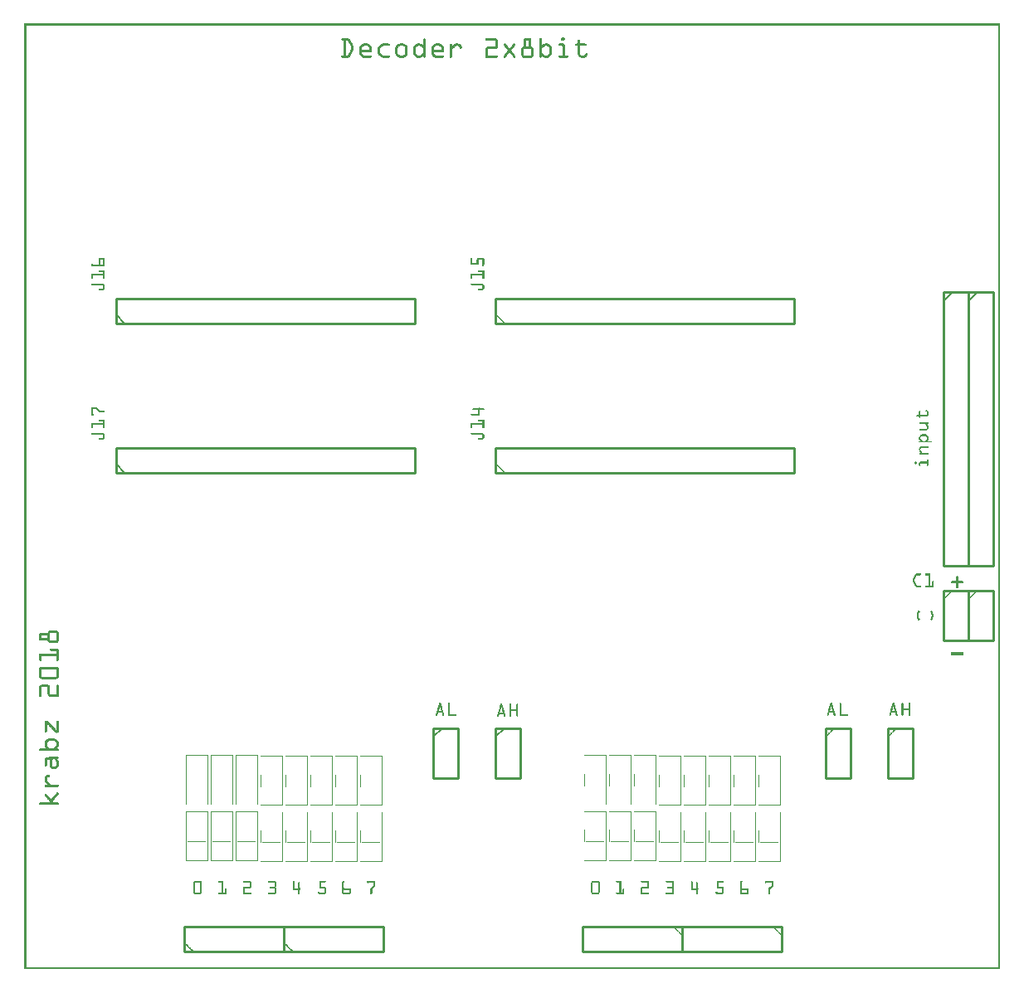
<source format=gto>
G04 MADE WITH FRITZING*
G04 WWW.FRITZING.ORG*
G04 DOUBLE SIDED*
G04 HOLES PLATED*
G04 CONTOUR ON CENTER OF CONTOUR VECTOR*
%ASAXBY*%
%FSLAX23Y23*%
%MOIN*%
%OFA0B0*%
%SFA1.0B1.0*%
%ADD10C,0.010000*%
%ADD11C,0.005000*%
%ADD12R,0.001000X0.001000*%
%LNSILK1*%
G90*
G70*
G54D10*
X1893Y969D02*
X1893Y769D01*
D02*
X1893Y769D02*
X1993Y769D01*
D02*
X1993Y769D02*
X1993Y969D01*
D02*
X1993Y969D02*
X1893Y969D01*
G54D11*
D02*
X1893Y934D02*
X1928Y969D01*
G54D10*
D02*
X1643Y969D02*
X1643Y769D01*
D02*
X1643Y769D02*
X1743Y769D01*
D02*
X1743Y769D02*
X1743Y969D01*
D02*
X1743Y969D02*
X1643Y969D01*
G54D11*
D02*
X1643Y934D02*
X1678Y969D01*
G54D10*
D02*
X3468Y969D02*
X3468Y769D01*
D02*
X3468Y769D02*
X3568Y769D01*
D02*
X3568Y769D02*
X3568Y969D01*
D02*
X3568Y969D02*
X3468Y969D01*
D02*
X3218Y969D02*
X3218Y769D01*
D02*
X3218Y769D02*
X3318Y769D01*
D02*
X3318Y769D02*
X3318Y969D01*
D02*
X3318Y969D02*
X3218Y969D01*
D02*
X368Y2597D02*
X1568Y2597D01*
D02*
X1568Y2597D02*
X1568Y2697D01*
D02*
X1568Y2697D02*
X368Y2697D01*
D02*
X368Y2697D02*
X368Y2597D01*
G54D11*
D02*
X403Y2597D02*
X368Y2632D01*
G54D10*
D02*
X1893Y2597D02*
X3093Y2597D01*
D02*
X3093Y2597D02*
X3093Y2697D01*
D02*
X3093Y2697D02*
X1893Y2697D01*
D02*
X1893Y2697D02*
X1893Y2597D01*
D02*
X368Y1997D02*
X1568Y1997D01*
D02*
X1568Y1997D02*
X1568Y2097D01*
D02*
X1568Y2097D02*
X368Y2097D01*
D02*
X368Y2097D02*
X368Y1997D01*
G54D11*
D02*
X403Y1997D02*
X368Y2032D01*
G54D10*
D02*
X1893Y1997D02*
X3093Y1997D01*
D02*
X3093Y1997D02*
X3093Y2097D01*
D02*
X3093Y2097D02*
X1893Y2097D01*
D02*
X1893Y2097D02*
X1893Y1997D01*
D02*
X1043Y72D02*
X1443Y72D01*
D02*
X1443Y72D02*
X1443Y172D01*
D02*
X1443Y172D02*
X1043Y172D01*
D02*
X1043Y172D02*
X1043Y72D01*
D02*
X2643Y172D02*
X2243Y172D01*
D02*
X2243Y172D02*
X2243Y72D01*
D02*
X2243Y72D02*
X2643Y72D01*
D02*
X2643Y72D02*
X2643Y172D01*
D02*
X643Y72D02*
X1043Y72D01*
D02*
X1043Y72D02*
X1043Y172D01*
D02*
X1043Y172D02*
X643Y172D01*
D02*
X643Y172D02*
X643Y72D01*
D02*
X3043Y172D02*
X2643Y172D01*
D02*
X2643Y172D02*
X2643Y72D01*
D02*
X2643Y72D02*
X3043Y72D01*
D02*
X3043Y72D02*
X3043Y172D01*
D02*
X3793Y2722D02*
X3793Y1622D01*
D02*
X3793Y1622D02*
X3893Y1622D01*
D02*
X3893Y1622D02*
X3893Y2722D01*
D02*
X3893Y2722D02*
X3793Y2722D01*
G54D11*
D02*
X3793Y2687D02*
X3828Y2722D01*
G54D10*
D02*
X3693Y2722D02*
X3693Y1622D01*
D02*
X3693Y1622D02*
X3793Y1622D01*
D02*
X3793Y1622D02*
X3793Y2722D01*
D02*
X3793Y2722D02*
X3693Y2722D01*
G54D11*
D02*
X3693Y2687D02*
X3728Y2722D01*
G54D10*
D02*
X3793Y1522D02*
X3793Y1322D01*
D02*
X3793Y1322D02*
X3893Y1322D01*
D02*
X3893Y1322D02*
X3893Y1522D01*
D02*
X3893Y1522D02*
X3793Y1522D01*
D02*
X3693Y1522D02*
X3693Y1322D01*
D02*
X3693Y1322D02*
X3793Y1322D01*
D02*
X3793Y1322D02*
X3793Y1522D01*
D02*
X3793Y1522D02*
X3693Y1522D01*
G54D12*
X0Y3801D02*
X3918Y3801D01*
X0Y3800D02*
X3918Y3800D01*
X0Y3799D02*
X3918Y3799D01*
X0Y3798D02*
X3918Y3798D01*
X0Y3797D02*
X3918Y3797D01*
X0Y3796D02*
X3918Y3796D01*
X0Y3795D02*
X3918Y3795D01*
X0Y3794D02*
X3918Y3794D01*
X0Y3793D02*
X7Y3793D01*
X3911Y3793D02*
X3918Y3793D01*
X0Y3792D02*
X7Y3792D01*
X3911Y3792D02*
X3918Y3792D01*
X0Y3791D02*
X7Y3791D01*
X3911Y3791D02*
X3918Y3791D01*
X0Y3790D02*
X7Y3790D01*
X3911Y3790D02*
X3918Y3790D01*
X0Y3789D02*
X7Y3789D01*
X3911Y3789D02*
X3918Y3789D01*
X0Y3788D02*
X7Y3788D01*
X3911Y3788D02*
X3918Y3788D01*
X0Y3787D02*
X7Y3787D01*
X3911Y3787D02*
X3918Y3787D01*
X0Y3786D02*
X7Y3786D01*
X3911Y3786D02*
X3918Y3786D01*
X0Y3785D02*
X7Y3785D01*
X3911Y3785D02*
X3918Y3785D01*
X0Y3784D02*
X7Y3784D01*
X3911Y3784D02*
X3918Y3784D01*
X0Y3783D02*
X7Y3783D01*
X3911Y3783D02*
X3918Y3783D01*
X0Y3782D02*
X7Y3782D01*
X3911Y3782D02*
X3918Y3782D01*
X0Y3781D02*
X7Y3781D01*
X3911Y3781D02*
X3918Y3781D01*
X0Y3780D02*
X7Y3780D01*
X3911Y3780D02*
X3918Y3780D01*
X0Y3779D02*
X7Y3779D01*
X3911Y3779D02*
X3918Y3779D01*
X0Y3778D02*
X7Y3778D01*
X3911Y3778D02*
X3918Y3778D01*
X0Y3777D02*
X7Y3777D01*
X3911Y3777D02*
X3918Y3777D01*
X0Y3776D02*
X7Y3776D01*
X3911Y3776D02*
X3918Y3776D01*
X0Y3775D02*
X7Y3775D01*
X3911Y3775D02*
X3918Y3775D01*
X0Y3774D02*
X7Y3774D01*
X3911Y3774D02*
X3918Y3774D01*
X0Y3773D02*
X7Y3773D01*
X3911Y3773D02*
X3918Y3773D01*
X0Y3772D02*
X7Y3772D01*
X3911Y3772D02*
X3918Y3772D01*
X0Y3771D02*
X7Y3771D01*
X3911Y3771D02*
X3918Y3771D01*
X0Y3770D02*
X7Y3770D01*
X3911Y3770D02*
X3918Y3770D01*
X0Y3769D02*
X7Y3769D01*
X3911Y3769D02*
X3918Y3769D01*
X0Y3768D02*
X7Y3768D01*
X3911Y3768D02*
X3918Y3768D01*
X0Y3767D02*
X7Y3767D01*
X3911Y3767D02*
X3918Y3767D01*
X0Y3766D02*
X7Y3766D01*
X3911Y3766D02*
X3918Y3766D01*
X0Y3765D02*
X7Y3765D01*
X3911Y3765D02*
X3918Y3765D01*
X0Y3764D02*
X7Y3764D01*
X3911Y3764D02*
X3918Y3764D01*
X0Y3763D02*
X7Y3763D01*
X3911Y3763D02*
X3918Y3763D01*
X0Y3762D02*
X7Y3762D01*
X3911Y3762D02*
X3918Y3762D01*
X0Y3761D02*
X7Y3761D01*
X3911Y3761D02*
X3918Y3761D01*
X0Y3760D02*
X7Y3760D01*
X3911Y3760D02*
X3918Y3760D01*
X0Y3759D02*
X7Y3759D01*
X3911Y3759D02*
X3918Y3759D01*
X0Y3758D02*
X7Y3758D01*
X3911Y3758D02*
X3918Y3758D01*
X0Y3757D02*
X7Y3757D01*
X3911Y3757D02*
X3918Y3757D01*
X0Y3756D02*
X7Y3756D01*
X3911Y3756D02*
X3918Y3756D01*
X0Y3755D02*
X7Y3755D01*
X3911Y3755D02*
X3918Y3755D01*
X0Y3754D02*
X7Y3754D01*
X3911Y3754D02*
X3918Y3754D01*
X0Y3753D02*
X7Y3753D01*
X3911Y3753D02*
X3918Y3753D01*
X0Y3752D02*
X7Y3752D01*
X3911Y3752D02*
X3918Y3752D01*
X0Y3751D02*
X7Y3751D01*
X3911Y3751D02*
X3918Y3751D01*
X0Y3750D02*
X7Y3750D01*
X3911Y3750D02*
X3918Y3750D01*
X0Y3749D02*
X7Y3749D01*
X3911Y3749D02*
X3918Y3749D01*
X0Y3748D02*
X7Y3748D01*
X3911Y3748D02*
X3918Y3748D01*
X0Y3747D02*
X7Y3747D01*
X3911Y3747D02*
X3918Y3747D01*
X0Y3746D02*
X7Y3746D01*
X3911Y3746D02*
X3918Y3746D01*
X0Y3745D02*
X7Y3745D01*
X2158Y3745D02*
X2167Y3745D01*
X3911Y3745D02*
X3918Y3745D01*
X0Y3744D02*
X7Y3744D01*
X2157Y3744D02*
X2168Y3744D01*
X3911Y3744D02*
X3918Y3744D01*
X0Y3743D02*
X7Y3743D01*
X2156Y3743D02*
X2169Y3743D01*
X3911Y3743D02*
X3918Y3743D01*
X0Y3742D02*
X7Y3742D01*
X2156Y3742D02*
X2169Y3742D01*
X3911Y3742D02*
X3918Y3742D01*
X0Y3741D02*
X7Y3741D01*
X1276Y3741D02*
X1299Y3741D01*
X1605Y3741D02*
X1608Y3741D01*
X1855Y3741D02*
X1893Y3741D01*
X2009Y3741D02*
X2032Y3741D01*
X2072Y3741D02*
X2074Y3741D01*
X2156Y3741D02*
X2169Y3741D01*
X3911Y3741D02*
X3918Y3741D01*
X0Y3740D02*
X7Y3740D01*
X1275Y3740D02*
X1302Y3740D01*
X1604Y3740D02*
X1609Y3740D01*
X1853Y3740D02*
X1895Y3740D01*
X2008Y3740D02*
X2033Y3740D01*
X2070Y3740D02*
X2076Y3740D01*
X2155Y3740D02*
X2170Y3740D01*
X3911Y3740D02*
X3918Y3740D01*
X0Y3739D02*
X7Y3739D01*
X1274Y3739D02*
X1304Y3739D01*
X1603Y3739D02*
X1610Y3739D01*
X1852Y3739D02*
X1896Y3739D01*
X2007Y3739D02*
X2034Y3739D01*
X2069Y3739D02*
X2077Y3739D01*
X2155Y3739D02*
X2170Y3739D01*
X3911Y3739D02*
X3918Y3739D01*
X0Y3738D02*
X7Y3738D01*
X1274Y3738D02*
X1305Y3738D01*
X1602Y3738D02*
X1611Y3738D01*
X1852Y3738D02*
X1898Y3738D01*
X2006Y3738D02*
X2034Y3738D01*
X2069Y3738D02*
X2077Y3738D01*
X2155Y3738D02*
X2170Y3738D01*
X3911Y3738D02*
X3918Y3738D01*
X0Y3737D02*
X7Y3737D01*
X1273Y3737D02*
X1306Y3737D01*
X1602Y3737D02*
X1611Y3737D01*
X1852Y3737D02*
X1898Y3737D01*
X2006Y3737D02*
X2035Y3737D01*
X2068Y3737D02*
X2077Y3737D01*
X2155Y3737D02*
X2170Y3737D01*
X2227Y3737D02*
X2228Y3737D01*
X3911Y3737D02*
X3918Y3737D01*
X0Y3736D02*
X7Y3736D01*
X1273Y3736D02*
X1307Y3736D01*
X1602Y3736D02*
X1611Y3736D01*
X1852Y3736D02*
X1899Y3736D01*
X2006Y3736D02*
X2035Y3736D01*
X2068Y3736D02*
X2077Y3736D01*
X2155Y3736D02*
X2169Y3736D01*
X2225Y3736D02*
X2230Y3736D01*
X3911Y3736D02*
X3918Y3736D01*
X0Y3735D02*
X7Y3735D01*
X1273Y3735D02*
X1308Y3735D01*
X1602Y3735D02*
X1611Y3735D01*
X1852Y3735D02*
X1900Y3735D01*
X2006Y3735D02*
X2035Y3735D01*
X2068Y3735D02*
X2077Y3735D01*
X2156Y3735D02*
X2169Y3735D01*
X2224Y3735D02*
X2231Y3735D01*
X3911Y3735D02*
X3918Y3735D01*
X0Y3734D02*
X7Y3734D01*
X1274Y3734D02*
X1309Y3734D01*
X1602Y3734D02*
X1611Y3734D01*
X1852Y3734D02*
X1900Y3734D01*
X2006Y3734D02*
X2035Y3734D01*
X2068Y3734D02*
X2077Y3734D01*
X2156Y3734D02*
X2169Y3734D01*
X2223Y3734D02*
X2231Y3734D01*
X3911Y3734D02*
X3918Y3734D01*
X0Y3733D02*
X7Y3733D01*
X1274Y3733D02*
X1309Y3733D01*
X1602Y3733D02*
X1611Y3733D01*
X1853Y3733D02*
X1900Y3733D01*
X2006Y3733D02*
X2035Y3733D01*
X2068Y3733D02*
X2077Y3733D01*
X2157Y3733D02*
X2168Y3733D01*
X2223Y3733D02*
X2232Y3733D01*
X3911Y3733D02*
X3918Y3733D01*
X0Y3732D02*
X7Y3732D01*
X1276Y3732D02*
X1310Y3732D01*
X1602Y3732D02*
X1611Y3732D01*
X1854Y3732D02*
X1900Y3732D01*
X2006Y3732D02*
X2035Y3732D01*
X2068Y3732D02*
X2077Y3732D01*
X2158Y3732D02*
X2167Y3732D01*
X2223Y3732D02*
X2232Y3732D01*
X3911Y3732D02*
X3918Y3732D01*
X0Y3731D02*
X7Y3731D01*
X1283Y3731D02*
X1292Y3731D01*
X1298Y3731D02*
X1310Y3731D01*
X1602Y3731D02*
X1611Y3731D01*
X1891Y3731D02*
X1900Y3731D01*
X2006Y3731D02*
X2015Y3731D01*
X2026Y3731D02*
X2035Y3731D01*
X2068Y3731D02*
X2077Y3731D01*
X2223Y3731D02*
X2232Y3731D01*
X3911Y3731D02*
X3918Y3731D01*
X0Y3730D02*
X7Y3730D01*
X1283Y3730D02*
X1292Y3730D01*
X1300Y3730D02*
X1311Y3730D01*
X1602Y3730D02*
X1611Y3730D01*
X1891Y3730D02*
X1900Y3730D01*
X2006Y3730D02*
X2015Y3730D01*
X2026Y3730D02*
X2035Y3730D01*
X2068Y3730D02*
X2077Y3730D01*
X2223Y3730D02*
X2232Y3730D01*
X3911Y3730D02*
X3918Y3730D01*
X0Y3729D02*
X7Y3729D01*
X1283Y3729D02*
X1292Y3729D01*
X1301Y3729D02*
X1311Y3729D01*
X1602Y3729D02*
X1611Y3729D01*
X1891Y3729D02*
X1900Y3729D01*
X2006Y3729D02*
X2015Y3729D01*
X2026Y3729D02*
X2035Y3729D01*
X2068Y3729D02*
X2077Y3729D01*
X2223Y3729D02*
X2232Y3729D01*
X3911Y3729D02*
X3918Y3729D01*
X0Y3728D02*
X7Y3728D01*
X1283Y3728D02*
X1292Y3728D01*
X1301Y3728D02*
X1312Y3728D01*
X1602Y3728D02*
X1611Y3728D01*
X1891Y3728D02*
X1900Y3728D01*
X2006Y3728D02*
X2015Y3728D01*
X2026Y3728D02*
X2035Y3728D01*
X2068Y3728D02*
X2077Y3728D01*
X2223Y3728D02*
X2232Y3728D01*
X3911Y3728D02*
X3918Y3728D01*
X0Y3727D02*
X7Y3727D01*
X1283Y3727D02*
X1292Y3727D01*
X1302Y3727D02*
X1312Y3727D01*
X1602Y3727D02*
X1611Y3727D01*
X1891Y3727D02*
X1900Y3727D01*
X2006Y3727D02*
X2015Y3727D01*
X2026Y3727D02*
X2035Y3727D01*
X2068Y3727D02*
X2077Y3727D01*
X2223Y3727D02*
X2232Y3727D01*
X3911Y3727D02*
X3918Y3727D01*
X0Y3726D02*
X7Y3726D01*
X1283Y3726D02*
X1292Y3726D01*
X1302Y3726D02*
X1313Y3726D01*
X1602Y3726D02*
X1611Y3726D01*
X1891Y3726D02*
X1900Y3726D01*
X2006Y3726D02*
X2015Y3726D01*
X2026Y3726D02*
X2035Y3726D01*
X2068Y3726D02*
X2077Y3726D01*
X2223Y3726D02*
X2232Y3726D01*
X3911Y3726D02*
X3918Y3726D01*
X0Y3725D02*
X7Y3725D01*
X1283Y3725D02*
X1292Y3725D01*
X1303Y3725D02*
X1313Y3725D01*
X1602Y3725D02*
X1611Y3725D01*
X1891Y3725D02*
X1900Y3725D01*
X2006Y3725D02*
X2015Y3725D01*
X2026Y3725D02*
X2035Y3725D01*
X2068Y3725D02*
X2077Y3725D01*
X2223Y3725D02*
X2232Y3725D01*
X3911Y3725D02*
X3918Y3725D01*
X0Y3724D02*
X7Y3724D01*
X1283Y3724D02*
X1292Y3724D01*
X1303Y3724D02*
X1314Y3724D01*
X1602Y3724D02*
X1611Y3724D01*
X1891Y3724D02*
X1900Y3724D01*
X2006Y3724D02*
X2015Y3724D01*
X2026Y3724D02*
X2035Y3724D01*
X2068Y3724D02*
X2077Y3724D01*
X2223Y3724D02*
X2232Y3724D01*
X3911Y3724D02*
X3918Y3724D01*
X0Y3723D02*
X7Y3723D01*
X1283Y3723D02*
X1292Y3723D01*
X1304Y3723D02*
X1314Y3723D01*
X1602Y3723D02*
X1611Y3723D01*
X1891Y3723D02*
X1900Y3723D01*
X2006Y3723D02*
X2015Y3723D01*
X2026Y3723D02*
X2035Y3723D01*
X2068Y3723D02*
X2077Y3723D01*
X2223Y3723D02*
X2232Y3723D01*
X3911Y3723D02*
X3918Y3723D01*
X0Y3722D02*
X7Y3722D01*
X1283Y3722D02*
X1292Y3722D01*
X1304Y3722D02*
X1315Y3722D01*
X1602Y3722D02*
X1611Y3722D01*
X1891Y3722D02*
X1900Y3722D01*
X2006Y3722D02*
X2015Y3722D01*
X2026Y3722D02*
X2035Y3722D01*
X2068Y3722D02*
X2077Y3722D01*
X2223Y3722D02*
X2232Y3722D01*
X3911Y3722D02*
X3918Y3722D01*
X0Y3721D02*
X7Y3721D01*
X1283Y3721D02*
X1292Y3721D01*
X1305Y3721D02*
X1315Y3721D01*
X1602Y3721D02*
X1611Y3721D01*
X1891Y3721D02*
X1900Y3721D01*
X2006Y3721D02*
X2015Y3721D01*
X2026Y3721D02*
X2035Y3721D01*
X2068Y3721D02*
X2077Y3721D01*
X2223Y3721D02*
X2232Y3721D01*
X3911Y3721D02*
X3918Y3721D01*
X0Y3720D02*
X7Y3720D01*
X1283Y3720D02*
X1292Y3720D01*
X1305Y3720D02*
X1316Y3720D01*
X1362Y3720D02*
X1378Y3720D01*
X1440Y3720D02*
X1462Y3720D01*
X1507Y3720D02*
X1522Y3720D01*
X1579Y3720D02*
X1589Y3720D01*
X1602Y3720D02*
X1611Y3720D01*
X1652Y3720D02*
X1667Y3720D01*
X1711Y3720D02*
X1712Y3720D01*
X1731Y3720D02*
X1742Y3720D01*
X1891Y3720D02*
X1900Y3720D01*
X1929Y3720D02*
X1930Y3720D01*
X1966Y3720D02*
X1967Y3720D01*
X2006Y3720D02*
X2015Y3720D01*
X2026Y3720D02*
X2035Y3720D01*
X2068Y3720D02*
X2077Y3720D01*
X2091Y3720D02*
X2101Y3720D01*
X2150Y3720D02*
X2165Y3720D01*
X2217Y3720D02*
X2252Y3720D01*
X3911Y3720D02*
X3918Y3720D01*
X0Y3719D02*
X7Y3719D01*
X1283Y3719D02*
X1292Y3719D01*
X1306Y3719D02*
X1316Y3719D01*
X1358Y3719D02*
X1381Y3719D01*
X1436Y3719D02*
X1465Y3719D01*
X1503Y3719D02*
X1526Y3719D01*
X1575Y3719D02*
X1593Y3719D01*
X1602Y3719D02*
X1611Y3719D01*
X1647Y3719D02*
X1670Y3719D01*
X1709Y3719D02*
X1714Y3719D01*
X1728Y3719D02*
X1746Y3719D01*
X1891Y3719D02*
X1900Y3719D01*
X1927Y3719D02*
X1932Y3719D01*
X1964Y3719D02*
X1969Y3719D01*
X2006Y3719D02*
X2015Y3719D01*
X2026Y3719D02*
X2035Y3719D01*
X2068Y3719D02*
X2077Y3719D01*
X2087Y3719D02*
X2104Y3719D01*
X2148Y3719D02*
X2168Y3719D01*
X2215Y3719D02*
X2255Y3719D01*
X3911Y3719D02*
X3918Y3719D01*
X0Y3718D02*
X7Y3718D01*
X1283Y3718D02*
X1292Y3718D01*
X1306Y3718D02*
X1317Y3718D01*
X1356Y3718D02*
X1383Y3718D01*
X1434Y3718D02*
X1465Y3718D01*
X1501Y3718D02*
X1528Y3718D01*
X1573Y3718D02*
X1595Y3718D01*
X1602Y3718D02*
X1611Y3718D01*
X1646Y3718D02*
X1672Y3718D01*
X1708Y3718D02*
X1715Y3718D01*
X1727Y3718D02*
X1748Y3718D01*
X1891Y3718D02*
X1900Y3718D01*
X1926Y3718D02*
X1933Y3718D01*
X1963Y3718D02*
X1970Y3718D01*
X2006Y3718D02*
X2015Y3718D01*
X2026Y3718D02*
X2035Y3718D01*
X2068Y3718D02*
X2077Y3718D01*
X2084Y3718D02*
X2106Y3718D01*
X2147Y3718D02*
X2168Y3718D01*
X2214Y3718D02*
X2256Y3718D01*
X3911Y3718D02*
X3918Y3718D01*
X0Y3717D02*
X7Y3717D01*
X1283Y3717D02*
X1292Y3717D01*
X1307Y3717D02*
X1317Y3717D01*
X1355Y3717D02*
X1385Y3717D01*
X1432Y3717D02*
X1466Y3717D01*
X1500Y3717D02*
X1529Y3717D01*
X1572Y3717D02*
X1597Y3717D01*
X1602Y3717D02*
X1611Y3717D01*
X1644Y3717D02*
X1674Y3717D01*
X1707Y3717D02*
X1716Y3717D01*
X1726Y3717D02*
X1750Y3717D01*
X1891Y3717D02*
X1900Y3717D01*
X1925Y3717D02*
X1934Y3717D01*
X1962Y3717D02*
X1971Y3717D01*
X2006Y3717D02*
X2015Y3717D01*
X2026Y3717D02*
X2035Y3717D01*
X2068Y3717D02*
X2077Y3717D01*
X2083Y3717D02*
X2108Y3717D01*
X2146Y3717D02*
X2169Y3717D01*
X2213Y3717D02*
X2256Y3717D01*
X3911Y3717D02*
X3918Y3717D01*
X0Y3716D02*
X7Y3716D01*
X1283Y3716D02*
X1292Y3716D01*
X1307Y3716D02*
X1318Y3716D01*
X1354Y3716D02*
X1386Y3716D01*
X1430Y3716D02*
X1466Y3716D01*
X1498Y3716D02*
X1530Y3716D01*
X1571Y3716D02*
X1598Y3716D01*
X1602Y3716D02*
X1611Y3716D01*
X1643Y3716D02*
X1675Y3716D01*
X1707Y3716D02*
X1716Y3716D01*
X1725Y3716D02*
X1751Y3716D01*
X1891Y3716D02*
X1900Y3716D01*
X1925Y3716D02*
X1935Y3716D01*
X1962Y3716D02*
X1971Y3716D01*
X2006Y3716D02*
X2015Y3716D01*
X2026Y3716D02*
X2035Y3716D01*
X2068Y3716D02*
X2077Y3716D01*
X2081Y3716D02*
X2109Y3716D01*
X2146Y3716D02*
X2169Y3716D01*
X2213Y3716D02*
X2256Y3716D01*
X3911Y3716D02*
X3918Y3716D01*
X0Y3715D02*
X7Y3715D01*
X1283Y3715D02*
X1292Y3715D01*
X1308Y3715D02*
X1318Y3715D01*
X1353Y3715D02*
X1387Y3715D01*
X1429Y3715D02*
X1467Y3715D01*
X1497Y3715D02*
X1532Y3715D01*
X1569Y3715D02*
X1599Y3715D01*
X1602Y3715D02*
X1611Y3715D01*
X1642Y3715D02*
X1676Y3715D01*
X1707Y3715D02*
X1716Y3715D01*
X1724Y3715D02*
X1752Y3715D01*
X1891Y3715D02*
X1900Y3715D01*
X1925Y3715D02*
X1935Y3715D01*
X1961Y3715D02*
X1971Y3715D01*
X2006Y3715D02*
X2015Y3715D01*
X2026Y3715D02*
X2035Y3715D01*
X2068Y3715D02*
X2077Y3715D01*
X2080Y3715D02*
X2110Y3715D01*
X2146Y3715D02*
X2170Y3715D01*
X2213Y3715D02*
X2257Y3715D01*
X3911Y3715D02*
X3918Y3715D01*
X0Y3714D02*
X7Y3714D01*
X1283Y3714D02*
X1292Y3714D01*
X1308Y3714D02*
X1319Y3714D01*
X1351Y3714D02*
X1388Y3714D01*
X1428Y3714D02*
X1466Y3714D01*
X1496Y3714D02*
X1533Y3714D01*
X1568Y3714D02*
X1600Y3714D01*
X1602Y3714D02*
X1611Y3714D01*
X1641Y3714D02*
X1678Y3714D01*
X1707Y3714D02*
X1716Y3714D01*
X1723Y3714D02*
X1753Y3714D01*
X1891Y3714D02*
X1900Y3714D01*
X1925Y3714D02*
X1936Y3714D01*
X1960Y3714D02*
X1971Y3714D01*
X2006Y3714D02*
X2015Y3714D01*
X2026Y3714D02*
X2035Y3714D01*
X2068Y3714D02*
X2111Y3714D01*
X2146Y3714D02*
X2170Y3714D01*
X2213Y3714D02*
X2256Y3714D01*
X3911Y3714D02*
X3918Y3714D01*
X0Y3713D02*
X7Y3713D01*
X1283Y3713D02*
X1292Y3713D01*
X1309Y3713D02*
X1319Y3713D01*
X1350Y3713D02*
X1389Y3713D01*
X1427Y3713D02*
X1466Y3713D01*
X1495Y3713D02*
X1534Y3713D01*
X1567Y3713D02*
X1611Y3713D01*
X1639Y3713D02*
X1679Y3713D01*
X1707Y3713D02*
X1716Y3713D01*
X1721Y3713D02*
X1753Y3713D01*
X1891Y3713D02*
X1900Y3713D01*
X1925Y3713D02*
X1937Y3713D01*
X1959Y3713D02*
X1971Y3713D01*
X2006Y3713D02*
X2015Y3713D01*
X2026Y3713D02*
X2035Y3713D01*
X2068Y3713D02*
X2112Y3713D01*
X2146Y3713D02*
X2170Y3713D01*
X2213Y3713D02*
X2256Y3713D01*
X3911Y3713D02*
X3918Y3713D01*
X0Y3712D02*
X7Y3712D01*
X1283Y3712D02*
X1292Y3712D01*
X1309Y3712D02*
X1320Y3712D01*
X1349Y3712D02*
X1390Y3712D01*
X1426Y3712D02*
X1465Y3712D01*
X1494Y3712D02*
X1535Y3712D01*
X1566Y3712D02*
X1611Y3712D01*
X1638Y3712D02*
X1679Y3712D01*
X1707Y3712D02*
X1716Y3712D01*
X1720Y3712D02*
X1754Y3712D01*
X1891Y3712D02*
X1900Y3712D01*
X1926Y3712D02*
X1938Y3712D01*
X1958Y3712D02*
X1970Y3712D01*
X2006Y3712D02*
X2015Y3712D01*
X2026Y3712D02*
X2035Y3712D01*
X2068Y3712D02*
X2113Y3712D01*
X2147Y3712D02*
X2170Y3712D01*
X2214Y3712D02*
X2256Y3712D01*
X3911Y3712D02*
X3918Y3712D01*
X0Y3711D02*
X7Y3711D01*
X1283Y3711D02*
X1292Y3711D01*
X1310Y3711D02*
X1320Y3711D01*
X1349Y3711D02*
X1391Y3711D01*
X1425Y3711D02*
X1464Y3711D01*
X1493Y3711D02*
X1536Y3711D01*
X1565Y3711D02*
X1611Y3711D01*
X1638Y3711D02*
X1680Y3711D01*
X1707Y3711D02*
X1716Y3711D01*
X1719Y3711D02*
X1754Y3711D01*
X1891Y3711D02*
X1900Y3711D01*
X1927Y3711D02*
X1939Y3711D01*
X1957Y3711D02*
X1970Y3711D01*
X2006Y3711D02*
X2015Y3711D01*
X2026Y3711D02*
X2035Y3711D01*
X2068Y3711D02*
X2114Y3711D01*
X2148Y3711D02*
X2170Y3711D01*
X2215Y3711D02*
X2254Y3711D01*
X3911Y3711D02*
X3918Y3711D01*
X0Y3710D02*
X7Y3710D01*
X1283Y3710D02*
X1292Y3710D01*
X1311Y3710D02*
X1321Y3710D01*
X1348Y3710D02*
X1363Y3710D01*
X1377Y3710D02*
X1392Y3710D01*
X1424Y3710D02*
X1440Y3710D01*
X1493Y3710D02*
X1507Y3710D01*
X1521Y3710D02*
X1536Y3710D01*
X1565Y3710D02*
X1580Y3710D01*
X1589Y3710D02*
X1611Y3710D01*
X1637Y3710D02*
X1652Y3710D01*
X1666Y3710D02*
X1681Y3710D01*
X1707Y3710D02*
X1716Y3710D01*
X1718Y3710D02*
X1733Y3710D01*
X1742Y3710D02*
X1755Y3710D01*
X1891Y3710D02*
X1900Y3710D01*
X1927Y3710D02*
X1940Y3710D01*
X1957Y3710D02*
X1969Y3710D01*
X2006Y3710D02*
X2015Y3710D01*
X2026Y3710D02*
X2035Y3710D01*
X2068Y3710D02*
X2091Y3710D01*
X2100Y3710D02*
X2115Y3710D01*
X2160Y3710D02*
X2170Y3710D01*
X2222Y3710D02*
X2232Y3710D01*
X3911Y3710D02*
X3918Y3710D01*
X0Y3709D02*
X7Y3709D01*
X1283Y3709D02*
X1292Y3709D01*
X1311Y3709D02*
X1321Y3709D01*
X1347Y3709D02*
X1360Y3709D01*
X1380Y3709D02*
X1393Y3709D01*
X1423Y3709D02*
X1437Y3709D01*
X1492Y3709D02*
X1505Y3709D01*
X1524Y3709D02*
X1537Y3709D01*
X1564Y3709D02*
X1577Y3709D01*
X1591Y3709D02*
X1611Y3709D01*
X1636Y3709D02*
X1649Y3709D01*
X1669Y3709D02*
X1682Y3709D01*
X1707Y3709D02*
X1731Y3709D01*
X1745Y3709D02*
X1755Y3709D01*
X1891Y3709D02*
X1900Y3709D01*
X1928Y3709D02*
X1940Y3709D01*
X1956Y3709D02*
X1968Y3709D01*
X2006Y3709D02*
X2015Y3709D01*
X2026Y3709D02*
X2035Y3709D01*
X2068Y3709D02*
X2088Y3709D01*
X2102Y3709D02*
X2115Y3709D01*
X2161Y3709D02*
X2170Y3709D01*
X2223Y3709D02*
X2232Y3709D01*
X3911Y3709D02*
X3918Y3709D01*
X0Y3708D02*
X7Y3708D01*
X1283Y3708D02*
X1292Y3708D01*
X1311Y3708D02*
X1321Y3708D01*
X1347Y3708D02*
X1359Y3708D01*
X1381Y3708D02*
X1393Y3708D01*
X1422Y3708D02*
X1436Y3708D01*
X1491Y3708D02*
X1503Y3708D01*
X1526Y3708D02*
X1538Y3708D01*
X1563Y3708D02*
X1576Y3708D01*
X1593Y3708D02*
X1611Y3708D01*
X1636Y3708D02*
X1648Y3708D01*
X1670Y3708D02*
X1682Y3708D01*
X1707Y3708D02*
X1730Y3708D01*
X1746Y3708D02*
X1755Y3708D01*
X1891Y3708D02*
X1900Y3708D01*
X1929Y3708D02*
X1941Y3708D01*
X1955Y3708D02*
X1967Y3708D01*
X2006Y3708D02*
X2015Y3708D01*
X2026Y3708D02*
X2035Y3708D01*
X2068Y3708D02*
X2087Y3708D01*
X2104Y3708D02*
X2116Y3708D01*
X2161Y3708D02*
X2170Y3708D01*
X2223Y3708D02*
X2232Y3708D01*
X3911Y3708D02*
X3918Y3708D01*
X0Y3707D02*
X7Y3707D01*
X1283Y3707D02*
X1292Y3707D01*
X1312Y3707D02*
X1321Y3707D01*
X1346Y3707D02*
X1358Y3707D01*
X1382Y3707D02*
X1393Y3707D01*
X1421Y3707D02*
X1435Y3707D01*
X1491Y3707D02*
X1502Y3707D01*
X1527Y3707D02*
X1538Y3707D01*
X1563Y3707D02*
X1574Y3707D01*
X1594Y3707D02*
X1611Y3707D01*
X1636Y3707D02*
X1647Y3707D01*
X1672Y3707D02*
X1683Y3707D01*
X1707Y3707D02*
X1729Y3707D01*
X1746Y3707D02*
X1756Y3707D01*
X1859Y3707D02*
X1900Y3707D01*
X1930Y3707D02*
X1942Y3707D01*
X1954Y3707D02*
X1966Y3707D01*
X2003Y3707D02*
X2038Y3707D01*
X2068Y3707D02*
X2086Y3707D01*
X2105Y3707D02*
X2116Y3707D01*
X2161Y3707D02*
X2170Y3707D01*
X2223Y3707D02*
X2232Y3707D01*
X3911Y3707D02*
X3918Y3707D01*
X0Y3706D02*
X7Y3706D01*
X1283Y3706D02*
X1292Y3706D01*
X1312Y3706D02*
X1322Y3706D01*
X1346Y3706D02*
X1357Y3706D01*
X1383Y3706D02*
X1394Y3706D01*
X1420Y3706D02*
X1434Y3706D01*
X1491Y3706D02*
X1501Y3706D01*
X1528Y3706D02*
X1538Y3706D01*
X1563Y3706D02*
X1573Y3706D01*
X1595Y3706D02*
X1611Y3706D01*
X1635Y3706D02*
X1646Y3706D01*
X1673Y3706D02*
X1683Y3706D01*
X1707Y3706D02*
X1728Y3706D01*
X1746Y3706D02*
X1756Y3706D01*
X1857Y3706D02*
X1900Y3706D01*
X1931Y3706D02*
X1943Y3706D01*
X1953Y3706D02*
X1965Y3706D01*
X2001Y3706D02*
X2040Y3706D01*
X2068Y3706D02*
X2084Y3706D01*
X2106Y3706D02*
X2117Y3706D01*
X2161Y3706D02*
X2170Y3706D01*
X2223Y3706D02*
X2232Y3706D01*
X3911Y3706D02*
X3918Y3706D01*
X0Y3705D02*
X7Y3705D01*
X1283Y3705D02*
X1292Y3705D01*
X1313Y3705D02*
X1322Y3705D01*
X1346Y3705D02*
X1356Y3705D01*
X1384Y3705D02*
X1394Y3705D01*
X1420Y3705D02*
X1433Y3705D01*
X1490Y3705D02*
X1500Y3705D01*
X1529Y3705D02*
X1539Y3705D01*
X1563Y3705D02*
X1573Y3705D01*
X1596Y3705D02*
X1611Y3705D01*
X1635Y3705D02*
X1645Y3705D01*
X1673Y3705D02*
X1683Y3705D01*
X1707Y3705D02*
X1727Y3705D01*
X1747Y3705D02*
X1756Y3705D01*
X1855Y3705D02*
X1900Y3705D01*
X1932Y3705D02*
X1944Y3705D01*
X1953Y3705D02*
X1965Y3705D01*
X2000Y3705D02*
X2041Y3705D01*
X2068Y3705D02*
X2083Y3705D01*
X2107Y3705D02*
X2117Y3705D01*
X2161Y3705D02*
X2170Y3705D01*
X2223Y3705D02*
X2232Y3705D01*
X3911Y3705D02*
X3918Y3705D01*
X0Y3704D02*
X7Y3704D01*
X1283Y3704D02*
X1292Y3704D01*
X1313Y3704D02*
X1322Y3704D01*
X1346Y3704D02*
X1355Y3704D01*
X1385Y3704D02*
X1394Y3704D01*
X1419Y3704D02*
X1432Y3704D01*
X1490Y3704D02*
X1500Y3704D01*
X1529Y3704D02*
X1539Y3704D01*
X1562Y3704D02*
X1572Y3704D01*
X1597Y3704D02*
X1611Y3704D01*
X1635Y3704D02*
X1644Y3704D01*
X1674Y3704D02*
X1683Y3704D01*
X1707Y3704D02*
X1726Y3704D01*
X1747Y3704D02*
X1756Y3704D01*
X1854Y3704D02*
X1900Y3704D01*
X1932Y3704D02*
X1945Y3704D01*
X1952Y3704D02*
X1964Y3704D01*
X1999Y3704D02*
X2042Y3704D01*
X2068Y3704D02*
X2082Y3704D01*
X2108Y3704D02*
X2117Y3704D01*
X2161Y3704D02*
X2170Y3704D01*
X2223Y3704D02*
X2232Y3704D01*
X3911Y3704D02*
X3918Y3704D01*
X0Y3703D02*
X7Y3703D01*
X1283Y3703D02*
X1292Y3703D01*
X1313Y3703D02*
X1322Y3703D01*
X1346Y3703D02*
X1355Y3703D01*
X1385Y3703D02*
X1394Y3703D01*
X1419Y3703D02*
X1430Y3703D01*
X1490Y3703D02*
X1499Y3703D01*
X1530Y3703D02*
X1539Y3703D01*
X1562Y3703D02*
X1572Y3703D01*
X1598Y3703D02*
X1611Y3703D01*
X1635Y3703D02*
X1644Y3703D01*
X1674Y3703D02*
X1683Y3703D01*
X1707Y3703D02*
X1724Y3703D01*
X1747Y3703D02*
X1756Y3703D01*
X1853Y3703D02*
X1899Y3703D01*
X1933Y3703D02*
X1945Y3703D01*
X1951Y3703D02*
X1963Y3703D01*
X1998Y3703D02*
X2043Y3703D01*
X2068Y3703D02*
X2081Y3703D01*
X2108Y3703D02*
X2117Y3703D01*
X2161Y3703D02*
X2170Y3703D01*
X2223Y3703D02*
X2232Y3703D01*
X3911Y3703D02*
X3918Y3703D01*
X0Y3702D02*
X7Y3702D01*
X1283Y3702D02*
X1292Y3702D01*
X1313Y3702D02*
X1322Y3702D01*
X1345Y3702D02*
X1355Y3702D01*
X1385Y3702D02*
X1394Y3702D01*
X1418Y3702D02*
X1429Y3702D01*
X1490Y3702D02*
X1499Y3702D01*
X1530Y3702D02*
X1539Y3702D01*
X1562Y3702D02*
X1571Y3702D01*
X1600Y3702D02*
X1611Y3702D01*
X1635Y3702D02*
X1644Y3702D01*
X1674Y3702D02*
X1683Y3702D01*
X1707Y3702D02*
X1723Y3702D01*
X1747Y3702D02*
X1756Y3702D01*
X1853Y3702D02*
X1899Y3702D01*
X1934Y3702D02*
X1946Y3702D01*
X1950Y3702D02*
X1962Y3702D01*
X1997Y3702D02*
X2044Y3702D01*
X2068Y3702D02*
X2080Y3702D01*
X2108Y3702D02*
X2117Y3702D01*
X2161Y3702D02*
X2170Y3702D01*
X2223Y3702D02*
X2232Y3702D01*
X3911Y3702D02*
X3918Y3702D01*
X0Y3701D02*
X7Y3701D01*
X1283Y3701D02*
X1292Y3701D01*
X1313Y3701D02*
X1322Y3701D01*
X1345Y3701D02*
X1355Y3701D01*
X1385Y3701D02*
X1394Y3701D01*
X1418Y3701D02*
X1428Y3701D01*
X1490Y3701D02*
X1499Y3701D01*
X1530Y3701D02*
X1539Y3701D01*
X1562Y3701D02*
X1571Y3701D01*
X1601Y3701D02*
X1611Y3701D01*
X1635Y3701D02*
X1644Y3701D01*
X1674Y3701D02*
X1683Y3701D01*
X1707Y3701D02*
X1722Y3701D01*
X1747Y3701D02*
X1755Y3701D01*
X1852Y3701D02*
X1898Y3701D01*
X1935Y3701D02*
X1947Y3701D01*
X1949Y3701D02*
X1961Y3701D01*
X1997Y3701D02*
X2044Y3701D01*
X2068Y3701D02*
X2079Y3701D01*
X2108Y3701D02*
X2117Y3701D01*
X2161Y3701D02*
X2170Y3701D01*
X2223Y3701D02*
X2232Y3701D01*
X3911Y3701D02*
X3918Y3701D01*
X0Y3700D02*
X7Y3700D01*
X1283Y3700D02*
X1292Y3700D01*
X1313Y3700D02*
X1322Y3700D01*
X1345Y3700D02*
X1355Y3700D01*
X1385Y3700D02*
X1394Y3700D01*
X1418Y3700D02*
X1427Y3700D01*
X1490Y3700D02*
X1499Y3700D01*
X1530Y3700D02*
X1539Y3700D01*
X1562Y3700D02*
X1571Y3700D01*
X1601Y3700D02*
X1611Y3700D01*
X1635Y3700D02*
X1644Y3700D01*
X1674Y3700D02*
X1683Y3700D01*
X1707Y3700D02*
X1721Y3700D01*
X1747Y3700D02*
X1755Y3700D01*
X1852Y3700D02*
X1897Y3700D01*
X1936Y3700D02*
X1960Y3700D01*
X1996Y3700D02*
X2044Y3700D01*
X2068Y3700D02*
X2078Y3700D01*
X2108Y3700D02*
X2117Y3700D01*
X2161Y3700D02*
X2170Y3700D01*
X2223Y3700D02*
X2232Y3700D01*
X3911Y3700D02*
X3918Y3700D01*
X0Y3699D02*
X7Y3699D01*
X1283Y3699D02*
X1292Y3699D01*
X1312Y3699D02*
X1322Y3699D01*
X1345Y3699D02*
X1355Y3699D01*
X1385Y3699D02*
X1394Y3699D01*
X1418Y3699D02*
X1427Y3699D01*
X1490Y3699D02*
X1499Y3699D01*
X1530Y3699D02*
X1539Y3699D01*
X1562Y3699D02*
X1571Y3699D01*
X1602Y3699D02*
X1611Y3699D01*
X1635Y3699D02*
X1644Y3699D01*
X1674Y3699D02*
X1683Y3699D01*
X1707Y3699D02*
X1720Y3699D01*
X1748Y3699D02*
X1754Y3699D01*
X1852Y3699D02*
X1896Y3699D01*
X1937Y3699D02*
X1960Y3699D01*
X1996Y3699D02*
X2045Y3699D01*
X2068Y3699D02*
X2078Y3699D01*
X2108Y3699D02*
X2117Y3699D01*
X2161Y3699D02*
X2170Y3699D01*
X2223Y3699D02*
X2232Y3699D01*
X3911Y3699D02*
X3918Y3699D01*
X0Y3698D02*
X7Y3698D01*
X1283Y3698D02*
X1292Y3698D01*
X1312Y3698D02*
X1321Y3698D01*
X1345Y3698D02*
X1355Y3698D01*
X1385Y3698D02*
X1394Y3698D01*
X1418Y3698D02*
X1427Y3698D01*
X1490Y3698D02*
X1499Y3698D01*
X1530Y3698D02*
X1539Y3698D01*
X1562Y3698D02*
X1571Y3698D01*
X1602Y3698D02*
X1611Y3698D01*
X1635Y3698D02*
X1644Y3698D01*
X1674Y3698D02*
X1683Y3698D01*
X1707Y3698D02*
X1719Y3698D01*
X1749Y3698D02*
X1753Y3698D01*
X1852Y3698D02*
X1894Y3698D01*
X1937Y3698D02*
X1959Y3698D01*
X1996Y3698D02*
X2045Y3698D01*
X2068Y3698D02*
X2077Y3698D01*
X2108Y3698D02*
X2117Y3698D01*
X2161Y3698D02*
X2170Y3698D01*
X2223Y3698D02*
X2232Y3698D01*
X3911Y3698D02*
X3918Y3698D01*
X0Y3697D02*
X7Y3697D01*
X1283Y3697D02*
X1292Y3697D01*
X1312Y3697D02*
X1321Y3697D01*
X1345Y3697D02*
X1355Y3697D01*
X1385Y3697D02*
X1394Y3697D01*
X1418Y3697D02*
X1427Y3697D01*
X1490Y3697D02*
X1499Y3697D01*
X1530Y3697D02*
X1539Y3697D01*
X1562Y3697D02*
X1571Y3697D01*
X1602Y3697D02*
X1611Y3697D01*
X1635Y3697D02*
X1644Y3697D01*
X1674Y3697D02*
X1683Y3697D01*
X1707Y3697D02*
X1717Y3697D01*
X1851Y3697D02*
X1861Y3697D01*
X1938Y3697D02*
X1958Y3697D01*
X1996Y3697D02*
X2005Y3697D01*
X2036Y3697D02*
X2045Y3697D01*
X2068Y3697D02*
X2077Y3697D01*
X2108Y3697D02*
X2117Y3697D01*
X2161Y3697D02*
X2170Y3697D01*
X2223Y3697D02*
X2232Y3697D01*
X3911Y3697D02*
X3918Y3697D01*
X0Y3696D02*
X7Y3696D01*
X1283Y3696D02*
X1292Y3696D01*
X1311Y3696D02*
X1321Y3696D01*
X1345Y3696D02*
X1355Y3696D01*
X1385Y3696D02*
X1394Y3696D01*
X1418Y3696D02*
X1427Y3696D01*
X1490Y3696D02*
X1499Y3696D01*
X1530Y3696D02*
X1539Y3696D01*
X1562Y3696D02*
X1571Y3696D01*
X1602Y3696D02*
X1611Y3696D01*
X1635Y3696D02*
X1644Y3696D01*
X1674Y3696D02*
X1683Y3696D01*
X1707Y3696D02*
X1716Y3696D01*
X1851Y3696D02*
X1861Y3696D01*
X1939Y3696D02*
X1957Y3696D01*
X1996Y3696D02*
X2005Y3696D01*
X2036Y3696D02*
X2045Y3696D01*
X2068Y3696D02*
X2077Y3696D01*
X2108Y3696D02*
X2117Y3696D01*
X2161Y3696D02*
X2170Y3696D01*
X2223Y3696D02*
X2232Y3696D01*
X3911Y3696D02*
X3918Y3696D01*
X0Y3695D02*
X7Y3695D01*
X1283Y3695D02*
X1292Y3695D01*
X1311Y3695D02*
X1321Y3695D01*
X1345Y3695D02*
X1355Y3695D01*
X1385Y3695D02*
X1394Y3695D01*
X1418Y3695D02*
X1427Y3695D01*
X1490Y3695D02*
X1499Y3695D01*
X1530Y3695D02*
X1539Y3695D01*
X1562Y3695D02*
X1571Y3695D01*
X1602Y3695D02*
X1611Y3695D01*
X1635Y3695D02*
X1644Y3695D01*
X1674Y3695D02*
X1683Y3695D01*
X1707Y3695D02*
X1716Y3695D01*
X1851Y3695D02*
X1861Y3695D01*
X1940Y3695D02*
X1956Y3695D01*
X1996Y3695D02*
X2005Y3695D01*
X2036Y3695D02*
X2045Y3695D01*
X2068Y3695D02*
X2077Y3695D01*
X2108Y3695D02*
X2117Y3695D01*
X2161Y3695D02*
X2170Y3695D01*
X2223Y3695D02*
X2232Y3695D01*
X3911Y3695D02*
X3918Y3695D01*
X0Y3694D02*
X7Y3694D01*
X1283Y3694D02*
X1292Y3694D01*
X1310Y3694D02*
X1320Y3694D01*
X1345Y3694D02*
X1394Y3694D01*
X1418Y3694D02*
X1427Y3694D01*
X1490Y3694D02*
X1499Y3694D01*
X1530Y3694D02*
X1539Y3694D01*
X1562Y3694D02*
X1571Y3694D01*
X1602Y3694D02*
X1611Y3694D01*
X1635Y3694D02*
X1683Y3694D01*
X1707Y3694D02*
X1716Y3694D01*
X1851Y3694D02*
X1861Y3694D01*
X1941Y3694D02*
X1955Y3694D01*
X1996Y3694D02*
X2005Y3694D01*
X2036Y3694D02*
X2045Y3694D01*
X2068Y3694D02*
X2077Y3694D01*
X2108Y3694D02*
X2117Y3694D01*
X2161Y3694D02*
X2170Y3694D01*
X2223Y3694D02*
X2232Y3694D01*
X3911Y3694D02*
X3918Y3694D01*
X0Y3693D02*
X7Y3693D01*
X1283Y3693D02*
X1292Y3693D01*
X1310Y3693D02*
X1320Y3693D01*
X1345Y3693D02*
X1394Y3693D01*
X1418Y3693D02*
X1427Y3693D01*
X1490Y3693D02*
X1499Y3693D01*
X1530Y3693D02*
X1539Y3693D01*
X1562Y3693D02*
X1571Y3693D01*
X1602Y3693D02*
X1611Y3693D01*
X1635Y3693D02*
X1683Y3693D01*
X1707Y3693D02*
X1716Y3693D01*
X1851Y3693D02*
X1861Y3693D01*
X1942Y3693D02*
X1955Y3693D01*
X1996Y3693D02*
X2005Y3693D01*
X2036Y3693D02*
X2045Y3693D01*
X2068Y3693D02*
X2077Y3693D01*
X2108Y3693D02*
X2117Y3693D01*
X2161Y3693D02*
X2170Y3693D01*
X2223Y3693D02*
X2232Y3693D01*
X3911Y3693D02*
X3918Y3693D01*
X0Y3692D02*
X7Y3692D01*
X1283Y3692D02*
X1292Y3692D01*
X1309Y3692D02*
X1319Y3692D01*
X1345Y3692D02*
X1394Y3692D01*
X1418Y3692D02*
X1427Y3692D01*
X1490Y3692D02*
X1499Y3692D01*
X1530Y3692D02*
X1539Y3692D01*
X1562Y3692D02*
X1571Y3692D01*
X1602Y3692D02*
X1611Y3692D01*
X1635Y3692D02*
X1683Y3692D01*
X1707Y3692D02*
X1716Y3692D01*
X1851Y3692D02*
X1861Y3692D01*
X1942Y3692D02*
X1955Y3692D01*
X1996Y3692D02*
X2005Y3692D01*
X2036Y3692D02*
X2045Y3692D01*
X2068Y3692D02*
X2077Y3692D01*
X2108Y3692D02*
X2117Y3692D01*
X2161Y3692D02*
X2170Y3692D01*
X2223Y3692D02*
X2232Y3692D01*
X3911Y3692D02*
X3918Y3692D01*
X0Y3691D02*
X7Y3691D01*
X1283Y3691D02*
X1292Y3691D01*
X1309Y3691D02*
X1319Y3691D01*
X1345Y3691D02*
X1394Y3691D01*
X1418Y3691D02*
X1427Y3691D01*
X1490Y3691D02*
X1499Y3691D01*
X1530Y3691D02*
X1539Y3691D01*
X1562Y3691D02*
X1571Y3691D01*
X1602Y3691D02*
X1611Y3691D01*
X1635Y3691D02*
X1683Y3691D01*
X1707Y3691D02*
X1716Y3691D01*
X1851Y3691D02*
X1861Y3691D01*
X1941Y3691D02*
X1955Y3691D01*
X1996Y3691D02*
X2005Y3691D01*
X2036Y3691D02*
X2045Y3691D01*
X2068Y3691D02*
X2077Y3691D01*
X2108Y3691D02*
X2117Y3691D01*
X2161Y3691D02*
X2170Y3691D01*
X2223Y3691D02*
X2232Y3691D01*
X3911Y3691D02*
X3918Y3691D01*
X0Y3690D02*
X7Y3690D01*
X1283Y3690D02*
X1292Y3690D01*
X1308Y3690D02*
X1318Y3690D01*
X1345Y3690D02*
X1394Y3690D01*
X1418Y3690D02*
X1427Y3690D01*
X1490Y3690D02*
X1499Y3690D01*
X1530Y3690D02*
X1539Y3690D01*
X1562Y3690D02*
X1571Y3690D01*
X1602Y3690D02*
X1611Y3690D01*
X1635Y3690D02*
X1683Y3690D01*
X1707Y3690D02*
X1716Y3690D01*
X1851Y3690D02*
X1861Y3690D01*
X1940Y3690D02*
X1956Y3690D01*
X1996Y3690D02*
X2005Y3690D01*
X2036Y3690D02*
X2045Y3690D01*
X2068Y3690D02*
X2077Y3690D01*
X2108Y3690D02*
X2117Y3690D01*
X2161Y3690D02*
X2170Y3690D01*
X2223Y3690D02*
X2232Y3690D01*
X3911Y3690D02*
X3918Y3690D01*
X0Y3689D02*
X7Y3689D01*
X1283Y3689D02*
X1292Y3689D01*
X1308Y3689D02*
X1318Y3689D01*
X1345Y3689D02*
X1394Y3689D01*
X1418Y3689D02*
X1427Y3689D01*
X1490Y3689D02*
X1499Y3689D01*
X1530Y3689D02*
X1539Y3689D01*
X1562Y3689D02*
X1571Y3689D01*
X1602Y3689D02*
X1611Y3689D01*
X1635Y3689D02*
X1683Y3689D01*
X1707Y3689D02*
X1716Y3689D01*
X1851Y3689D02*
X1861Y3689D01*
X1939Y3689D02*
X1957Y3689D01*
X1996Y3689D02*
X2005Y3689D01*
X2036Y3689D02*
X2045Y3689D01*
X2068Y3689D02*
X2077Y3689D01*
X2108Y3689D02*
X2117Y3689D01*
X2161Y3689D02*
X2170Y3689D01*
X2223Y3689D02*
X2232Y3689D01*
X3911Y3689D02*
X3918Y3689D01*
X0Y3688D02*
X7Y3688D01*
X1283Y3688D02*
X1292Y3688D01*
X1307Y3688D02*
X1317Y3688D01*
X1345Y3688D02*
X1394Y3688D01*
X1418Y3688D02*
X1427Y3688D01*
X1490Y3688D02*
X1499Y3688D01*
X1530Y3688D02*
X1539Y3688D01*
X1562Y3688D02*
X1571Y3688D01*
X1602Y3688D02*
X1611Y3688D01*
X1635Y3688D02*
X1683Y3688D01*
X1707Y3688D02*
X1716Y3688D01*
X1851Y3688D02*
X1861Y3688D01*
X1938Y3688D02*
X1958Y3688D01*
X1996Y3688D02*
X2005Y3688D01*
X2036Y3688D02*
X2045Y3688D01*
X2068Y3688D02*
X2077Y3688D01*
X2108Y3688D02*
X2117Y3688D01*
X2161Y3688D02*
X2170Y3688D01*
X2223Y3688D02*
X2232Y3688D01*
X3911Y3688D02*
X3918Y3688D01*
X0Y3687D02*
X7Y3687D01*
X1283Y3687D02*
X1292Y3687D01*
X1307Y3687D02*
X1317Y3687D01*
X1345Y3687D02*
X1393Y3687D01*
X1418Y3687D02*
X1427Y3687D01*
X1490Y3687D02*
X1499Y3687D01*
X1530Y3687D02*
X1539Y3687D01*
X1562Y3687D02*
X1571Y3687D01*
X1602Y3687D02*
X1611Y3687D01*
X1635Y3687D02*
X1683Y3687D01*
X1707Y3687D02*
X1716Y3687D01*
X1851Y3687D02*
X1861Y3687D01*
X1938Y3687D02*
X1959Y3687D01*
X1996Y3687D02*
X2005Y3687D01*
X2036Y3687D02*
X2045Y3687D01*
X2068Y3687D02*
X2077Y3687D01*
X2108Y3687D02*
X2117Y3687D01*
X2161Y3687D02*
X2170Y3687D01*
X2223Y3687D02*
X2232Y3687D01*
X3911Y3687D02*
X3918Y3687D01*
X0Y3686D02*
X7Y3686D01*
X1283Y3686D02*
X1292Y3686D01*
X1306Y3686D02*
X1316Y3686D01*
X1345Y3686D02*
X1393Y3686D01*
X1418Y3686D02*
X1427Y3686D01*
X1490Y3686D02*
X1499Y3686D01*
X1530Y3686D02*
X1539Y3686D01*
X1562Y3686D02*
X1571Y3686D01*
X1602Y3686D02*
X1611Y3686D01*
X1635Y3686D02*
X1682Y3686D01*
X1707Y3686D02*
X1716Y3686D01*
X1851Y3686D02*
X1861Y3686D01*
X1937Y3686D02*
X1960Y3686D01*
X1996Y3686D02*
X2005Y3686D01*
X2036Y3686D02*
X2045Y3686D01*
X2068Y3686D02*
X2077Y3686D01*
X2108Y3686D02*
X2117Y3686D01*
X2161Y3686D02*
X2170Y3686D01*
X2223Y3686D02*
X2232Y3686D01*
X3911Y3686D02*
X3918Y3686D01*
X0Y3685D02*
X7Y3685D01*
X1283Y3685D02*
X1292Y3685D01*
X1306Y3685D02*
X1316Y3685D01*
X1345Y3685D02*
X1391Y3685D01*
X1418Y3685D02*
X1427Y3685D01*
X1490Y3685D02*
X1499Y3685D01*
X1530Y3685D02*
X1539Y3685D01*
X1562Y3685D02*
X1571Y3685D01*
X1602Y3685D02*
X1611Y3685D01*
X1635Y3685D02*
X1680Y3685D01*
X1707Y3685D02*
X1716Y3685D01*
X1851Y3685D02*
X1861Y3685D01*
X1936Y3685D02*
X1960Y3685D01*
X1996Y3685D02*
X2005Y3685D01*
X2036Y3685D02*
X2045Y3685D01*
X2068Y3685D02*
X2078Y3685D01*
X2108Y3685D02*
X2117Y3685D01*
X2161Y3685D02*
X2170Y3685D01*
X2223Y3685D02*
X2232Y3685D01*
X3911Y3685D02*
X3918Y3685D01*
X0Y3684D02*
X7Y3684D01*
X1283Y3684D02*
X1292Y3684D01*
X1305Y3684D02*
X1315Y3684D01*
X1345Y3684D02*
X1355Y3684D01*
X1418Y3684D02*
X1427Y3684D01*
X1490Y3684D02*
X1499Y3684D01*
X1530Y3684D02*
X1539Y3684D01*
X1562Y3684D02*
X1571Y3684D01*
X1602Y3684D02*
X1611Y3684D01*
X1635Y3684D02*
X1644Y3684D01*
X1707Y3684D02*
X1716Y3684D01*
X1851Y3684D02*
X1861Y3684D01*
X1935Y3684D02*
X1947Y3684D01*
X1949Y3684D02*
X1961Y3684D01*
X1996Y3684D02*
X2005Y3684D01*
X2036Y3684D02*
X2045Y3684D01*
X2068Y3684D02*
X2078Y3684D01*
X2108Y3684D02*
X2117Y3684D01*
X2161Y3684D02*
X2170Y3684D01*
X2223Y3684D02*
X2232Y3684D01*
X3911Y3684D02*
X3918Y3684D01*
X0Y3683D02*
X7Y3683D01*
X1283Y3683D02*
X1292Y3683D01*
X1305Y3683D02*
X1315Y3683D01*
X1345Y3683D02*
X1355Y3683D01*
X1418Y3683D02*
X1428Y3683D01*
X1490Y3683D02*
X1499Y3683D01*
X1530Y3683D02*
X1539Y3683D01*
X1562Y3683D02*
X1571Y3683D01*
X1601Y3683D02*
X1611Y3683D01*
X1635Y3683D02*
X1644Y3683D01*
X1707Y3683D02*
X1716Y3683D01*
X1851Y3683D02*
X1861Y3683D01*
X1934Y3683D02*
X1946Y3683D01*
X1950Y3683D02*
X1962Y3683D01*
X1996Y3683D02*
X2005Y3683D01*
X2036Y3683D02*
X2045Y3683D01*
X2068Y3683D02*
X2078Y3683D01*
X2108Y3683D02*
X2117Y3683D01*
X2161Y3683D02*
X2170Y3683D01*
X2223Y3683D02*
X2232Y3683D01*
X3911Y3683D02*
X3918Y3683D01*
X0Y3682D02*
X7Y3682D01*
X1283Y3682D02*
X1292Y3682D01*
X1304Y3682D02*
X1314Y3682D01*
X1345Y3682D02*
X1355Y3682D01*
X1418Y3682D02*
X1429Y3682D01*
X1490Y3682D02*
X1499Y3682D01*
X1530Y3682D02*
X1539Y3682D01*
X1562Y3682D02*
X1571Y3682D01*
X1600Y3682D02*
X1611Y3682D01*
X1635Y3682D02*
X1644Y3682D01*
X1707Y3682D02*
X1716Y3682D01*
X1851Y3682D02*
X1861Y3682D01*
X1933Y3682D02*
X1946Y3682D01*
X1951Y3682D02*
X1963Y3682D01*
X1996Y3682D02*
X2005Y3682D01*
X2036Y3682D02*
X2045Y3682D01*
X2068Y3682D02*
X2079Y3682D01*
X2108Y3682D02*
X2117Y3682D01*
X2161Y3682D02*
X2170Y3682D01*
X2223Y3682D02*
X2232Y3682D01*
X3911Y3682D02*
X3918Y3682D01*
X0Y3681D02*
X7Y3681D01*
X1283Y3681D02*
X1292Y3681D01*
X1304Y3681D02*
X1314Y3681D01*
X1345Y3681D02*
X1355Y3681D01*
X1419Y3681D02*
X1430Y3681D01*
X1490Y3681D02*
X1499Y3681D01*
X1530Y3681D02*
X1539Y3681D01*
X1562Y3681D02*
X1571Y3681D01*
X1599Y3681D02*
X1611Y3681D01*
X1635Y3681D02*
X1644Y3681D01*
X1707Y3681D02*
X1716Y3681D01*
X1851Y3681D02*
X1861Y3681D01*
X1933Y3681D02*
X1945Y3681D01*
X1951Y3681D02*
X1964Y3681D01*
X1996Y3681D02*
X2005Y3681D01*
X2036Y3681D02*
X2045Y3681D01*
X2068Y3681D02*
X2080Y3681D01*
X2108Y3681D02*
X2117Y3681D01*
X2161Y3681D02*
X2170Y3681D01*
X2223Y3681D02*
X2232Y3681D01*
X2255Y3681D02*
X2259Y3681D01*
X3911Y3681D02*
X3918Y3681D01*
X0Y3680D02*
X7Y3680D01*
X1283Y3680D02*
X1292Y3680D01*
X1303Y3680D02*
X1314Y3680D01*
X1346Y3680D02*
X1355Y3680D01*
X1419Y3680D02*
X1431Y3680D01*
X1490Y3680D02*
X1499Y3680D01*
X1529Y3680D02*
X1539Y3680D01*
X1562Y3680D02*
X1572Y3680D01*
X1598Y3680D02*
X1611Y3680D01*
X1635Y3680D02*
X1644Y3680D01*
X1707Y3680D02*
X1716Y3680D01*
X1851Y3680D02*
X1861Y3680D01*
X1932Y3680D02*
X1944Y3680D01*
X1952Y3680D02*
X1965Y3680D01*
X1996Y3680D02*
X2005Y3680D01*
X2036Y3680D02*
X2045Y3680D01*
X2068Y3680D02*
X2082Y3680D01*
X2108Y3680D02*
X2117Y3680D01*
X2161Y3680D02*
X2170Y3680D01*
X2223Y3680D02*
X2232Y3680D01*
X2254Y3680D02*
X2261Y3680D01*
X3911Y3680D02*
X3918Y3680D01*
X0Y3679D02*
X7Y3679D01*
X1283Y3679D02*
X1292Y3679D01*
X1303Y3679D02*
X1313Y3679D01*
X1346Y3679D02*
X1355Y3679D01*
X1419Y3679D02*
X1432Y3679D01*
X1490Y3679D02*
X1500Y3679D01*
X1529Y3679D02*
X1539Y3679D01*
X1563Y3679D02*
X1572Y3679D01*
X1597Y3679D02*
X1611Y3679D01*
X1635Y3679D02*
X1644Y3679D01*
X1707Y3679D02*
X1716Y3679D01*
X1851Y3679D02*
X1861Y3679D01*
X1931Y3679D02*
X1943Y3679D01*
X1953Y3679D02*
X1965Y3679D01*
X1996Y3679D02*
X2005Y3679D01*
X2036Y3679D02*
X2045Y3679D01*
X2068Y3679D02*
X2083Y3679D01*
X2107Y3679D02*
X2117Y3679D01*
X2161Y3679D02*
X2170Y3679D01*
X2223Y3679D02*
X2232Y3679D01*
X2253Y3679D02*
X2261Y3679D01*
X3911Y3679D02*
X3918Y3679D01*
X0Y3678D02*
X7Y3678D01*
X1283Y3678D02*
X1292Y3678D01*
X1302Y3678D02*
X1313Y3678D01*
X1346Y3678D02*
X1356Y3678D01*
X1420Y3678D02*
X1433Y3678D01*
X1490Y3678D02*
X1501Y3678D01*
X1528Y3678D02*
X1539Y3678D01*
X1563Y3678D02*
X1573Y3678D01*
X1596Y3678D02*
X1611Y3678D01*
X1635Y3678D02*
X1645Y3678D01*
X1707Y3678D02*
X1716Y3678D01*
X1851Y3678D02*
X1861Y3678D01*
X1930Y3678D02*
X1942Y3678D01*
X1954Y3678D02*
X1966Y3678D01*
X1996Y3678D02*
X2005Y3678D01*
X2036Y3678D02*
X2045Y3678D01*
X2068Y3678D02*
X2084Y3678D01*
X2106Y3678D02*
X2117Y3678D01*
X2161Y3678D02*
X2170Y3678D01*
X2223Y3678D02*
X2232Y3678D01*
X2253Y3678D02*
X2261Y3678D01*
X3911Y3678D02*
X3918Y3678D01*
X0Y3677D02*
X7Y3677D01*
X1283Y3677D02*
X1292Y3677D01*
X1302Y3677D02*
X1312Y3677D01*
X1346Y3677D02*
X1357Y3677D01*
X1421Y3677D02*
X1434Y3677D01*
X1491Y3677D02*
X1502Y3677D01*
X1527Y3677D02*
X1538Y3677D01*
X1563Y3677D02*
X1574Y3677D01*
X1594Y3677D02*
X1611Y3677D01*
X1635Y3677D02*
X1646Y3677D01*
X1707Y3677D02*
X1716Y3677D01*
X1851Y3677D02*
X1861Y3677D01*
X1929Y3677D02*
X1942Y3677D01*
X1955Y3677D02*
X1967Y3677D01*
X1996Y3677D02*
X2005Y3677D01*
X2036Y3677D02*
X2045Y3677D01*
X2068Y3677D02*
X2085Y3677D01*
X2105Y3677D02*
X2117Y3677D01*
X2161Y3677D02*
X2170Y3677D01*
X2223Y3677D02*
X2232Y3677D01*
X2252Y3677D02*
X2262Y3677D01*
X3911Y3677D02*
X3918Y3677D01*
X0Y3676D02*
X7Y3676D01*
X1283Y3676D02*
X1292Y3676D01*
X1301Y3676D02*
X1312Y3676D01*
X1346Y3676D02*
X1358Y3676D01*
X1421Y3676D02*
X1436Y3676D01*
X1491Y3676D02*
X1503Y3676D01*
X1526Y3676D02*
X1538Y3676D01*
X1563Y3676D02*
X1575Y3676D01*
X1593Y3676D02*
X1611Y3676D01*
X1636Y3676D02*
X1647Y3676D01*
X1707Y3676D02*
X1716Y3676D01*
X1851Y3676D02*
X1861Y3676D01*
X1928Y3676D02*
X1941Y3676D01*
X1956Y3676D02*
X1968Y3676D01*
X1996Y3676D02*
X2005Y3676D01*
X2036Y3676D02*
X2045Y3676D01*
X2068Y3676D02*
X2086Y3676D01*
X2104Y3676D02*
X2116Y3676D01*
X2161Y3676D02*
X2170Y3676D01*
X2223Y3676D02*
X2233Y3676D01*
X2252Y3676D02*
X2262Y3676D01*
X3911Y3676D02*
X3918Y3676D01*
X0Y3675D02*
X7Y3675D01*
X1283Y3675D02*
X1292Y3675D01*
X1300Y3675D02*
X1311Y3675D01*
X1347Y3675D02*
X1359Y3675D01*
X1422Y3675D02*
X1437Y3675D01*
X1491Y3675D02*
X1504Y3675D01*
X1525Y3675D02*
X1537Y3675D01*
X1564Y3675D02*
X1576Y3675D01*
X1592Y3675D02*
X1611Y3675D01*
X1636Y3675D02*
X1649Y3675D01*
X1707Y3675D02*
X1716Y3675D01*
X1851Y3675D02*
X1861Y3675D01*
X1928Y3675D02*
X1940Y3675D01*
X1956Y3675D02*
X1969Y3675D01*
X1996Y3675D02*
X2005Y3675D01*
X2036Y3675D02*
X2045Y3675D01*
X2068Y3675D02*
X2087Y3675D01*
X2103Y3675D02*
X2116Y3675D01*
X2161Y3675D02*
X2170Y3675D01*
X2223Y3675D02*
X2233Y3675D01*
X2251Y3675D02*
X2261Y3675D01*
X3911Y3675D02*
X3918Y3675D01*
X0Y3674D02*
X7Y3674D01*
X1283Y3674D02*
X1292Y3674D01*
X1299Y3674D02*
X1311Y3674D01*
X1347Y3674D02*
X1361Y3674D01*
X1423Y3674D02*
X1438Y3674D01*
X1492Y3674D02*
X1506Y3674D01*
X1523Y3674D02*
X1537Y3674D01*
X1564Y3674D02*
X1578Y3674D01*
X1591Y3674D02*
X1611Y3674D01*
X1637Y3674D02*
X1650Y3674D01*
X1707Y3674D02*
X1716Y3674D01*
X1851Y3674D02*
X1861Y3674D01*
X1927Y3674D02*
X1939Y3674D01*
X1957Y3674D02*
X1969Y3674D01*
X1996Y3674D02*
X2005Y3674D01*
X2036Y3674D02*
X2045Y3674D01*
X2068Y3674D02*
X2089Y3674D01*
X2102Y3674D02*
X2115Y3674D01*
X2161Y3674D02*
X2170Y3674D01*
X2224Y3674D02*
X2235Y3674D01*
X2250Y3674D02*
X2261Y3674D01*
X3911Y3674D02*
X3918Y3674D01*
X0Y3673D02*
X7Y3673D01*
X1276Y3673D02*
X1310Y3673D01*
X1348Y3673D02*
X1391Y3673D01*
X1425Y3673D02*
X1463Y3673D01*
X1493Y3673D02*
X1536Y3673D01*
X1565Y3673D02*
X1611Y3673D01*
X1637Y3673D02*
X1680Y3673D01*
X1707Y3673D02*
X1716Y3673D01*
X1851Y3673D02*
X1897Y3673D01*
X1926Y3673D02*
X1938Y3673D01*
X1958Y3673D02*
X1970Y3673D01*
X1996Y3673D02*
X2045Y3673D01*
X2068Y3673D02*
X2114Y3673D01*
X2149Y3673D02*
X2181Y3673D01*
X2224Y3673D02*
X2261Y3673D01*
X3911Y3673D02*
X3918Y3673D01*
X0Y3672D02*
X7Y3672D01*
X1275Y3672D02*
X1310Y3672D01*
X1349Y3672D02*
X1393Y3672D01*
X1426Y3672D02*
X1465Y3672D01*
X1493Y3672D02*
X1535Y3672D01*
X1566Y3672D02*
X1611Y3672D01*
X1638Y3672D02*
X1682Y3672D01*
X1707Y3672D02*
X1716Y3672D01*
X1851Y3672D02*
X1899Y3672D01*
X1925Y3672D02*
X1937Y3672D01*
X1959Y3672D02*
X1971Y3672D01*
X1996Y3672D02*
X2045Y3672D01*
X2068Y3672D02*
X2114Y3672D01*
X2147Y3672D02*
X2183Y3672D01*
X2224Y3672D02*
X2260Y3672D01*
X3911Y3672D02*
X3918Y3672D01*
X0Y3671D02*
X7Y3671D01*
X1274Y3671D02*
X1309Y3671D01*
X1350Y3671D02*
X1393Y3671D01*
X1427Y3671D02*
X1466Y3671D01*
X1494Y3671D02*
X1534Y3671D01*
X1567Y3671D02*
X1611Y3671D01*
X1639Y3671D02*
X1683Y3671D01*
X1707Y3671D02*
X1716Y3671D01*
X1851Y3671D02*
X1899Y3671D01*
X1924Y3671D02*
X1937Y3671D01*
X1960Y3671D02*
X1972Y3671D01*
X1996Y3671D02*
X2045Y3671D01*
X2068Y3671D02*
X2113Y3671D01*
X2146Y3671D02*
X2184Y3671D01*
X2225Y3671D02*
X2260Y3671D01*
X3911Y3671D02*
X3918Y3671D01*
X0Y3670D02*
X7Y3670D01*
X1273Y3670D02*
X1308Y3670D01*
X1351Y3670D02*
X1394Y3670D01*
X1428Y3670D02*
X1466Y3670D01*
X1495Y3670D02*
X1533Y3670D01*
X1568Y3670D02*
X1611Y3670D01*
X1640Y3670D02*
X1683Y3670D01*
X1707Y3670D02*
X1716Y3670D01*
X1851Y3670D02*
X1900Y3670D01*
X1924Y3670D02*
X1936Y3670D01*
X1961Y3670D02*
X1972Y3670D01*
X1997Y3670D02*
X2044Y3670D01*
X2068Y3670D02*
X2112Y3670D01*
X2146Y3670D02*
X2184Y3670D01*
X2225Y3670D02*
X2259Y3670D01*
X3911Y3670D02*
X3918Y3670D01*
X0Y3669D02*
X7Y3669D01*
X1273Y3669D02*
X1308Y3669D01*
X1352Y3669D02*
X1394Y3669D01*
X1429Y3669D02*
X1466Y3669D01*
X1496Y3669D02*
X1532Y3669D01*
X1569Y3669D02*
X1600Y3669D01*
X1602Y3669D02*
X1611Y3669D01*
X1641Y3669D02*
X1683Y3669D01*
X1707Y3669D02*
X1716Y3669D01*
X1851Y3669D02*
X1900Y3669D01*
X1924Y3669D02*
X1935Y3669D01*
X1961Y3669D02*
X1972Y3669D01*
X1997Y3669D02*
X2044Y3669D01*
X2068Y3669D02*
X2077Y3669D01*
X2080Y3669D02*
X2111Y3669D01*
X2146Y3669D02*
X2184Y3669D01*
X2226Y3669D02*
X2258Y3669D01*
X3911Y3669D02*
X3918Y3669D01*
X0Y3668D02*
X7Y3668D01*
X1273Y3668D02*
X1307Y3668D01*
X1353Y3668D02*
X1394Y3668D01*
X1430Y3668D02*
X1466Y3668D01*
X1498Y3668D02*
X1531Y3668D01*
X1570Y3668D02*
X1599Y3668D01*
X1602Y3668D02*
X1611Y3668D01*
X1642Y3668D02*
X1683Y3668D01*
X1707Y3668D02*
X1716Y3668D01*
X1851Y3668D02*
X1900Y3668D01*
X1924Y3668D02*
X1934Y3668D01*
X1962Y3668D02*
X1972Y3668D01*
X1998Y3668D02*
X2043Y3668D01*
X2068Y3668D02*
X2077Y3668D01*
X2081Y3668D02*
X2109Y3668D01*
X2146Y3668D02*
X2184Y3668D01*
X2227Y3668D02*
X2257Y3668D01*
X3911Y3668D02*
X3918Y3668D01*
X0Y3667D02*
X7Y3667D01*
X1273Y3667D02*
X1306Y3667D01*
X1354Y3667D02*
X1394Y3667D01*
X1431Y3667D02*
X1466Y3667D01*
X1499Y3667D02*
X1530Y3667D01*
X1571Y3667D02*
X1598Y3667D01*
X1602Y3667D02*
X1611Y3667D01*
X1643Y3667D02*
X1683Y3667D01*
X1707Y3667D02*
X1716Y3667D01*
X1851Y3667D02*
X1900Y3667D01*
X1924Y3667D02*
X1933Y3667D01*
X1963Y3667D02*
X1972Y3667D01*
X1998Y3667D02*
X2042Y3667D01*
X2069Y3667D02*
X2077Y3667D01*
X2082Y3667D02*
X2108Y3667D01*
X2146Y3667D02*
X2184Y3667D01*
X2228Y3667D02*
X2256Y3667D01*
X3911Y3667D02*
X3918Y3667D01*
X0Y3666D02*
X7Y3666D01*
X1274Y3666D02*
X1304Y3666D01*
X1356Y3666D02*
X1394Y3666D01*
X1433Y3666D02*
X1466Y3666D01*
X1500Y3666D02*
X1529Y3666D01*
X1572Y3666D02*
X1596Y3666D01*
X1603Y3666D02*
X1610Y3666D01*
X1645Y3666D02*
X1683Y3666D01*
X1708Y3666D02*
X1715Y3666D01*
X1851Y3666D02*
X1900Y3666D01*
X1924Y3666D02*
X1932Y3666D01*
X1964Y3666D02*
X1972Y3666D01*
X1999Y3666D02*
X2041Y3666D01*
X2069Y3666D02*
X2077Y3666D01*
X2083Y3666D02*
X2107Y3666D01*
X2146Y3666D02*
X2184Y3666D01*
X2229Y3666D02*
X2255Y3666D01*
X3911Y3666D02*
X3918Y3666D01*
X0Y3665D02*
X7Y3665D01*
X1275Y3665D02*
X1303Y3665D01*
X1357Y3665D02*
X1393Y3665D01*
X1434Y3665D02*
X1465Y3665D01*
X1502Y3665D02*
X1527Y3665D01*
X1574Y3665D02*
X1594Y3665D01*
X1603Y3665D02*
X1610Y3665D01*
X1646Y3665D02*
X1682Y3665D01*
X1708Y3665D02*
X1715Y3665D01*
X1851Y3665D02*
X1899Y3665D01*
X1925Y3665D02*
X1931Y3665D01*
X1965Y3665D02*
X1971Y3665D01*
X2001Y3665D02*
X2040Y3665D01*
X2070Y3665D02*
X2076Y3665D01*
X2085Y3665D02*
X2105Y3665D01*
X2147Y3665D02*
X2183Y3665D01*
X2231Y3665D02*
X2253Y3665D01*
X3911Y3665D02*
X3918Y3665D01*
X0Y3664D02*
X7Y3664D01*
X1276Y3664D02*
X1300Y3664D01*
X1360Y3664D02*
X1392Y3664D01*
X1437Y3664D02*
X1464Y3664D01*
X1505Y3664D02*
X1524Y3664D01*
X1576Y3664D02*
X1592Y3664D01*
X1605Y3664D02*
X1608Y3664D01*
X1649Y3664D02*
X1681Y3664D01*
X1710Y3664D02*
X1713Y3664D01*
X1851Y3664D02*
X1898Y3664D01*
X1926Y3664D02*
X1930Y3664D01*
X1966Y3664D02*
X1970Y3664D01*
X2003Y3664D02*
X2038Y3664D01*
X2071Y3664D02*
X2075Y3664D01*
X2088Y3664D02*
X2103Y3664D01*
X2148Y3664D02*
X2182Y3664D01*
X2234Y3664D02*
X2251Y3664D01*
X3911Y3664D02*
X3918Y3664D01*
X0Y3663D02*
X7Y3663D01*
X3911Y3663D02*
X3918Y3663D01*
X0Y3662D02*
X7Y3662D01*
X3911Y3662D02*
X3918Y3662D01*
X0Y3661D02*
X7Y3661D01*
X3911Y3661D02*
X3918Y3661D01*
X0Y3660D02*
X7Y3660D01*
X3911Y3660D02*
X3918Y3660D01*
X0Y3659D02*
X7Y3659D01*
X3911Y3659D02*
X3918Y3659D01*
X0Y3658D02*
X7Y3658D01*
X3911Y3658D02*
X3918Y3658D01*
X0Y3657D02*
X7Y3657D01*
X3911Y3657D02*
X3918Y3657D01*
X0Y3656D02*
X7Y3656D01*
X3911Y3656D02*
X3918Y3656D01*
X0Y3655D02*
X7Y3655D01*
X3911Y3655D02*
X3918Y3655D01*
X0Y3654D02*
X7Y3654D01*
X3911Y3654D02*
X3918Y3654D01*
X0Y3653D02*
X7Y3653D01*
X3911Y3653D02*
X3918Y3653D01*
X0Y3652D02*
X7Y3652D01*
X3911Y3652D02*
X3918Y3652D01*
X0Y3651D02*
X7Y3651D01*
X3911Y3651D02*
X3918Y3651D01*
X0Y3650D02*
X7Y3650D01*
X3911Y3650D02*
X3918Y3650D01*
X0Y3649D02*
X7Y3649D01*
X3911Y3649D02*
X3918Y3649D01*
X0Y3648D02*
X7Y3648D01*
X3911Y3648D02*
X3918Y3648D01*
X0Y3647D02*
X7Y3647D01*
X3911Y3647D02*
X3918Y3647D01*
X0Y3646D02*
X7Y3646D01*
X3911Y3646D02*
X3918Y3646D01*
X0Y3645D02*
X7Y3645D01*
X3911Y3645D02*
X3918Y3645D01*
X0Y3644D02*
X7Y3644D01*
X3911Y3644D02*
X3918Y3644D01*
X0Y3643D02*
X7Y3643D01*
X3911Y3643D02*
X3918Y3643D01*
X0Y3642D02*
X7Y3642D01*
X3911Y3642D02*
X3918Y3642D01*
X0Y3641D02*
X7Y3641D01*
X3911Y3641D02*
X3918Y3641D01*
X0Y3640D02*
X7Y3640D01*
X3911Y3640D02*
X3918Y3640D01*
X0Y3639D02*
X7Y3639D01*
X3911Y3639D02*
X3918Y3639D01*
X0Y3638D02*
X7Y3638D01*
X3911Y3638D02*
X3918Y3638D01*
X0Y3637D02*
X7Y3637D01*
X3911Y3637D02*
X3918Y3637D01*
X0Y3636D02*
X7Y3636D01*
X3911Y3636D02*
X3918Y3636D01*
X0Y3635D02*
X7Y3635D01*
X3911Y3635D02*
X3918Y3635D01*
X0Y3634D02*
X7Y3634D01*
X3911Y3634D02*
X3918Y3634D01*
X0Y3633D02*
X7Y3633D01*
X3911Y3633D02*
X3918Y3633D01*
X0Y3632D02*
X7Y3632D01*
X3911Y3632D02*
X3918Y3632D01*
X0Y3631D02*
X7Y3631D01*
X3911Y3631D02*
X3918Y3631D01*
X0Y3630D02*
X7Y3630D01*
X3911Y3630D02*
X3918Y3630D01*
X0Y3629D02*
X7Y3629D01*
X3911Y3629D02*
X3918Y3629D01*
X0Y3628D02*
X7Y3628D01*
X3911Y3628D02*
X3918Y3628D01*
X0Y3627D02*
X7Y3627D01*
X3911Y3627D02*
X3918Y3627D01*
X0Y3626D02*
X7Y3626D01*
X3911Y3626D02*
X3918Y3626D01*
X0Y3625D02*
X7Y3625D01*
X3911Y3625D02*
X3918Y3625D01*
X0Y3624D02*
X7Y3624D01*
X3911Y3624D02*
X3918Y3624D01*
X0Y3623D02*
X7Y3623D01*
X3911Y3623D02*
X3918Y3623D01*
X0Y3622D02*
X7Y3622D01*
X3911Y3622D02*
X3918Y3622D01*
X0Y3621D02*
X7Y3621D01*
X3911Y3621D02*
X3918Y3621D01*
X0Y3620D02*
X7Y3620D01*
X3911Y3620D02*
X3918Y3620D01*
X0Y3619D02*
X7Y3619D01*
X3911Y3619D02*
X3918Y3619D01*
X0Y3618D02*
X7Y3618D01*
X3911Y3618D02*
X3918Y3618D01*
X0Y3617D02*
X7Y3617D01*
X3911Y3617D02*
X3918Y3617D01*
X0Y3616D02*
X7Y3616D01*
X3911Y3616D02*
X3918Y3616D01*
X0Y3615D02*
X7Y3615D01*
X3911Y3615D02*
X3918Y3615D01*
X0Y3614D02*
X7Y3614D01*
X3911Y3614D02*
X3918Y3614D01*
X0Y3613D02*
X7Y3613D01*
X3911Y3613D02*
X3918Y3613D01*
X0Y3612D02*
X7Y3612D01*
X3911Y3612D02*
X3918Y3612D01*
X0Y3611D02*
X7Y3611D01*
X3911Y3611D02*
X3918Y3611D01*
X0Y3610D02*
X7Y3610D01*
X3911Y3610D02*
X3918Y3610D01*
X0Y3609D02*
X7Y3609D01*
X3911Y3609D02*
X3918Y3609D01*
X0Y3608D02*
X7Y3608D01*
X3911Y3608D02*
X3918Y3608D01*
X0Y3607D02*
X7Y3607D01*
X3911Y3607D02*
X3918Y3607D01*
X0Y3606D02*
X7Y3606D01*
X3911Y3606D02*
X3918Y3606D01*
X0Y3605D02*
X7Y3605D01*
X3911Y3605D02*
X3918Y3605D01*
X0Y3604D02*
X7Y3604D01*
X3911Y3604D02*
X3918Y3604D01*
X0Y3603D02*
X7Y3603D01*
X3911Y3603D02*
X3918Y3603D01*
X0Y3602D02*
X7Y3602D01*
X3911Y3602D02*
X3918Y3602D01*
X0Y3601D02*
X7Y3601D01*
X3911Y3601D02*
X3918Y3601D01*
X0Y3600D02*
X7Y3600D01*
X3911Y3600D02*
X3918Y3600D01*
X0Y3599D02*
X7Y3599D01*
X3911Y3599D02*
X3918Y3599D01*
X0Y3598D02*
X7Y3598D01*
X3911Y3598D02*
X3918Y3598D01*
X0Y3597D02*
X7Y3597D01*
X3911Y3597D02*
X3918Y3597D01*
X0Y3596D02*
X7Y3596D01*
X3911Y3596D02*
X3918Y3596D01*
X0Y3595D02*
X7Y3595D01*
X3911Y3595D02*
X3918Y3595D01*
X0Y3594D02*
X7Y3594D01*
X3911Y3594D02*
X3918Y3594D01*
X0Y3593D02*
X7Y3593D01*
X3911Y3593D02*
X3918Y3593D01*
X0Y3592D02*
X7Y3592D01*
X3911Y3592D02*
X3918Y3592D01*
X0Y3591D02*
X7Y3591D01*
X3911Y3591D02*
X3918Y3591D01*
X0Y3590D02*
X7Y3590D01*
X3911Y3590D02*
X3918Y3590D01*
X0Y3589D02*
X7Y3589D01*
X3911Y3589D02*
X3918Y3589D01*
X0Y3588D02*
X7Y3588D01*
X3911Y3588D02*
X3918Y3588D01*
X0Y3587D02*
X7Y3587D01*
X3911Y3587D02*
X3918Y3587D01*
X0Y3586D02*
X7Y3586D01*
X3911Y3586D02*
X3918Y3586D01*
X0Y3585D02*
X7Y3585D01*
X3911Y3585D02*
X3918Y3585D01*
X0Y3584D02*
X7Y3584D01*
X3911Y3584D02*
X3918Y3584D01*
X0Y3583D02*
X7Y3583D01*
X3911Y3583D02*
X3918Y3583D01*
X0Y3582D02*
X7Y3582D01*
X3911Y3582D02*
X3918Y3582D01*
X0Y3581D02*
X7Y3581D01*
X3911Y3581D02*
X3918Y3581D01*
X0Y3580D02*
X7Y3580D01*
X3911Y3580D02*
X3918Y3580D01*
X0Y3579D02*
X7Y3579D01*
X3911Y3579D02*
X3918Y3579D01*
X0Y3578D02*
X7Y3578D01*
X3911Y3578D02*
X3918Y3578D01*
X0Y3577D02*
X7Y3577D01*
X3911Y3577D02*
X3918Y3577D01*
X0Y3576D02*
X7Y3576D01*
X3911Y3576D02*
X3918Y3576D01*
X0Y3575D02*
X7Y3575D01*
X3911Y3575D02*
X3918Y3575D01*
X0Y3574D02*
X7Y3574D01*
X3911Y3574D02*
X3918Y3574D01*
X0Y3573D02*
X7Y3573D01*
X3911Y3573D02*
X3918Y3573D01*
X0Y3572D02*
X7Y3572D01*
X3911Y3572D02*
X3918Y3572D01*
X0Y3571D02*
X7Y3571D01*
X3911Y3571D02*
X3918Y3571D01*
X0Y3570D02*
X7Y3570D01*
X3911Y3570D02*
X3918Y3570D01*
X0Y3569D02*
X7Y3569D01*
X3911Y3569D02*
X3918Y3569D01*
X0Y3568D02*
X7Y3568D01*
X3911Y3568D02*
X3918Y3568D01*
X0Y3567D02*
X7Y3567D01*
X3911Y3567D02*
X3918Y3567D01*
X0Y3566D02*
X7Y3566D01*
X3911Y3566D02*
X3918Y3566D01*
X0Y3565D02*
X7Y3565D01*
X3911Y3565D02*
X3918Y3565D01*
X0Y3564D02*
X7Y3564D01*
X3911Y3564D02*
X3918Y3564D01*
X0Y3563D02*
X7Y3563D01*
X3911Y3563D02*
X3918Y3563D01*
X0Y3562D02*
X7Y3562D01*
X3911Y3562D02*
X3918Y3562D01*
X0Y3561D02*
X7Y3561D01*
X3911Y3561D02*
X3918Y3561D01*
X0Y3560D02*
X7Y3560D01*
X3911Y3560D02*
X3918Y3560D01*
X0Y3559D02*
X7Y3559D01*
X3911Y3559D02*
X3918Y3559D01*
X0Y3558D02*
X7Y3558D01*
X3911Y3558D02*
X3918Y3558D01*
X0Y3557D02*
X7Y3557D01*
X3911Y3557D02*
X3918Y3557D01*
X0Y3556D02*
X7Y3556D01*
X3911Y3556D02*
X3918Y3556D01*
X0Y3555D02*
X7Y3555D01*
X3911Y3555D02*
X3918Y3555D01*
X0Y3554D02*
X7Y3554D01*
X3911Y3554D02*
X3918Y3554D01*
X0Y3553D02*
X7Y3553D01*
X3911Y3553D02*
X3918Y3553D01*
X0Y3552D02*
X7Y3552D01*
X3911Y3552D02*
X3918Y3552D01*
X0Y3551D02*
X7Y3551D01*
X3911Y3551D02*
X3918Y3551D01*
X0Y3550D02*
X7Y3550D01*
X3911Y3550D02*
X3918Y3550D01*
X0Y3549D02*
X7Y3549D01*
X3911Y3549D02*
X3918Y3549D01*
X0Y3548D02*
X7Y3548D01*
X3911Y3548D02*
X3918Y3548D01*
X0Y3547D02*
X7Y3547D01*
X3911Y3547D02*
X3918Y3547D01*
X0Y3546D02*
X7Y3546D01*
X3911Y3546D02*
X3918Y3546D01*
X0Y3545D02*
X7Y3545D01*
X3911Y3545D02*
X3918Y3545D01*
X0Y3544D02*
X7Y3544D01*
X3911Y3544D02*
X3918Y3544D01*
X0Y3543D02*
X7Y3543D01*
X3911Y3543D02*
X3918Y3543D01*
X0Y3542D02*
X7Y3542D01*
X3911Y3542D02*
X3918Y3542D01*
X0Y3541D02*
X7Y3541D01*
X3911Y3541D02*
X3918Y3541D01*
X0Y3540D02*
X7Y3540D01*
X3911Y3540D02*
X3918Y3540D01*
X0Y3539D02*
X7Y3539D01*
X3911Y3539D02*
X3918Y3539D01*
X0Y3538D02*
X7Y3538D01*
X3911Y3538D02*
X3918Y3538D01*
X0Y3537D02*
X7Y3537D01*
X3911Y3537D02*
X3918Y3537D01*
X0Y3536D02*
X7Y3536D01*
X3911Y3536D02*
X3918Y3536D01*
X0Y3535D02*
X7Y3535D01*
X3911Y3535D02*
X3918Y3535D01*
X0Y3534D02*
X7Y3534D01*
X3911Y3534D02*
X3918Y3534D01*
X0Y3533D02*
X7Y3533D01*
X3911Y3533D02*
X3918Y3533D01*
X0Y3532D02*
X7Y3532D01*
X3911Y3532D02*
X3918Y3532D01*
X0Y3531D02*
X7Y3531D01*
X3911Y3531D02*
X3918Y3531D01*
X0Y3530D02*
X7Y3530D01*
X3911Y3530D02*
X3918Y3530D01*
X0Y3529D02*
X7Y3529D01*
X3911Y3529D02*
X3918Y3529D01*
X0Y3528D02*
X7Y3528D01*
X3911Y3528D02*
X3918Y3528D01*
X0Y3527D02*
X7Y3527D01*
X3911Y3527D02*
X3918Y3527D01*
X0Y3526D02*
X7Y3526D01*
X3911Y3526D02*
X3918Y3526D01*
X0Y3525D02*
X7Y3525D01*
X3911Y3525D02*
X3918Y3525D01*
X0Y3524D02*
X7Y3524D01*
X3911Y3524D02*
X3918Y3524D01*
X0Y3523D02*
X7Y3523D01*
X3911Y3523D02*
X3918Y3523D01*
X0Y3522D02*
X7Y3522D01*
X3911Y3522D02*
X3918Y3522D01*
X0Y3521D02*
X7Y3521D01*
X3911Y3521D02*
X3918Y3521D01*
X0Y3520D02*
X7Y3520D01*
X3911Y3520D02*
X3918Y3520D01*
X0Y3519D02*
X7Y3519D01*
X3911Y3519D02*
X3918Y3519D01*
X0Y3518D02*
X7Y3518D01*
X3911Y3518D02*
X3918Y3518D01*
X0Y3517D02*
X7Y3517D01*
X3911Y3517D02*
X3918Y3517D01*
X0Y3516D02*
X7Y3516D01*
X3911Y3516D02*
X3918Y3516D01*
X0Y3515D02*
X7Y3515D01*
X3911Y3515D02*
X3918Y3515D01*
X0Y3514D02*
X7Y3514D01*
X3911Y3514D02*
X3918Y3514D01*
X0Y3513D02*
X7Y3513D01*
X3911Y3513D02*
X3918Y3513D01*
X0Y3512D02*
X7Y3512D01*
X3911Y3512D02*
X3918Y3512D01*
X0Y3511D02*
X7Y3511D01*
X3911Y3511D02*
X3918Y3511D01*
X0Y3510D02*
X7Y3510D01*
X3911Y3510D02*
X3918Y3510D01*
X0Y3509D02*
X7Y3509D01*
X3911Y3509D02*
X3918Y3509D01*
X0Y3508D02*
X7Y3508D01*
X3911Y3508D02*
X3918Y3508D01*
X0Y3507D02*
X7Y3507D01*
X3911Y3507D02*
X3918Y3507D01*
X0Y3506D02*
X7Y3506D01*
X3911Y3506D02*
X3918Y3506D01*
X0Y3505D02*
X7Y3505D01*
X3911Y3505D02*
X3918Y3505D01*
X0Y3504D02*
X7Y3504D01*
X3911Y3504D02*
X3918Y3504D01*
X0Y3503D02*
X7Y3503D01*
X3911Y3503D02*
X3918Y3503D01*
X0Y3502D02*
X7Y3502D01*
X3911Y3502D02*
X3918Y3502D01*
X0Y3501D02*
X7Y3501D01*
X3911Y3501D02*
X3918Y3501D01*
X0Y3500D02*
X7Y3500D01*
X3911Y3500D02*
X3918Y3500D01*
X0Y3499D02*
X7Y3499D01*
X3911Y3499D02*
X3918Y3499D01*
X0Y3498D02*
X7Y3498D01*
X3911Y3498D02*
X3918Y3498D01*
X0Y3497D02*
X7Y3497D01*
X3911Y3497D02*
X3918Y3497D01*
X0Y3496D02*
X7Y3496D01*
X3911Y3496D02*
X3918Y3496D01*
X0Y3495D02*
X7Y3495D01*
X3911Y3495D02*
X3918Y3495D01*
X0Y3494D02*
X7Y3494D01*
X3911Y3494D02*
X3918Y3494D01*
X0Y3493D02*
X7Y3493D01*
X3911Y3493D02*
X3918Y3493D01*
X0Y3492D02*
X7Y3492D01*
X3911Y3492D02*
X3918Y3492D01*
X0Y3491D02*
X7Y3491D01*
X3911Y3491D02*
X3918Y3491D01*
X0Y3490D02*
X7Y3490D01*
X3911Y3490D02*
X3918Y3490D01*
X0Y3489D02*
X7Y3489D01*
X3911Y3489D02*
X3918Y3489D01*
X0Y3488D02*
X7Y3488D01*
X3911Y3488D02*
X3918Y3488D01*
X0Y3487D02*
X7Y3487D01*
X3911Y3487D02*
X3918Y3487D01*
X0Y3486D02*
X7Y3486D01*
X3911Y3486D02*
X3918Y3486D01*
X0Y3485D02*
X7Y3485D01*
X3911Y3485D02*
X3918Y3485D01*
X0Y3484D02*
X7Y3484D01*
X3911Y3484D02*
X3918Y3484D01*
X0Y3483D02*
X7Y3483D01*
X3911Y3483D02*
X3918Y3483D01*
X0Y3482D02*
X7Y3482D01*
X3911Y3482D02*
X3918Y3482D01*
X0Y3481D02*
X7Y3481D01*
X3911Y3481D02*
X3918Y3481D01*
X0Y3480D02*
X7Y3480D01*
X3911Y3480D02*
X3918Y3480D01*
X0Y3479D02*
X7Y3479D01*
X3911Y3479D02*
X3918Y3479D01*
X0Y3478D02*
X7Y3478D01*
X3911Y3478D02*
X3918Y3478D01*
X0Y3477D02*
X7Y3477D01*
X3911Y3477D02*
X3918Y3477D01*
X0Y3476D02*
X7Y3476D01*
X3911Y3476D02*
X3918Y3476D01*
X0Y3475D02*
X7Y3475D01*
X3911Y3475D02*
X3918Y3475D01*
X0Y3474D02*
X7Y3474D01*
X3911Y3474D02*
X3918Y3474D01*
X0Y3473D02*
X7Y3473D01*
X3911Y3473D02*
X3918Y3473D01*
X0Y3472D02*
X7Y3472D01*
X3911Y3472D02*
X3918Y3472D01*
X0Y3471D02*
X7Y3471D01*
X3911Y3471D02*
X3918Y3471D01*
X0Y3470D02*
X7Y3470D01*
X3911Y3470D02*
X3918Y3470D01*
X0Y3469D02*
X7Y3469D01*
X3911Y3469D02*
X3918Y3469D01*
X0Y3468D02*
X7Y3468D01*
X3911Y3468D02*
X3918Y3468D01*
X0Y3467D02*
X7Y3467D01*
X3911Y3467D02*
X3918Y3467D01*
X0Y3466D02*
X7Y3466D01*
X3911Y3466D02*
X3918Y3466D01*
X0Y3465D02*
X7Y3465D01*
X3911Y3465D02*
X3918Y3465D01*
X0Y3464D02*
X7Y3464D01*
X3911Y3464D02*
X3918Y3464D01*
X0Y3463D02*
X7Y3463D01*
X3911Y3463D02*
X3918Y3463D01*
X0Y3462D02*
X7Y3462D01*
X3911Y3462D02*
X3918Y3462D01*
X0Y3461D02*
X7Y3461D01*
X3911Y3461D02*
X3918Y3461D01*
X0Y3460D02*
X7Y3460D01*
X3911Y3460D02*
X3918Y3460D01*
X0Y3459D02*
X7Y3459D01*
X3911Y3459D02*
X3918Y3459D01*
X0Y3458D02*
X7Y3458D01*
X3911Y3458D02*
X3918Y3458D01*
X0Y3457D02*
X7Y3457D01*
X3911Y3457D02*
X3918Y3457D01*
X0Y3456D02*
X7Y3456D01*
X3911Y3456D02*
X3918Y3456D01*
X0Y3455D02*
X7Y3455D01*
X3911Y3455D02*
X3918Y3455D01*
X0Y3454D02*
X7Y3454D01*
X3911Y3454D02*
X3918Y3454D01*
X0Y3453D02*
X7Y3453D01*
X3911Y3453D02*
X3918Y3453D01*
X0Y3452D02*
X7Y3452D01*
X3911Y3452D02*
X3918Y3452D01*
X0Y3451D02*
X7Y3451D01*
X3911Y3451D02*
X3918Y3451D01*
X0Y3450D02*
X7Y3450D01*
X3911Y3450D02*
X3918Y3450D01*
X0Y3449D02*
X7Y3449D01*
X3911Y3449D02*
X3918Y3449D01*
X0Y3448D02*
X7Y3448D01*
X3911Y3448D02*
X3918Y3448D01*
X0Y3447D02*
X7Y3447D01*
X3911Y3447D02*
X3918Y3447D01*
X0Y3446D02*
X7Y3446D01*
X3911Y3446D02*
X3918Y3446D01*
X0Y3445D02*
X7Y3445D01*
X3911Y3445D02*
X3918Y3445D01*
X0Y3444D02*
X7Y3444D01*
X3911Y3444D02*
X3918Y3444D01*
X0Y3443D02*
X7Y3443D01*
X3911Y3443D02*
X3918Y3443D01*
X0Y3442D02*
X7Y3442D01*
X3911Y3442D02*
X3918Y3442D01*
X0Y3441D02*
X7Y3441D01*
X3911Y3441D02*
X3918Y3441D01*
X0Y3440D02*
X7Y3440D01*
X3911Y3440D02*
X3918Y3440D01*
X0Y3439D02*
X7Y3439D01*
X3911Y3439D02*
X3918Y3439D01*
X0Y3438D02*
X7Y3438D01*
X3911Y3438D02*
X3918Y3438D01*
X0Y3437D02*
X7Y3437D01*
X3911Y3437D02*
X3918Y3437D01*
X0Y3436D02*
X7Y3436D01*
X3911Y3436D02*
X3918Y3436D01*
X0Y3435D02*
X7Y3435D01*
X3911Y3435D02*
X3918Y3435D01*
X0Y3434D02*
X7Y3434D01*
X3911Y3434D02*
X3918Y3434D01*
X0Y3433D02*
X7Y3433D01*
X3911Y3433D02*
X3918Y3433D01*
X0Y3432D02*
X7Y3432D01*
X3911Y3432D02*
X3918Y3432D01*
X0Y3431D02*
X7Y3431D01*
X3911Y3431D02*
X3918Y3431D01*
X0Y3430D02*
X7Y3430D01*
X3911Y3430D02*
X3918Y3430D01*
X0Y3429D02*
X7Y3429D01*
X3911Y3429D02*
X3918Y3429D01*
X0Y3428D02*
X7Y3428D01*
X3911Y3428D02*
X3918Y3428D01*
X0Y3427D02*
X7Y3427D01*
X3911Y3427D02*
X3918Y3427D01*
X0Y3426D02*
X7Y3426D01*
X3911Y3426D02*
X3918Y3426D01*
X0Y3425D02*
X7Y3425D01*
X3911Y3425D02*
X3918Y3425D01*
X0Y3424D02*
X7Y3424D01*
X3911Y3424D02*
X3918Y3424D01*
X0Y3423D02*
X7Y3423D01*
X3911Y3423D02*
X3918Y3423D01*
X0Y3422D02*
X7Y3422D01*
X3911Y3422D02*
X3918Y3422D01*
X0Y3421D02*
X7Y3421D01*
X3911Y3421D02*
X3918Y3421D01*
X0Y3420D02*
X7Y3420D01*
X3911Y3420D02*
X3918Y3420D01*
X0Y3419D02*
X7Y3419D01*
X3911Y3419D02*
X3918Y3419D01*
X0Y3418D02*
X7Y3418D01*
X3911Y3418D02*
X3918Y3418D01*
X0Y3417D02*
X7Y3417D01*
X3911Y3417D02*
X3918Y3417D01*
X0Y3416D02*
X7Y3416D01*
X3911Y3416D02*
X3918Y3416D01*
X0Y3415D02*
X7Y3415D01*
X3911Y3415D02*
X3918Y3415D01*
X0Y3414D02*
X7Y3414D01*
X3911Y3414D02*
X3918Y3414D01*
X0Y3413D02*
X7Y3413D01*
X3911Y3413D02*
X3918Y3413D01*
X0Y3412D02*
X7Y3412D01*
X3911Y3412D02*
X3918Y3412D01*
X0Y3411D02*
X7Y3411D01*
X3911Y3411D02*
X3918Y3411D01*
X0Y3410D02*
X7Y3410D01*
X3911Y3410D02*
X3918Y3410D01*
X0Y3409D02*
X7Y3409D01*
X3911Y3409D02*
X3918Y3409D01*
X0Y3408D02*
X7Y3408D01*
X3911Y3408D02*
X3918Y3408D01*
X0Y3407D02*
X7Y3407D01*
X3911Y3407D02*
X3918Y3407D01*
X0Y3406D02*
X7Y3406D01*
X3911Y3406D02*
X3918Y3406D01*
X0Y3405D02*
X7Y3405D01*
X3911Y3405D02*
X3918Y3405D01*
X0Y3404D02*
X7Y3404D01*
X3911Y3404D02*
X3918Y3404D01*
X0Y3403D02*
X7Y3403D01*
X3911Y3403D02*
X3918Y3403D01*
X0Y3402D02*
X7Y3402D01*
X3911Y3402D02*
X3918Y3402D01*
X0Y3401D02*
X7Y3401D01*
X3911Y3401D02*
X3918Y3401D01*
X0Y3400D02*
X7Y3400D01*
X3911Y3400D02*
X3918Y3400D01*
X0Y3399D02*
X7Y3399D01*
X3911Y3399D02*
X3918Y3399D01*
X0Y3398D02*
X7Y3398D01*
X3911Y3398D02*
X3918Y3398D01*
X0Y3397D02*
X7Y3397D01*
X3911Y3397D02*
X3918Y3397D01*
X0Y3396D02*
X7Y3396D01*
X3911Y3396D02*
X3918Y3396D01*
X0Y3395D02*
X7Y3395D01*
X3911Y3395D02*
X3918Y3395D01*
X0Y3394D02*
X7Y3394D01*
X3911Y3394D02*
X3918Y3394D01*
X0Y3393D02*
X7Y3393D01*
X3911Y3393D02*
X3918Y3393D01*
X0Y3392D02*
X7Y3392D01*
X3911Y3392D02*
X3918Y3392D01*
X0Y3391D02*
X7Y3391D01*
X3911Y3391D02*
X3918Y3391D01*
X0Y3390D02*
X7Y3390D01*
X3911Y3390D02*
X3918Y3390D01*
X0Y3389D02*
X7Y3389D01*
X3911Y3389D02*
X3918Y3389D01*
X0Y3388D02*
X7Y3388D01*
X3911Y3388D02*
X3918Y3388D01*
X0Y3387D02*
X7Y3387D01*
X3911Y3387D02*
X3918Y3387D01*
X0Y3386D02*
X7Y3386D01*
X3911Y3386D02*
X3918Y3386D01*
X0Y3385D02*
X7Y3385D01*
X3911Y3385D02*
X3918Y3385D01*
X0Y3384D02*
X7Y3384D01*
X3911Y3384D02*
X3918Y3384D01*
X0Y3383D02*
X7Y3383D01*
X3911Y3383D02*
X3918Y3383D01*
X0Y3382D02*
X7Y3382D01*
X3911Y3382D02*
X3918Y3382D01*
X0Y3381D02*
X7Y3381D01*
X3911Y3381D02*
X3918Y3381D01*
X0Y3380D02*
X7Y3380D01*
X3911Y3380D02*
X3918Y3380D01*
X0Y3379D02*
X7Y3379D01*
X3911Y3379D02*
X3918Y3379D01*
X0Y3378D02*
X7Y3378D01*
X3911Y3378D02*
X3918Y3378D01*
X0Y3377D02*
X7Y3377D01*
X3911Y3377D02*
X3918Y3377D01*
X0Y3376D02*
X7Y3376D01*
X3911Y3376D02*
X3918Y3376D01*
X0Y3375D02*
X7Y3375D01*
X3911Y3375D02*
X3918Y3375D01*
X0Y3374D02*
X7Y3374D01*
X3911Y3374D02*
X3918Y3374D01*
X0Y3373D02*
X7Y3373D01*
X3911Y3373D02*
X3918Y3373D01*
X0Y3372D02*
X7Y3372D01*
X3911Y3372D02*
X3918Y3372D01*
X0Y3371D02*
X7Y3371D01*
X3911Y3371D02*
X3918Y3371D01*
X0Y3370D02*
X7Y3370D01*
X3911Y3370D02*
X3918Y3370D01*
X0Y3369D02*
X7Y3369D01*
X3911Y3369D02*
X3918Y3369D01*
X0Y3368D02*
X7Y3368D01*
X3911Y3368D02*
X3918Y3368D01*
X0Y3367D02*
X7Y3367D01*
X3911Y3367D02*
X3918Y3367D01*
X0Y3366D02*
X7Y3366D01*
X3911Y3366D02*
X3918Y3366D01*
X0Y3365D02*
X7Y3365D01*
X3911Y3365D02*
X3918Y3365D01*
X0Y3364D02*
X7Y3364D01*
X3911Y3364D02*
X3918Y3364D01*
X0Y3363D02*
X7Y3363D01*
X3911Y3363D02*
X3918Y3363D01*
X0Y3362D02*
X7Y3362D01*
X3911Y3362D02*
X3918Y3362D01*
X0Y3361D02*
X7Y3361D01*
X3911Y3361D02*
X3918Y3361D01*
X0Y3360D02*
X7Y3360D01*
X3911Y3360D02*
X3918Y3360D01*
X0Y3359D02*
X7Y3359D01*
X3911Y3359D02*
X3918Y3359D01*
X0Y3358D02*
X7Y3358D01*
X3911Y3358D02*
X3918Y3358D01*
X0Y3357D02*
X7Y3357D01*
X3911Y3357D02*
X3918Y3357D01*
X0Y3356D02*
X7Y3356D01*
X3911Y3356D02*
X3918Y3356D01*
X0Y3355D02*
X7Y3355D01*
X3911Y3355D02*
X3918Y3355D01*
X0Y3354D02*
X7Y3354D01*
X3911Y3354D02*
X3918Y3354D01*
X0Y3353D02*
X7Y3353D01*
X3911Y3353D02*
X3918Y3353D01*
X0Y3352D02*
X7Y3352D01*
X3911Y3352D02*
X3918Y3352D01*
X0Y3351D02*
X7Y3351D01*
X3911Y3351D02*
X3918Y3351D01*
X0Y3350D02*
X7Y3350D01*
X3911Y3350D02*
X3918Y3350D01*
X0Y3349D02*
X7Y3349D01*
X3911Y3349D02*
X3918Y3349D01*
X0Y3348D02*
X7Y3348D01*
X3911Y3348D02*
X3918Y3348D01*
X0Y3347D02*
X7Y3347D01*
X3911Y3347D02*
X3918Y3347D01*
X0Y3346D02*
X7Y3346D01*
X3911Y3346D02*
X3918Y3346D01*
X0Y3345D02*
X7Y3345D01*
X3911Y3345D02*
X3918Y3345D01*
X0Y3344D02*
X7Y3344D01*
X3911Y3344D02*
X3918Y3344D01*
X0Y3343D02*
X7Y3343D01*
X3911Y3343D02*
X3918Y3343D01*
X0Y3342D02*
X7Y3342D01*
X3911Y3342D02*
X3918Y3342D01*
X0Y3341D02*
X7Y3341D01*
X3911Y3341D02*
X3918Y3341D01*
X0Y3340D02*
X7Y3340D01*
X3911Y3340D02*
X3918Y3340D01*
X0Y3339D02*
X7Y3339D01*
X3911Y3339D02*
X3918Y3339D01*
X0Y3338D02*
X7Y3338D01*
X3911Y3338D02*
X3918Y3338D01*
X0Y3337D02*
X7Y3337D01*
X3911Y3337D02*
X3918Y3337D01*
X0Y3336D02*
X7Y3336D01*
X3911Y3336D02*
X3918Y3336D01*
X0Y3335D02*
X7Y3335D01*
X3911Y3335D02*
X3918Y3335D01*
X0Y3334D02*
X7Y3334D01*
X3911Y3334D02*
X3918Y3334D01*
X0Y3333D02*
X7Y3333D01*
X3911Y3333D02*
X3918Y3333D01*
X0Y3332D02*
X7Y3332D01*
X3911Y3332D02*
X3918Y3332D01*
X0Y3331D02*
X7Y3331D01*
X3911Y3331D02*
X3918Y3331D01*
X0Y3330D02*
X7Y3330D01*
X3911Y3330D02*
X3918Y3330D01*
X0Y3329D02*
X7Y3329D01*
X3911Y3329D02*
X3918Y3329D01*
X0Y3328D02*
X7Y3328D01*
X3911Y3328D02*
X3918Y3328D01*
X0Y3327D02*
X7Y3327D01*
X3911Y3327D02*
X3918Y3327D01*
X0Y3326D02*
X7Y3326D01*
X3911Y3326D02*
X3918Y3326D01*
X0Y3325D02*
X7Y3325D01*
X3911Y3325D02*
X3918Y3325D01*
X0Y3324D02*
X7Y3324D01*
X3911Y3324D02*
X3918Y3324D01*
X0Y3323D02*
X7Y3323D01*
X3911Y3323D02*
X3918Y3323D01*
X0Y3322D02*
X7Y3322D01*
X3911Y3322D02*
X3918Y3322D01*
X0Y3321D02*
X7Y3321D01*
X3911Y3321D02*
X3918Y3321D01*
X0Y3320D02*
X7Y3320D01*
X3911Y3320D02*
X3918Y3320D01*
X0Y3319D02*
X7Y3319D01*
X3911Y3319D02*
X3918Y3319D01*
X0Y3318D02*
X7Y3318D01*
X3911Y3318D02*
X3918Y3318D01*
X0Y3317D02*
X7Y3317D01*
X3911Y3317D02*
X3918Y3317D01*
X0Y3316D02*
X7Y3316D01*
X3911Y3316D02*
X3918Y3316D01*
X0Y3315D02*
X7Y3315D01*
X3911Y3315D02*
X3918Y3315D01*
X0Y3314D02*
X7Y3314D01*
X3911Y3314D02*
X3918Y3314D01*
X0Y3313D02*
X7Y3313D01*
X3911Y3313D02*
X3918Y3313D01*
X0Y3312D02*
X7Y3312D01*
X3911Y3312D02*
X3918Y3312D01*
X0Y3311D02*
X7Y3311D01*
X3911Y3311D02*
X3918Y3311D01*
X0Y3310D02*
X7Y3310D01*
X3911Y3310D02*
X3918Y3310D01*
X0Y3309D02*
X7Y3309D01*
X3911Y3309D02*
X3918Y3309D01*
X0Y3308D02*
X7Y3308D01*
X3911Y3308D02*
X3918Y3308D01*
X0Y3307D02*
X7Y3307D01*
X3911Y3307D02*
X3918Y3307D01*
X0Y3306D02*
X7Y3306D01*
X3911Y3306D02*
X3918Y3306D01*
X0Y3305D02*
X7Y3305D01*
X3911Y3305D02*
X3918Y3305D01*
X0Y3304D02*
X7Y3304D01*
X3911Y3304D02*
X3918Y3304D01*
X0Y3303D02*
X7Y3303D01*
X3911Y3303D02*
X3918Y3303D01*
X0Y3302D02*
X7Y3302D01*
X3911Y3302D02*
X3918Y3302D01*
X0Y3301D02*
X7Y3301D01*
X3911Y3301D02*
X3918Y3301D01*
X0Y3300D02*
X7Y3300D01*
X3911Y3300D02*
X3918Y3300D01*
X0Y3299D02*
X7Y3299D01*
X3911Y3299D02*
X3918Y3299D01*
X0Y3298D02*
X7Y3298D01*
X3911Y3298D02*
X3918Y3298D01*
X0Y3297D02*
X7Y3297D01*
X3911Y3297D02*
X3918Y3297D01*
X0Y3296D02*
X7Y3296D01*
X3911Y3296D02*
X3918Y3296D01*
X0Y3295D02*
X7Y3295D01*
X3911Y3295D02*
X3918Y3295D01*
X0Y3294D02*
X7Y3294D01*
X3911Y3294D02*
X3918Y3294D01*
X0Y3293D02*
X7Y3293D01*
X3911Y3293D02*
X3918Y3293D01*
X0Y3292D02*
X7Y3292D01*
X3911Y3292D02*
X3918Y3292D01*
X0Y3291D02*
X7Y3291D01*
X3911Y3291D02*
X3918Y3291D01*
X0Y3290D02*
X7Y3290D01*
X3911Y3290D02*
X3918Y3290D01*
X0Y3289D02*
X7Y3289D01*
X3911Y3289D02*
X3918Y3289D01*
X0Y3288D02*
X7Y3288D01*
X3911Y3288D02*
X3918Y3288D01*
X0Y3287D02*
X7Y3287D01*
X3911Y3287D02*
X3918Y3287D01*
X0Y3286D02*
X7Y3286D01*
X3911Y3286D02*
X3918Y3286D01*
X0Y3285D02*
X7Y3285D01*
X3911Y3285D02*
X3918Y3285D01*
X0Y3284D02*
X7Y3284D01*
X3911Y3284D02*
X3918Y3284D01*
X0Y3283D02*
X7Y3283D01*
X3911Y3283D02*
X3918Y3283D01*
X0Y3282D02*
X7Y3282D01*
X3911Y3282D02*
X3918Y3282D01*
X0Y3281D02*
X7Y3281D01*
X3911Y3281D02*
X3918Y3281D01*
X0Y3280D02*
X7Y3280D01*
X3911Y3280D02*
X3918Y3280D01*
X0Y3279D02*
X7Y3279D01*
X3911Y3279D02*
X3918Y3279D01*
X0Y3278D02*
X7Y3278D01*
X3911Y3278D02*
X3918Y3278D01*
X0Y3277D02*
X7Y3277D01*
X3911Y3277D02*
X3918Y3277D01*
X0Y3276D02*
X7Y3276D01*
X3911Y3276D02*
X3918Y3276D01*
X0Y3275D02*
X7Y3275D01*
X3911Y3275D02*
X3918Y3275D01*
X0Y3274D02*
X7Y3274D01*
X3911Y3274D02*
X3918Y3274D01*
X0Y3273D02*
X7Y3273D01*
X3911Y3273D02*
X3918Y3273D01*
X0Y3272D02*
X7Y3272D01*
X3911Y3272D02*
X3918Y3272D01*
X0Y3271D02*
X7Y3271D01*
X3911Y3271D02*
X3918Y3271D01*
X0Y3270D02*
X7Y3270D01*
X3911Y3270D02*
X3918Y3270D01*
X0Y3269D02*
X7Y3269D01*
X3911Y3269D02*
X3918Y3269D01*
X0Y3268D02*
X7Y3268D01*
X3911Y3268D02*
X3918Y3268D01*
X0Y3267D02*
X7Y3267D01*
X3911Y3267D02*
X3918Y3267D01*
X0Y3266D02*
X7Y3266D01*
X3911Y3266D02*
X3918Y3266D01*
X0Y3265D02*
X7Y3265D01*
X3911Y3265D02*
X3918Y3265D01*
X0Y3264D02*
X7Y3264D01*
X3911Y3264D02*
X3918Y3264D01*
X0Y3263D02*
X7Y3263D01*
X3911Y3263D02*
X3918Y3263D01*
X0Y3262D02*
X7Y3262D01*
X3911Y3262D02*
X3918Y3262D01*
X0Y3261D02*
X7Y3261D01*
X3911Y3261D02*
X3918Y3261D01*
X0Y3260D02*
X7Y3260D01*
X3911Y3260D02*
X3918Y3260D01*
X0Y3259D02*
X7Y3259D01*
X3911Y3259D02*
X3918Y3259D01*
X0Y3258D02*
X7Y3258D01*
X3911Y3258D02*
X3918Y3258D01*
X0Y3257D02*
X7Y3257D01*
X3911Y3257D02*
X3918Y3257D01*
X0Y3256D02*
X7Y3256D01*
X3911Y3256D02*
X3918Y3256D01*
X0Y3255D02*
X7Y3255D01*
X3911Y3255D02*
X3918Y3255D01*
X0Y3254D02*
X7Y3254D01*
X3911Y3254D02*
X3918Y3254D01*
X0Y3253D02*
X7Y3253D01*
X3911Y3253D02*
X3918Y3253D01*
X0Y3252D02*
X7Y3252D01*
X3911Y3252D02*
X3918Y3252D01*
X0Y3251D02*
X7Y3251D01*
X3911Y3251D02*
X3918Y3251D01*
X0Y3250D02*
X7Y3250D01*
X3911Y3250D02*
X3918Y3250D01*
X0Y3249D02*
X7Y3249D01*
X3911Y3249D02*
X3918Y3249D01*
X0Y3248D02*
X7Y3248D01*
X3911Y3248D02*
X3918Y3248D01*
X0Y3247D02*
X7Y3247D01*
X3911Y3247D02*
X3918Y3247D01*
X0Y3246D02*
X7Y3246D01*
X3911Y3246D02*
X3918Y3246D01*
X0Y3245D02*
X7Y3245D01*
X3911Y3245D02*
X3918Y3245D01*
X0Y3244D02*
X7Y3244D01*
X3911Y3244D02*
X3918Y3244D01*
X0Y3243D02*
X7Y3243D01*
X3911Y3243D02*
X3918Y3243D01*
X0Y3242D02*
X7Y3242D01*
X3911Y3242D02*
X3918Y3242D01*
X0Y3241D02*
X7Y3241D01*
X3911Y3241D02*
X3918Y3241D01*
X0Y3240D02*
X7Y3240D01*
X3911Y3240D02*
X3918Y3240D01*
X0Y3239D02*
X7Y3239D01*
X3911Y3239D02*
X3918Y3239D01*
X0Y3238D02*
X7Y3238D01*
X3911Y3238D02*
X3918Y3238D01*
X0Y3237D02*
X7Y3237D01*
X3911Y3237D02*
X3918Y3237D01*
X0Y3236D02*
X7Y3236D01*
X3911Y3236D02*
X3918Y3236D01*
X0Y3235D02*
X7Y3235D01*
X3911Y3235D02*
X3918Y3235D01*
X0Y3234D02*
X7Y3234D01*
X3911Y3234D02*
X3918Y3234D01*
X0Y3233D02*
X7Y3233D01*
X3911Y3233D02*
X3918Y3233D01*
X0Y3232D02*
X7Y3232D01*
X3911Y3232D02*
X3918Y3232D01*
X0Y3231D02*
X7Y3231D01*
X3911Y3231D02*
X3918Y3231D01*
X0Y3230D02*
X7Y3230D01*
X3911Y3230D02*
X3918Y3230D01*
X0Y3229D02*
X7Y3229D01*
X3911Y3229D02*
X3918Y3229D01*
X0Y3228D02*
X7Y3228D01*
X3911Y3228D02*
X3918Y3228D01*
X0Y3227D02*
X7Y3227D01*
X3911Y3227D02*
X3918Y3227D01*
X0Y3226D02*
X7Y3226D01*
X3911Y3226D02*
X3918Y3226D01*
X0Y3225D02*
X7Y3225D01*
X3911Y3225D02*
X3918Y3225D01*
X0Y3224D02*
X7Y3224D01*
X3911Y3224D02*
X3918Y3224D01*
X0Y3223D02*
X7Y3223D01*
X3911Y3223D02*
X3918Y3223D01*
X0Y3222D02*
X7Y3222D01*
X3911Y3222D02*
X3918Y3222D01*
X0Y3221D02*
X7Y3221D01*
X3911Y3221D02*
X3918Y3221D01*
X0Y3220D02*
X7Y3220D01*
X3911Y3220D02*
X3918Y3220D01*
X0Y3219D02*
X7Y3219D01*
X3911Y3219D02*
X3918Y3219D01*
X0Y3218D02*
X7Y3218D01*
X3911Y3218D02*
X3918Y3218D01*
X0Y3217D02*
X7Y3217D01*
X3911Y3217D02*
X3918Y3217D01*
X0Y3216D02*
X7Y3216D01*
X3911Y3216D02*
X3918Y3216D01*
X0Y3215D02*
X7Y3215D01*
X3911Y3215D02*
X3918Y3215D01*
X0Y3214D02*
X7Y3214D01*
X3911Y3214D02*
X3918Y3214D01*
X0Y3213D02*
X7Y3213D01*
X3911Y3213D02*
X3918Y3213D01*
X0Y3212D02*
X7Y3212D01*
X3911Y3212D02*
X3918Y3212D01*
X0Y3211D02*
X7Y3211D01*
X3911Y3211D02*
X3918Y3211D01*
X0Y3210D02*
X7Y3210D01*
X3911Y3210D02*
X3918Y3210D01*
X0Y3209D02*
X7Y3209D01*
X3911Y3209D02*
X3918Y3209D01*
X0Y3208D02*
X7Y3208D01*
X3911Y3208D02*
X3918Y3208D01*
X0Y3207D02*
X7Y3207D01*
X3911Y3207D02*
X3918Y3207D01*
X0Y3206D02*
X7Y3206D01*
X3911Y3206D02*
X3918Y3206D01*
X0Y3205D02*
X7Y3205D01*
X3911Y3205D02*
X3918Y3205D01*
X0Y3204D02*
X7Y3204D01*
X3911Y3204D02*
X3918Y3204D01*
X0Y3203D02*
X7Y3203D01*
X3911Y3203D02*
X3918Y3203D01*
X0Y3202D02*
X7Y3202D01*
X3911Y3202D02*
X3918Y3202D01*
X0Y3201D02*
X7Y3201D01*
X3911Y3201D02*
X3918Y3201D01*
X0Y3200D02*
X7Y3200D01*
X3911Y3200D02*
X3918Y3200D01*
X0Y3199D02*
X7Y3199D01*
X3911Y3199D02*
X3918Y3199D01*
X0Y3198D02*
X7Y3198D01*
X3911Y3198D02*
X3918Y3198D01*
X0Y3197D02*
X7Y3197D01*
X3911Y3197D02*
X3918Y3197D01*
X0Y3196D02*
X7Y3196D01*
X3911Y3196D02*
X3918Y3196D01*
X0Y3195D02*
X7Y3195D01*
X3911Y3195D02*
X3918Y3195D01*
X0Y3194D02*
X7Y3194D01*
X3911Y3194D02*
X3918Y3194D01*
X0Y3193D02*
X7Y3193D01*
X3911Y3193D02*
X3918Y3193D01*
X0Y3192D02*
X7Y3192D01*
X3911Y3192D02*
X3918Y3192D01*
X0Y3191D02*
X7Y3191D01*
X3911Y3191D02*
X3918Y3191D01*
X0Y3190D02*
X7Y3190D01*
X3911Y3190D02*
X3918Y3190D01*
X0Y3189D02*
X7Y3189D01*
X3911Y3189D02*
X3918Y3189D01*
X0Y3188D02*
X7Y3188D01*
X3911Y3188D02*
X3918Y3188D01*
X0Y3187D02*
X7Y3187D01*
X3911Y3187D02*
X3918Y3187D01*
X0Y3186D02*
X7Y3186D01*
X3911Y3186D02*
X3918Y3186D01*
X0Y3185D02*
X7Y3185D01*
X3911Y3185D02*
X3918Y3185D01*
X0Y3184D02*
X7Y3184D01*
X3911Y3184D02*
X3918Y3184D01*
X0Y3183D02*
X7Y3183D01*
X3911Y3183D02*
X3918Y3183D01*
X0Y3182D02*
X7Y3182D01*
X3911Y3182D02*
X3918Y3182D01*
X0Y3181D02*
X7Y3181D01*
X3911Y3181D02*
X3918Y3181D01*
X0Y3180D02*
X7Y3180D01*
X3911Y3180D02*
X3918Y3180D01*
X0Y3179D02*
X7Y3179D01*
X3911Y3179D02*
X3918Y3179D01*
X0Y3178D02*
X7Y3178D01*
X3911Y3178D02*
X3918Y3178D01*
X0Y3177D02*
X7Y3177D01*
X3911Y3177D02*
X3918Y3177D01*
X0Y3176D02*
X7Y3176D01*
X3911Y3176D02*
X3918Y3176D01*
X0Y3175D02*
X7Y3175D01*
X3911Y3175D02*
X3918Y3175D01*
X0Y3174D02*
X7Y3174D01*
X3911Y3174D02*
X3918Y3174D01*
X0Y3173D02*
X7Y3173D01*
X3911Y3173D02*
X3918Y3173D01*
X0Y3172D02*
X7Y3172D01*
X3911Y3172D02*
X3918Y3172D01*
X0Y3171D02*
X7Y3171D01*
X3911Y3171D02*
X3918Y3171D01*
X0Y3170D02*
X7Y3170D01*
X3911Y3170D02*
X3918Y3170D01*
X0Y3169D02*
X7Y3169D01*
X3911Y3169D02*
X3918Y3169D01*
X0Y3168D02*
X7Y3168D01*
X3911Y3168D02*
X3918Y3168D01*
X0Y3167D02*
X7Y3167D01*
X3911Y3167D02*
X3918Y3167D01*
X0Y3166D02*
X7Y3166D01*
X3911Y3166D02*
X3918Y3166D01*
X0Y3165D02*
X7Y3165D01*
X3911Y3165D02*
X3918Y3165D01*
X0Y3164D02*
X7Y3164D01*
X3911Y3164D02*
X3918Y3164D01*
X0Y3163D02*
X7Y3163D01*
X3911Y3163D02*
X3918Y3163D01*
X0Y3162D02*
X7Y3162D01*
X3911Y3162D02*
X3918Y3162D01*
X0Y3161D02*
X7Y3161D01*
X3911Y3161D02*
X3918Y3161D01*
X0Y3160D02*
X7Y3160D01*
X3911Y3160D02*
X3918Y3160D01*
X0Y3159D02*
X7Y3159D01*
X3911Y3159D02*
X3918Y3159D01*
X0Y3158D02*
X7Y3158D01*
X3911Y3158D02*
X3918Y3158D01*
X0Y3157D02*
X7Y3157D01*
X3911Y3157D02*
X3918Y3157D01*
X0Y3156D02*
X7Y3156D01*
X3911Y3156D02*
X3918Y3156D01*
X0Y3155D02*
X7Y3155D01*
X3911Y3155D02*
X3918Y3155D01*
X0Y3154D02*
X7Y3154D01*
X3911Y3154D02*
X3918Y3154D01*
X0Y3153D02*
X7Y3153D01*
X3911Y3153D02*
X3918Y3153D01*
X0Y3152D02*
X7Y3152D01*
X3911Y3152D02*
X3918Y3152D01*
X0Y3151D02*
X7Y3151D01*
X3911Y3151D02*
X3918Y3151D01*
X0Y3150D02*
X7Y3150D01*
X3911Y3150D02*
X3918Y3150D01*
X0Y3149D02*
X7Y3149D01*
X3911Y3149D02*
X3918Y3149D01*
X0Y3148D02*
X7Y3148D01*
X3911Y3148D02*
X3918Y3148D01*
X0Y3147D02*
X7Y3147D01*
X3911Y3147D02*
X3918Y3147D01*
X0Y3146D02*
X7Y3146D01*
X3911Y3146D02*
X3918Y3146D01*
X0Y3145D02*
X7Y3145D01*
X3911Y3145D02*
X3918Y3145D01*
X0Y3144D02*
X7Y3144D01*
X3911Y3144D02*
X3918Y3144D01*
X0Y3143D02*
X7Y3143D01*
X3911Y3143D02*
X3918Y3143D01*
X0Y3142D02*
X7Y3142D01*
X3911Y3142D02*
X3918Y3142D01*
X0Y3141D02*
X7Y3141D01*
X3911Y3141D02*
X3918Y3141D01*
X0Y3140D02*
X7Y3140D01*
X3911Y3140D02*
X3918Y3140D01*
X0Y3139D02*
X7Y3139D01*
X3911Y3139D02*
X3918Y3139D01*
X0Y3138D02*
X7Y3138D01*
X3911Y3138D02*
X3918Y3138D01*
X0Y3137D02*
X7Y3137D01*
X3911Y3137D02*
X3918Y3137D01*
X0Y3136D02*
X7Y3136D01*
X3911Y3136D02*
X3918Y3136D01*
X0Y3135D02*
X7Y3135D01*
X3911Y3135D02*
X3918Y3135D01*
X0Y3134D02*
X7Y3134D01*
X3911Y3134D02*
X3918Y3134D01*
X0Y3133D02*
X7Y3133D01*
X3911Y3133D02*
X3918Y3133D01*
X0Y3132D02*
X7Y3132D01*
X3911Y3132D02*
X3918Y3132D01*
X0Y3131D02*
X7Y3131D01*
X3911Y3131D02*
X3918Y3131D01*
X0Y3130D02*
X7Y3130D01*
X3911Y3130D02*
X3918Y3130D01*
X0Y3129D02*
X7Y3129D01*
X3911Y3129D02*
X3918Y3129D01*
X0Y3128D02*
X7Y3128D01*
X3911Y3128D02*
X3918Y3128D01*
X0Y3127D02*
X7Y3127D01*
X3911Y3127D02*
X3918Y3127D01*
X0Y3126D02*
X7Y3126D01*
X3911Y3126D02*
X3918Y3126D01*
X0Y3125D02*
X7Y3125D01*
X3911Y3125D02*
X3918Y3125D01*
X0Y3124D02*
X7Y3124D01*
X3911Y3124D02*
X3918Y3124D01*
X0Y3123D02*
X7Y3123D01*
X3911Y3123D02*
X3918Y3123D01*
X0Y3122D02*
X7Y3122D01*
X3911Y3122D02*
X3918Y3122D01*
X0Y3121D02*
X7Y3121D01*
X3911Y3121D02*
X3918Y3121D01*
X0Y3120D02*
X7Y3120D01*
X3911Y3120D02*
X3918Y3120D01*
X0Y3119D02*
X7Y3119D01*
X3911Y3119D02*
X3918Y3119D01*
X0Y3118D02*
X7Y3118D01*
X3911Y3118D02*
X3918Y3118D01*
X0Y3117D02*
X7Y3117D01*
X3911Y3117D02*
X3918Y3117D01*
X0Y3116D02*
X7Y3116D01*
X3911Y3116D02*
X3918Y3116D01*
X0Y3115D02*
X7Y3115D01*
X3911Y3115D02*
X3918Y3115D01*
X0Y3114D02*
X7Y3114D01*
X3911Y3114D02*
X3918Y3114D01*
X0Y3113D02*
X7Y3113D01*
X3911Y3113D02*
X3918Y3113D01*
X0Y3112D02*
X7Y3112D01*
X3911Y3112D02*
X3918Y3112D01*
X0Y3111D02*
X7Y3111D01*
X3911Y3111D02*
X3918Y3111D01*
X0Y3110D02*
X7Y3110D01*
X3911Y3110D02*
X3918Y3110D01*
X0Y3109D02*
X7Y3109D01*
X3911Y3109D02*
X3918Y3109D01*
X0Y3108D02*
X7Y3108D01*
X3911Y3108D02*
X3918Y3108D01*
X0Y3107D02*
X7Y3107D01*
X3911Y3107D02*
X3918Y3107D01*
X0Y3106D02*
X7Y3106D01*
X3911Y3106D02*
X3918Y3106D01*
X0Y3105D02*
X7Y3105D01*
X3911Y3105D02*
X3918Y3105D01*
X0Y3104D02*
X7Y3104D01*
X3911Y3104D02*
X3918Y3104D01*
X0Y3103D02*
X7Y3103D01*
X3911Y3103D02*
X3918Y3103D01*
X0Y3102D02*
X7Y3102D01*
X3911Y3102D02*
X3918Y3102D01*
X0Y3101D02*
X7Y3101D01*
X3911Y3101D02*
X3918Y3101D01*
X0Y3100D02*
X7Y3100D01*
X3911Y3100D02*
X3918Y3100D01*
X0Y3099D02*
X7Y3099D01*
X3911Y3099D02*
X3918Y3099D01*
X0Y3098D02*
X7Y3098D01*
X3911Y3098D02*
X3918Y3098D01*
X0Y3097D02*
X7Y3097D01*
X3911Y3097D02*
X3918Y3097D01*
X0Y3096D02*
X7Y3096D01*
X3911Y3096D02*
X3918Y3096D01*
X0Y3095D02*
X7Y3095D01*
X3911Y3095D02*
X3918Y3095D01*
X0Y3094D02*
X7Y3094D01*
X3911Y3094D02*
X3918Y3094D01*
X0Y3093D02*
X7Y3093D01*
X3911Y3093D02*
X3918Y3093D01*
X0Y3092D02*
X7Y3092D01*
X3911Y3092D02*
X3918Y3092D01*
X0Y3091D02*
X7Y3091D01*
X3911Y3091D02*
X3918Y3091D01*
X0Y3090D02*
X7Y3090D01*
X3911Y3090D02*
X3918Y3090D01*
X0Y3089D02*
X7Y3089D01*
X3911Y3089D02*
X3918Y3089D01*
X0Y3088D02*
X7Y3088D01*
X3911Y3088D02*
X3918Y3088D01*
X0Y3087D02*
X7Y3087D01*
X3911Y3087D02*
X3918Y3087D01*
X0Y3086D02*
X7Y3086D01*
X3911Y3086D02*
X3918Y3086D01*
X0Y3085D02*
X7Y3085D01*
X3911Y3085D02*
X3918Y3085D01*
X0Y3084D02*
X7Y3084D01*
X3911Y3084D02*
X3918Y3084D01*
X0Y3083D02*
X7Y3083D01*
X3911Y3083D02*
X3918Y3083D01*
X0Y3082D02*
X7Y3082D01*
X3911Y3082D02*
X3918Y3082D01*
X0Y3081D02*
X7Y3081D01*
X3911Y3081D02*
X3918Y3081D01*
X0Y3080D02*
X7Y3080D01*
X3911Y3080D02*
X3918Y3080D01*
X0Y3079D02*
X7Y3079D01*
X3911Y3079D02*
X3918Y3079D01*
X0Y3078D02*
X7Y3078D01*
X3911Y3078D02*
X3918Y3078D01*
X0Y3077D02*
X7Y3077D01*
X3911Y3077D02*
X3918Y3077D01*
X0Y3076D02*
X7Y3076D01*
X3911Y3076D02*
X3918Y3076D01*
X0Y3075D02*
X7Y3075D01*
X3911Y3075D02*
X3918Y3075D01*
X0Y3074D02*
X7Y3074D01*
X3911Y3074D02*
X3918Y3074D01*
X0Y3073D02*
X7Y3073D01*
X3911Y3073D02*
X3918Y3073D01*
X0Y3072D02*
X7Y3072D01*
X3911Y3072D02*
X3918Y3072D01*
X0Y3071D02*
X7Y3071D01*
X3911Y3071D02*
X3918Y3071D01*
X0Y3070D02*
X7Y3070D01*
X3911Y3070D02*
X3918Y3070D01*
X0Y3069D02*
X7Y3069D01*
X3911Y3069D02*
X3918Y3069D01*
X0Y3068D02*
X7Y3068D01*
X3911Y3068D02*
X3918Y3068D01*
X0Y3067D02*
X7Y3067D01*
X3911Y3067D02*
X3918Y3067D01*
X0Y3066D02*
X7Y3066D01*
X3911Y3066D02*
X3918Y3066D01*
X0Y3065D02*
X7Y3065D01*
X3911Y3065D02*
X3918Y3065D01*
X0Y3064D02*
X7Y3064D01*
X3911Y3064D02*
X3918Y3064D01*
X0Y3063D02*
X7Y3063D01*
X3911Y3063D02*
X3918Y3063D01*
X0Y3062D02*
X7Y3062D01*
X3911Y3062D02*
X3918Y3062D01*
X0Y3061D02*
X7Y3061D01*
X3911Y3061D02*
X3918Y3061D01*
X0Y3060D02*
X7Y3060D01*
X3911Y3060D02*
X3918Y3060D01*
X0Y3059D02*
X7Y3059D01*
X3911Y3059D02*
X3918Y3059D01*
X0Y3058D02*
X7Y3058D01*
X3911Y3058D02*
X3918Y3058D01*
X0Y3057D02*
X7Y3057D01*
X3911Y3057D02*
X3918Y3057D01*
X0Y3056D02*
X7Y3056D01*
X3911Y3056D02*
X3918Y3056D01*
X0Y3055D02*
X7Y3055D01*
X3911Y3055D02*
X3918Y3055D01*
X0Y3054D02*
X7Y3054D01*
X3911Y3054D02*
X3918Y3054D01*
X0Y3053D02*
X7Y3053D01*
X3911Y3053D02*
X3918Y3053D01*
X0Y3052D02*
X7Y3052D01*
X3911Y3052D02*
X3918Y3052D01*
X0Y3051D02*
X7Y3051D01*
X3911Y3051D02*
X3918Y3051D01*
X0Y3050D02*
X7Y3050D01*
X3911Y3050D02*
X3918Y3050D01*
X0Y3049D02*
X7Y3049D01*
X3911Y3049D02*
X3918Y3049D01*
X0Y3048D02*
X7Y3048D01*
X3911Y3048D02*
X3918Y3048D01*
X0Y3047D02*
X7Y3047D01*
X3911Y3047D02*
X3918Y3047D01*
X0Y3046D02*
X7Y3046D01*
X3911Y3046D02*
X3918Y3046D01*
X0Y3045D02*
X7Y3045D01*
X3911Y3045D02*
X3918Y3045D01*
X0Y3044D02*
X7Y3044D01*
X3911Y3044D02*
X3918Y3044D01*
X0Y3043D02*
X7Y3043D01*
X3911Y3043D02*
X3918Y3043D01*
X0Y3042D02*
X7Y3042D01*
X3911Y3042D02*
X3918Y3042D01*
X0Y3041D02*
X7Y3041D01*
X3911Y3041D02*
X3918Y3041D01*
X0Y3040D02*
X7Y3040D01*
X3911Y3040D02*
X3918Y3040D01*
X0Y3039D02*
X7Y3039D01*
X3911Y3039D02*
X3918Y3039D01*
X0Y3038D02*
X7Y3038D01*
X3911Y3038D02*
X3918Y3038D01*
X0Y3037D02*
X7Y3037D01*
X3911Y3037D02*
X3918Y3037D01*
X0Y3036D02*
X7Y3036D01*
X3911Y3036D02*
X3918Y3036D01*
X0Y3035D02*
X7Y3035D01*
X3911Y3035D02*
X3918Y3035D01*
X0Y3034D02*
X7Y3034D01*
X3911Y3034D02*
X3918Y3034D01*
X0Y3033D02*
X7Y3033D01*
X3911Y3033D02*
X3918Y3033D01*
X0Y3032D02*
X7Y3032D01*
X3911Y3032D02*
X3918Y3032D01*
X0Y3031D02*
X7Y3031D01*
X3911Y3031D02*
X3918Y3031D01*
X0Y3030D02*
X7Y3030D01*
X3911Y3030D02*
X3918Y3030D01*
X0Y3029D02*
X7Y3029D01*
X3911Y3029D02*
X3918Y3029D01*
X0Y3028D02*
X7Y3028D01*
X3911Y3028D02*
X3918Y3028D01*
X0Y3027D02*
X7Y3027D01*
X3911Y3027D02*
X3918Y3027D01*
X0Y3026D02*
X7Y3026D01*
X3911Y3026D02*
X3918Y3026D01*
X0Y3025D02*
X7Y3025D01*
X3911Y3025D02*
X3918Y3025D01*
X0Y3024D02*
X7Y3024D01*
X3911Y3024D02*
X3918Y3024D01*
X0Y3023D02*
X7Y3023D01*
X3911Y3023D02*
X3918Y3023D01*
X0Y3022D02*
X7Y3022D01*
X3911Y3022D02*
X3918Y3022D01*
X0Y3021D02*
X7Y3021D01*
X3911Y3021D02*
X3918Y3021D01*
X0Y3020D02*
X7Y3020D01*
X3911Y3020D02*
X3918Y3020D01*
X0Y3019D02*
X7Y3019D01*
X3911Y3019D02*
X3918Y3019D01*
X0Y3018D02*
X7Y3018D01*
X3911Y3018D02*
X3918Y3018D01*
X0Y3017D02*
X7Y3017D01*
X3911Y3017D02*
X3918Y3017D01*
X0Y3016D02*
X7Y3016D01*
X3911Y3016D02*
X3918Y3016D01*
X0Y3015D02*
X7Y3015D01*
X3911Y3015D02*
X3918Y3015D01*
X0Y3014D02*
X7Y3014D01*
X3911Y3014D02*
X3918Y3014D01*
X0Y3013D02*
X7Y3013D01*
X3911Y3013D02*
X3918Y3013D01*
X0Y3012D02*
X7Y3012D01*
X3911Y3012D02*
X3918Y3012D01*
X0Y3011D02*
X7Y3011D01*
X3911Y3011D02*
X3918Y3011D01*
X0Y3010D02*
X7Y3010D01*
X3911Y3010D02*
X3918Y3010D01*
X0Y3009D02*
X7Y3009D01*
X3911Y3009D02*
X3918Y3009D01*
X0Y3008D02*
X7Y3008D01*
X3911Y3008D02*
X3918Y3008D01*
X0Y3007D02*
X7Y3007D01*
X3911Y3007D02*
X3918Y3007D01*
X0Y3006D02*
X7Y3006D01*
X3911Y3006D02*
X3918Y3006D01*
X0Y3005D02*
X7Y3005D01*
X3911Y3005D02*
X3918Y3005D01*
X0Y3004D02*
X7Y3004D01*
X3911Y3004D02*
X3918Y3004D01*
X0Y3003D02*
X7Y3003D01*
X3911Y3003D02*
X3918Y3003D01*
X0Y3002D02*
X7Y3002D01*
X3911Y3002D02*
X3918Y3002D01*
X0Y3001D02*
X7Y3001D01*
X3911Y3001D02*
X3918Y3001D01*
X0Y3000D02*
X7Y3000D01*
X3911Y3000D02*
X3918Y3000D01*
X0Y2999D02*
X7Y2999D01*
X3911Y2999D02*
X3918Y2999D01*
X0Y2998D02*
X7Y2998D01*
X3911Y2998D02*
X3918Y2998D01*
X0Y2997D02*
X7Y2997D01*
X3911Y2997D02*
X3918Y2997D01*
X0Y2996D02*
X7Y2996D01*
X3911Y2996D02*
X3918Y2996D01*
X0Y2995D02*
X7Y2995D01*
X3911Y2995D02*
X3918Y2995D01*
X0Y2994D02*
X7Y2994D01*
X3911Y2994D02*
X3918Y2994D01*
X0Y2993D02*
X7Y2993D01*
X3911Y2993D02*
X3918Y2993D01*
X0Y2992D02*
X7Y2992D01*
X3911Y2992D02*
X3918Y2992D01*
X0Y2991D02*
X7Y2991D01*
X3911Y2991D02*
X3918Y2991D01*
X0Y2990D02*
X7Y2990D01*
X3911Y2990D02*
X3918Y2990D01*
X0Y2989D02*
X7Y2989D01*
X3911Y2989D02*
X3918Y2989D01*
X0Y2988D02*
X7Y2988D01*
X3911Y2988D02*
X3918Y2988D01*
X0Y2987D02*
X7Y2987D01*
X3911Y2987D02*
X3918Y2987D01*
X0Y2986D02*
X7Y2986D01*
X3911Y2986D02*
X3918Y2986D01*
X0Y2985D02*
X7Y2985D01*
X3911Y2985D02*
X3918Y2985D01*
X0Y2984D02*
X7Y2984D01*
X3911Y2984D02*
X3918Y2984D01*
X0Y2983D02*
X7Y2983D01*
X3911Y2983D02*
X3918Y2983D01*
X0Y2982D02*
X7Y2982D01*
X3911Y2982D02*
X3918Y2982D01*
X0Y2981D02*
X7Y2981D01*
X3911Y2981D02*
X3918Y2981D01*
X0Y2980D02*
X7Y2980D01*
X3911Y2980D02*
X3918Y2980D01*
X0Y2979D02*
X7Y2979D01*
X3911Y2979D02*
X3918Y2979D01*
X0Y2978D02*
X7Y2978D01*
X3911Y2978D02*
X3918Y2978D01*
X0Y2977D02*
X7Y2977D01*
X3911Y2977D02*
X3918Y2977D01*
X0Y2976D02*
X7Y2976D01*
X3911Y2976D02*
X3918Y2976D01*
X0Y2975D02*
X7Y2975D01*
X3911Y2975D02*
X3918Y2975D01*
X0Y2974D02*
X7Y2974D01*
X3911Y2974D02*
X3918Y2974D01*
X0Y2973D02*
X7Y2973D01*
X3911Y2973D02*
X3918Y2973D01*
X0Y2972D02*
X7Y2972D01*
X3911Y2972D02*
X3918Y2972D01*
X0Y2971D02*
X7Y2971D01*
X3911Y2971D02*
X3918Y2971D01*
X0Y2970D02*
X7Y2970D01*
X3911Y2970D02*
X3918Y2970D01*
X0Y2969D02*
X7Y2969D01*
X3911Y2969D02*
X3918Y2969D01*
X0Y2968D02*
X7Y2968D01*
X3911Y2968D02*
X3918Y2968D01*
X0Y2967D02*
X7Y2967D01*
X3911Y2967D02*
X3918Y2967D01*
X0Y2966D02*
X7Y2966D01*
X3911Y2966D02*
X3918Y2966D01*
X0Y2965D02*
X7Y2965D01*
X3911Y2965D02*
X3918Y2965D01*
X0Y2964D02*
X7Y2964D01*
X3911Y2964D02*
X3918Y2964D01*
X0Y2963D02*
X7Y2963D01*
X3911Y2963D02*
X3918Y2963D01*
X0Y2962D02*
X7Y2962D01*
X3911Y2962D02*
X3918Y2962D01*
X0Y2961D02*
X7Y2961D01*
X3911Y2961D02*
X3918Y2961D01*
X0Y2960D02*
X7Y2960D01*
X3911Y2960D02*
X3918Y2960D01*
X0Y2959D02*
X7Y2959D01*
X3911Y2959D02*
X3918Y2959D01*
X0Y2958D02*
X7Y2958D01*
X3911Y2958D02*
X3918Y2958D01*
X0Y2957D02*
X7Y2957D01*
X3911Y2957D02*
X3918Y2957D01*
X0Y2956D02*
X7Y2956D01*
X3911Y2956D02*
X3918Y2956D01*
X0Y2955D02*
X7Y2955D01*
X3911Y2955D02*
X3918Y2955D01*
X0Y2954D02*
X7Y2954D01*
X3911Y2954D02*
X3918Y2954D01*
X0Y2953D02*
X7Y2953D01*
X3911Y2953D02*
X3918Y2953D01*
X0Y2952D02*
X7Y2952D01*
X3911Y2952D02*
X3918Y2952D01*
X0Y2951D02*
X7Y2951D01*
X3911Y2951D02*
X3918Y2951D01*
X0Y2950D02*
X7Y2950D01*
X3911Y2950D02*
X3918Y2950D01*
X0Y2949D02*
X7Y2949D01*
X3911Y2949D02*
X3918Y2949D01*
X0Y2948D02*
X7Y2948D01*
X3911Y2948D02*
X3918Y2948D01*
X0Y2947D02*
X7Y2947D01*
X3911Y2947D02*
X3918Y2947D01*
X0Y2946D02*
X7Y2946D01*
X3911Y2946D02*
X3918Y2946D01*
X0Y2945D02*
X7Y2945D01*
X3911Y2945D02*
X3918Y2945D01*
X0Y2944D02*
X7Y2944D01*
X3911Y2944D02*
X3918Y2944D01*
X0Y2943D02*
X7Y2943D01*
X3911Y2943D02*
X3918Y2943D01*
X0Y2942D02*
X7Y2942D01*
X3911Y2942D02*
X3918Y2942D01*
X0Y2941D02*
X7Y2941D01*
X3911Y2941D02*
X3918Y2941D01*
X0Y2940D02*
X7Y2940D01*
X3911Y2940D02*
X3918Y2940D01*
X0Y2939D02*
X7Y2939D01*
X3911Y2939D02*
X3918Y2939D01*
X0Y2938D02*
X7Y2938D01*
X3911Y2938D02*
X3918Y2938D01*
X0Y2937D02*
X7Y2937D01*
X3911Y2937D02*
X3918Y2937D01*
X0Y2936D02*
X7Y2936D01*
X3911Y2936D02*
X3918Y2936D01*
X0Y2935D02*
X7Y2935D01*
X3911Y2935D02*
X3918Y2935D01*
X0Y2934D02*
X7Y2934D01*
X3911Y2934D02*
X3918Y2934D01*
X0Y2933D02*
X7Y2933D01*
X3911Y2933D02*
X3918Y2933D01*
X0Y2932D02*
X7Y2932D01*
X3911Y2932D02*
X3918Y2932D01*
X0Y2931D02*
X7Y2931D01*
X3911Y2931D02*
X3918Y2931D01*
X0Y2930D02*
X7Y2930D01*
X3911Y2930D02*
X3918Y2930D01*
X0Y2929D02*
X7Y2929D01*
X3911Y2929D02*
X3918Y2929D01*
X0Y2928D02*
X7Y2928D01*
X3911Y2928D02*
X3918Y2928D01*
X0Y2927D02*
X7Y2927D01*
X3911Y2927D02*
X3918Y2927D01*
X0Y2926D02*
X7Y2926D01*
X3911Y2926D02*
X3918Y2926D01*
X0Y2925D02*
X7Y2925D01*
X3911Y2925D02*
X3918Y2925D01*
X0Y2924D02*
X7Y2924D01*
X3911Y2924D02*
X3918Y2924D01*
X0Y2923D02*
X7Y2923D01*
X3911Y2923D02*
X3918Y2923D01*
X0Y2922D02*
X7Y2922D01*
X3911Y2922D02*
X3918Y2922D01*
X0Y2921D02*
X7Y2921D01*
X3911Y2921D02*
X3918Y2921D01*
X0Y2920D02*
X7Y2920D01*
X3911Y2920D02*
X3918Y2920D01*
X0Y2919D02*
X7Y2919D01*
X3911Y2919D02*
X3918Y2919D01*
X0Y2918D02*
X7Y2918D01*
X3911Y2918D02*
X3918Y2918D01*
X0Y2917D02*
X7Y2917D01*
X3911Y2917D02*
X3918Y2917D01*
X0Y2916D02*
X7Y2916D01*
X3911Y2916D02*
X3918Y2916D01*
X0Y2915D02*
X7Y2915D01*
X3911Y2915D02*
X3918Y2915D01*
X0Y2914D02*
X7Y2914D01*
X3911Y2914D02*
X3918Y2914D01*
X0Y2913D02*
X7Y2913D01*
X3911Y2913D02*
X3918Y2913D01*
X0Y2912D02*
X7Y2912D01*
X3911Y2912D02*
X3918Y2912D01*
X0Y2911D02*
X7Y2911D01*
X3911Y2911D02*
X3918Y2911D01*
X0Y2910D02*
X7Y2910D01*
X3911Y2910D02*
X3918Y2910D01*
X0Y2909D02*
X7Y2909D01*
X3911Y2909D02*
X3918Y2909D01*
X0Y2908D02*
X7Y2908D01*
X3911Y2908D02*
X3918Y2908D01*
X0Y2907D02*
X7Y2907D01*
X3911Y2907D02*
X3918Y2907D01*
X0Y2906D02*
X7Y2906D01*
X3911Y2906D02*
X3918Y2906D01*
X0Y2905D02*
X7Y2905D01*
X3911Y2905D02*
X3918Y2905D01*
X0Y2904D02*
X7Y2904D01*
X3911Y2904D02*
X3918Y2904D01*
X0Y2903D02*
X7Y2903D01*
X3911Y2903D02*
X3918Y2903D01*
X0Y2902D02*
X7Y2902D01*
X3911Y2902D02*
X3918Y2902D01*
X0Y2901D02*
X7Y2901D01*
X3911Y2901D02*
X3918Y2901D01*
X0Y2900D02*
X7Y2900D01*
X3911Y2900D02*
X3918Y2900D01*
X0Y2899D02*
X7Y2899D01*
X3911Y2899D02*
X3918Y2899D01*
X0Y2898D02*
X7Y2898D01*
X3911Y2898D02*
X3918Y2898D01*
X0Y2897D02*
X7Y2897D01*
X3911Y2897D02*
X3918Y2897D01*
X0Y2896D02*
X7Y2896D01*
X3911Y2896D02*
X3918Y2896D01*
X0Y2895D02*
X7Y2895D01*
X3911Y2895D02*
X3918Y2895D01*
X0Y2894D02*
X7Y2894D01*
X3911Y2894D02*
X3918Y2894D01*
X0Y2893D02*
X7Y2893D01*
X3911Y2893D02*
X3918Y2893D01*
X0Y2892D02*
X7Y2892D01*
X3911Y2892D02*
X3918Y2892D01*
X0Y2891D02*
X7Y2891D01*
X3911Y2891D02*
X3918Y2891D01*
X0Y2890D02*
X7Y2890D01*
X3911Y2890D02*
X3918Y2890D01*
X0Y2889D02*
X7Y2889D01*
X3911Y2889D02*
X3918Y2889D01*
X0Y2888D02*
X7Y2888D01*
X3911Y2888D02*
X3918Y2888D01*
X0Y2887D02*
X7Y2887D01*
X3911Y2887D02*
X3918Y2887D01*
X0Y2886D02*
X7Y2886D01*
X3911Y2886D02*
X3918Y2886D01*
X0Y2885D02*
X7Y2885D01*
X3911Y2885D02*
X3918Y2885D01*
X0Y2884D02*
X7Y2884D01*
X3911Y2884D02*
X3918Y2884D01*
X0Y2883D02*
X7Y2883D01*
X3911Y2883D02*
X3918Y2883D01*
X0Y2882D02*
X7Y2882D01*
X3911Y2882D02*
X3918Y2882D01*
X0Y2881D02*
X7Y2881D01*
X3911Y2881D02*
X3918Y2881D01*
X0Y2880D02*
X7Y2880D01*
X3911Y2880D02*
X3918Y2880D01*
X0Y2879D02*
X7Y2879D01*
X3911Y2879D02*
X3918Y2879D01*
X0Y2878D02*
X7Y2878D01*
X3911Y2878D02*
X3918Y2878D01*
X0Y2877D02*
X7Y2877D01*
X3911Y2877D02*
X3918Y2877D01*
X0Y2876D02*
X7Y2876D01*
X3911Y2876D02*
X3918Y2876D01*
X0Y2875D02*
X7Y2875D01*
X3911Y2875D02*
X3918Y2875D01*
X0Y2874D02*
X7Y2874D01*
X3911Y2874D02*
X3918Y2874D01*
X0Y2873D02*
X7Y2873D01*
X3911Y2873D02*
X3918Y2873D01*
X0Y2872D02*
X7Y2872D01*
X3911Y2872D02*
X3918Y2872D01*
X0Y2871D02*
X7Y2871D01*
X3911Y2871D02*
X3918Y2871D01*
X0Y2870D02*
X7Y2870D01*
X3911Y2870D02*
X3918Y2870D01*
X0Y2869D02*
X7Y2869D01*
X3911Y2869D02*
X3918Y2869D01*
X0Y2868D02*
X7Y2868D01*
X3911Y2868D02*
X3918Y2868D01*
X0Y2867D02*
X7Y2867D01*
X3911Y2867D02*
X3918Y2867D01*
X0Y2866D02*
X7Y2866D01*
X3911Y2866D02*
X3918Y2866D01*
X0Y2865D02*
X7Y2865D01*
X3911Y2865D02*
X3918Y2865D01*
X0Y2864D02*
X7Y2864D01*
X3911Y2864D02*
X3918Y2864D01*
X0Y2863D02*
X7Y2863D01*
X3911Y2863D02*
X3918Y2863D01*
X0Y2862D02*
X7Y2862D01*
X3911Y2862D02*
X3918Y2862D01*
X0Y2861D02*
X7Y2861D01*
X3911Y2861D02*
X3918Y2861D01*
X0Y2860D02*
X7Y2860D01*
X3911Y2860D02*
X3918Y2860D01*
X0Y2859D02*
X7Y2859D01*
X299Y2859D02*
X320Y2859D01*
X1794Y2859D02*
X1797Y2859D01*
X1821Y2859D02*
X1842Y2859D01*
X3911Y2859D02*
X3918Y2859D01*
X0Y2858D02*
X7Y2858D01*
X298Y2858D02*
X321Y2858D01*
X1794Y2858D02*
X1798Y2858D01*
X1819Y2858D02*
X1844Y2858D01*
X3911Y2858D02*
X3918Y2858D01*
X0Y2857D02*
X7Y2857D01*
X298Y2857D02*
X321Y2857D01*
X1793Y2857D02*
X1799Y2857D01*
X1818Y2857D02*
X1844Y2857D01*
X3911Y2857D02*
X3918Y2857D01*
X0Y2856D02*
X7Y2856D01*
X298Y2856D02*
X321Y2856D01*
X1793Y2856D02*
X1799Y2856D01*
X1817Y2856D02*
X1845Y2856D01*
X3911Y2856D02*
X3918Y2856D01*
X0Y2855D02*
X7Y2855D01*
X298Y2855D02*
X321Y2855D01*
X1793Y2855D02*
X1799Y2855D01*
X1817Y2855D02*
X1846Y2855D01*
X3911Y2855D02*
X3918Y2855D01*
X0Y2854D02*
X7Y2854D01*
X298Y2854D02*
X321Y2854D01*
X1793Y2854D02*
X1799Y2854D01*
X1817Y2854D02*
X1846Y2854D01*
X3911Y2854D02*
X3918Y2854D01*
X0Y2853D02*
X7Y2853D01*
X298Y2853D02*
X321Y2853D01*
X1793Y2853D02*
X1799Y2853D01*
X1817Y2853D02*
X1846Y2853D01*
X3911Y2853D02*
X3918Y2853D01*
X0Y2852D02*
X7Y2852D01*
X298Y2852D02*
X304Y2852D01*
X315Y2852D02*
X321Y2852D01*
X1793Y2852D02*
X1799Y2852D01*
X1816Y2852D02*
X1823Y2852D01*
X1840Y2852D02*
X1846Y2852D01*
X3911Y2852D02*
X3918Y2852D01*
X0Y2851D02*
X7Y2851D01*
X298Y2851D02*
X304Y2851D01*
X315Y2851D02*
X321Y2851D01*
X1793Y2851D02*
X1799Y2851D01*
X1816Y2851D02*
X1823Y2851D01*
X1840Y2851D02*
X1846Y2851D01*
X3911Y2851D02*
X3918Y2851D01*
X0Y2850D02*
X7Y2850D01*
X298Y2850D02*
X304Y2850D01*
X315Y2850D02*
X321Y2850D01*
X1793Y2850D02*
X1799Y2850D01*
X1816Y2850D02*
X1823Y2850D01*
X1840Y2850D02*
X1846Y2850D01*
X3911Y2850D02*
X3918Y2850D01*
X0Y2849D02*
X7Y2849D01*
X298Y2849D02*
X304Y2849D01*
X315Y2849D02*
X321Y2849D01*
X1793Y2849D02*
X1799Y2849D01*
X1816Y2849D02*
X1823Y2849D01*
X1840Y2849D02*
X1846Y2849D01*
X3911Y2849D02*
X3918Y2849D01*
X0Y2848D02*
X7Y2848D01*
X298Y2848D02*
X304Y2848D01*
X315Y2848D02*
X321Y2848D01*
X1793Y2848D02*
X1799Y2848D01*
X1816Y2848D02*
X1823Y2848D01*
X1840Y2848D02*
X1846Y2848D01*
X3911Y2848D02*
X3918Y2848D01*
X0Y2847D02*
X7Y2847D01*
X298Y2847D02*
X304Y2847D01*
X315Y2847D02*
X321Y2847D01*
X1793Y2847D02*
X1799Y2847D01*
X1816Y2847D02*
X1823Y2847D01*
X1840Y2847D02*
X1846Y2847D01*
X3911Y2847D02*
X3918Y2847D01*
X0Y2846D02*
X7Y2846D01*
X298Y2846D02*
X304Y2846D01*
X315Y2846D02*
X321Y2846D01*
X1793Y2846D02*
X1799Y2846D01*
X1816Y2846D02*
X1823Y2846D01*
X1840Y2846D02*
X1846Y2846D01*
X3911Y2846D02*
X3918Y2846D01*
X0Y2845D02*
X7Y2845D01*
X298Y2845D02*
X304Y2845D01*
X315Y2845D02*
X321Y2845D01*
X1793Y2845D02*
X1799Y2845D01*
X1816Y2845D02*
X1823Y2845D01*
X1840Y2845D02*
X1846Y2845D01*
X3911Y2845D02*
X3918Y2845D01*
X0Y2844D02*
X7Y2844D01*
X298Y2844D02*
X304Y2844D01*
X315Y2844D02*
X321Y2844D01*
X1793Y2844D02*
X1799Y2844D01*
X1816Y2844D02*
X1823Y2844D01*
X1840Y2844D02*
X1846Y2844D01*
X3911Y2844D02*
X3918Y2844D01*
X0Y2843D02*
X7Y2843D01*
X298Y2843D02*
X304Y2843D01*
X315Y2843D02*
X321Y2843D01*
X1793Y2843D02*
X1799Y2843D01*
X1816Y2843D02*
X1823Y2843D01*
X1840Y2843D02*
X1846Y2843D01*
X3911Y2843D02*
X3918Y2843D01*
X0Y2842D02*
X7Y2842D01*
X298Y2842D02*
X304Y2842D01*
X315Y2842D02*
X321Y2842D01*
X1793Y2842D02*
X1799Y2842D01*
X1816Y2842D02*
X1823Y2842D01*
X1840Y2842D02*
X1846Y2842D01*
X3911Y2842D02*
X3918Y2842D01*
X0Y2841D02*
X7Y2841D01*
X298Y2841D02*
X304Y2841D01*
X315Y2841D02*
X321Y2841D01*
X1793Y2841D02*
X1799Y2841D01*
X1816Y2841D02*
X1823Y2841D01*
X1840Y2841D02*
X1846Y2841D01*
X3911Y2841D02*
X3918Y2841D01*
X0Y2840D02*
X7Y2840D01*
X298Y2840D02*
X304Y2840D01*
X315Y2840D02*
X321Y2840D01*
X1793Y2840D02*
X1799Y2840D01*
X1816Y2840D02*
X1823Y2840D01*
X1840Y2840D02*
X1846Y2840D01*
X3911Y2840D02*
X3918Y2840D01*
X0Y2839D02*
X7Y2839D01*
X298Y2839D02*
X304Y2839D01*
X315Y2839D02*
X321Y2839D01*
X1793Y2839D02*
X1799Y2839D01*
X1816Y2839D02*
X1823Y2839D01*
X1840Y2839D02*
X1846Y2839D01*
X3911Y2839D02*
X3918Y2839D01*
X0Y2838D02*
X7Y2838D01*
X298Y2838D02*
X304Y2838D01*
X315Y2838D02*
X321Y2838D01*
X1793Y2838D02*
X1823Y2838D01*
X1840Y2838D02*
X1846Y2838D01*
X3911Y2838D02*
X3918Y2838D01*
X0Y2837D02*
X7Y2837D01*
X298Y2837D02*
X304Y2837D01*
X315Y2837D02*
X321Y2837D01*
X1793Y2837D02*
X1823Y2837D01*
X1840Y2837D02*
X1846Y2837D01*
X3911Y2837D02*
X3918Y2837D01*
X0Y2836D02*
X7Y2836D01*
X298Y2836D02*
X304Y2836D01*
X315Y2836D02*
X321Y2836D01*
X1793Y2836D02*
X1823Y2836D01*
X1840Y2836D02*
X1846Y2836D01*
X3911Y2836D02*
X3918Y2836D01*
X0Y2835D02*
X7Y2835D01*
X270Y2835D02*
X272Y2835D01*
X298Y2835D02*
X304Y2835D01*
X315Y2835D02*
X321Y2835D01*
X1793Y2835D02*
X1823Y2835D01*
X1840Y2835D02*
X1846Y2835D01*
X3911Y2835D02*
X3918Y2835D01*
X0Y2834D02*
X7Y2834D01*
X269Y2834D02*
X273Y2834D01*
X298Y2834D02*
X304Y2834D01*
X315Y2834D02*
X321Y2834D01*
X1793Y2834D02*
X1823Y2834D01*
X1839Y2834D02*
X1846Y2834D01*
X3911Y2834D02*
X3918Y2834D01*
X0Y2833D02*
X7Y2833D01*
X268Y2833D02*
X274Y2833D01*
X298Y2833D02*
X304Y2833D01*
X315Y2833D02*
X321Y2833D01*
X1793Y2833D02*
X1823Y2833D01*
X1839Y2833D02*
X1845Y2833D01*
X3911Y2833D02*
X3918Y2833D01*
X0Y2832D02*
X7Y2832D01*
X268Y2832D02*
X321Y2832D01*
X1793Y2832D02*
X1822Y2832D01*
X1838Y2832D02*
X1845Y2832D01*
X3911Y2832D02*
X3918Y2832D01*
X0Y2831D02*
X7Y2831D01*
X268Y2831D02*
X321Y2831D01*
X1838Y2831D02*
X1845Y2831D01*
X3911Y2831D02*
X3918Y2831D01*
X0Y2830D02*
X7Y2830D01*
X268Y2830D02*
X321Y2830D01*
X1837Y2830D02*
X1844Y2830D01*
X3911Y2830D02*
X3918Y2830D01*
X0Y2829D02*
X7Y2829D01*
X268Y2829D02*
X321Y2829D01*
X1837Y2829D02*
X1844Y2829D01*
X3911Y2829D02*
X3918Y2829D01*
X0Y2828D02*
X7Y2828D01*
X268Y2828D02*
X321Y2828D01*
X1837Y2828D02*
X1843Y2828D01*
X3911Y2828D02*
X3918Y2828D01*
X0Y2827D02*
X7Y2827D01*
X269Y2827D02*
X321Y2827D01*
X1838Y2827D02*
X1843Y2827D01*
X3911Y2827D02*
X3918Y2827D01*
X0Y2826D02*
X7Y2826D01*
X269Y2826D02*
X320Y2826D01*
X1838Y2826D02*
X1842Y2826D01*
X3911Y2826D02*
X3918Y2826D01*
X0Y2825D02*
X7Y2825D01*
X3911Y2825D02*
X3918Y2825D01*
X0Y2824D02*
X7Y2824D01*
X3911Y2824D02*
X3918Y2824D01*
X0Y2823D02*
X7Y2823D01*
X3911Y2823D02*
X3918Y2823D01*
X0Y2822D02*
X7Y2822D01*
X3911Y2822D02*
X3918Y2822D01*
X0Y2821D02*
X7Y2821D01*
X3911Y2821D02*
X3918Y2821D01*
X0Y2820D02*
X7Y2820D01*
X3911Y2820D02*
X3918Y2820D01*
X0Y2819D02*
X7Y2819D01*
X3911Y2819D02*
X3918Y2819D01*
X0Y2818D02*
X7Y2818D01*
X3911Y2818D02*
X3918Y2818D01*
X0Y2817D02*
X7Y2817D01*
X3911Y2817D02*
X3918Y2817D01*
X0Y2816D02*
X7Y2816D01*
X3911Y2816D02*
X3918Y2816D01*
X0Y2815D02*
X7Y2815D01*
X3911Y2815D02*
X3918Y2815D01*
X0Y2814D02*
X7Y2814D01*
X3911Y2814D02*
X3918Y2814D01*
X0Y2813D02*
X7Y2813D01*
X3911Y2813D02*
X3918Y2813D01*
X0Y2812D02*
X7Y2812D01*
X3911Y2812D02*
X3918Y2812D01*
X0Y2811D02*
X7Y2811D01*
X3911Y2811D02*
X3918Y2811D01*
X0Y2810D02*
X7Y2810D01*
X3911Y2810D02*
X3918Y2810D01*
X0Y2809D02*
X7Y2809D01*
X299Y2809D02*
X319Y2809D01*
X1824Y2809D02*
X1844Y2809D01*
X3911Y2809D02*
X3918Y2809D01*
X0Y2808D02*
X7Y2808D01*
X298Y2808D02*
X321Y2808D01*
X1823Y2808D02*
X1845Y2808D01*
X3911Y2808D02*
X3918Y2808D01*
X0Y2807D02*
X7Y2807D01*
X298Y2807D02*
X321Y2807D01*
X1823Y2807D02*
X1846Y2807D01*
X3911Y2807D02*
X3918Y2807D01*
X0Y2806D02*
X7Y2806D01*
X298Y2806D02*
X321Y2806D01*
X1822Y2806D02*
X1846Y2806D01*
X3911Y2806D02*
X3918Y2806D01*
X0Y2805D02*
X7Y2805D01*
X298Y2805D02*
X321Y2805D01*
X1823Y2805D02*
X1846Y2805D01*
X3911Y2805D02*
X3918Y2805D01*
X0Y2804D02*
X7Y2804D01*
X298Y2804D02*
X321Y2804D01*
X1823Y2804D02*
X1846Y2804D01*
X3911Y2804D02*
X3918Y2804D01*
X0Y2803D02*
X7Y2803D01*
X299Y2803D02*
X321Y2803D01*
X1824Y2803D02*
X1846Y2803D01*
X3911Y2803D02*
X3918Y2803D01*
X0Y2802D02*
X7Y2802D01*
X315Y2802D02*
X321Y2802D01*
X1840Y2802D02*
X1846Y2802D01*
X3911Y2802D02*
X3918Y2802D01*
X0Y2801D02*
X7Y2801D01*
X315Y2801D02*
X321Y2801D01*
X1840Y2801D02*
X1846Y2801D01*
X3911Y2801D02*
X3918Y2801D01*
X0Y2800D02*
X7Y2800D01*
X315Y2800D02*
X321Y2800D01*
X1840Y2800D02*
X1846Y2800D01*
X3911Y2800D02*
X3918Y2800D01*
X0Y2799D02*
X7Y2799D01*
X315Y2799D02*
X321Y2799D01*
X1840Y2799D02*
X1846Y2799D01*
X3911Y2799D02*
X3918Y2799D01*
X0Y2798D02*
X7Y2798D01*
X315Y2798D02*
X321Y2798D01*
X1840Y2798D02*
X1846Y2798D01*
X3911Y2798D02*
X3918Y2798D01*
X0Y2797D02*
X7Y2797D01*
X315Y2797D02*
X321Y2797D01*
X1840Y2797D02*
X1846Y2797D01*
X3911Y2797D02*
X3918Y2797D01*
X0Y2796D02*
X7Y2796D01*
X315Y2796D02*
X321Y2796D01*
X1840Y2796D02*
X1846Y2796D01*
X3911Y2796D02*
X3918Y2796D01*
X0Y2795D02*
X7Y2795D01*
X268Y2795D02*
X321Y2795D01*
X1793Y2795D02*
X1846Y2795D01*
X3911Y2795D02*
X3918Y2795D01*
X0Y2794D02*
X7Y2794D01*
X268Y2794D02*
X321Y2794D01*
X1793Y2794D02*
X1846Y2794D01*
X3911Y2794D02*
X3918Y2794D01*
X0Y2793D02*
X7Y2793D01*
X268Y2793D02*
X321Y2793D01*
X1793Y2793D02*
X1846Y2793D01*
X3911Y2793D02*
X3918Y2793D01*
X0Y2792D02*
X7Y2792D01*
X268Y2792D02*
X321Y2792D01*
X1793Y2792D02*
X1846Y2792D01*
X3911Y2792D02*
X3918Y2792D01*
X0Y2791D02*
X7Y2791D01*
X268Y2791D02*
X321Y2791D01*
X1793Y2791D02*
X1846Y2791D01*
X3911Y2791D02*
X3918Y2791D01*
X0Y2790D02*
X7Y2790D01*
X268Y2790D02*
X321Y2790D01*
X1793Y2790D02*
X1846Y2790D01*
X3911Y2790D02*
X3918Y2790D01*
X0Y2789D02*
X7Y2789D01*
X268Y2789D02*
X321Y2789D01*
X1793Y2789D02*
X1846Y2789D01*
X3911Y2789D02*
X3918Y2789D01*
X0Y2788D02*
X7Y2788D01*
X268Y2788D02*
X274Y2788D01*
X315Y2788D02*
X321Y2788D01*
X1793Y2788D02*
X1799Y2788D01*
X1840Y2788D02*
X1846Y2788D01*
X3911Y2788D02*
X3918Y2788D01*
X0Y2787D02*
X7Y2787D01*
X268Y2787D02*
X274Y2787D01*
X315Y2787D02*
X321Y2787D01*
X1793Y2787D02*
X1799Y2787D01*
X1840Y2787D02*
X1846Y2787D01*
X3911Y2787D02*
X3918Y2787D01*
X0Y2786D02*
X7Y2786D01*
X268Y2786D02*
X274Y2786D01*
X315Y2786D02*
X321Y2786D01*
X1793Y2786D02*
X1799Y2786D01*
X1840Y2786D02*
X1846Y2786D01*
X3911Y2786D02*
X3918Y2786D01*
X0Y2785D02*
X7Y2785D01*
X268Y2785D02*
X274Y2785D01*
X315Y2785D02*
X321Y2785D01*
X1793Y2785D02*
X1799Y2785D01*
X1840Y2785D02*
X1846Y2785D01*
X3911Y2785D02*
X3918Y2785D01*
X0Y2784D02*
X7Y2784D01*
X268Y2784D02*
X274Y2784D01*
X315Y2784D02*
X321Y2784D01*
X1793Y2784D02*
X1799Y2784D01*
X1840Y2784D02*
X1846Y2784D01*
X3911Y2784D02*
X3918Y2784D01*
X0Y2783D02*
X7Y2783D01*
X268Y2783D02*
X274Y2783D01*
X315Y2783D02*
X321Y2783D01*
X1793Y2783D02*
X1799Y2783D01*
X1840Y2783D02*
X1846Y2783D01*
X3911Y2783D02*
X3918Y2783D01*
X0Y2782D02*
X7Y2782D01*
X268Y2782D02*
X274Y2782D01*
X315Y2782D02*
X321Y2782D01*
X1793Y2782D02*
X1799Y2782D01*
X1840Y2782D02*
X1846Y2782D01*
X3911Y2782D02*
X3918Y2782D01*
X0Y2781D02*
X7Y2781D01*
X268Y2781D02*
X274Y2781D01*
X315Y2781D02*
X321Y2781D01*
X1793Y2781D02*
X1799Y2781D01*
X1840Y2781D02*
X1846Y2781D01*
X3911Y2781D02*
X3918Y2781D01*
X0Y2780D02*
X7Y2780D01*
X268Y2780D02*
X274Y2780D01*
X315Y2780D02*
X321Y2780D01*
X1793Y2780D02*
X1799Y2780D01*
X1840Y2780D02*
X1846Y2780D01*
X3911Y2780D02*
X3918Y2780D01*
X0Y2779D02*
X7Y2779D01*
X268Y2779D02*
X274Y2779D01*
X315Y2779D02*
X321Y2779D01*
X1793Y2779D02*
X1799Y2779D01*
X1840Y2779D02*
X1846Y2779D01*
X3911Y2779D02*
X3918Y2779D01*
X0Y2778D02*
X7Y2778D01*
X268Y2778D02*
X274Y2778D01*
X315Y2778D02*
X321Y2778D01*
X1793Y2778D02*
X1799Y2778D01*
X1840Y2778D02*
X1846Y2778D01*
X3911Y2778D02*
X3918Y2778D01*
X0Y2777D02*
X7Y2777D01*
X268Y2777D02*
X274Y2777D01*
X316Y2777D02*
X321Y2777D01*
X1793Y2777D02*
X1799Y2777D01*
X1840Y2777D02*
X1846Y2777D01*
X3911Y2777D02*
X3918Y2777D01*
X0Y2776D02*
X7Y2776D01*
X269Y2776D02*
X273Y2776D01*
X316Y2776D02*
X320Y2776D01*
X1794Y2776D02*
X1798Y2776D01*
X1841Y2776D02*
X1845Y2776D01*
X3911Y2776D02*
X3918Y2776D01*
X0Y2775D02*
X7Y2775D01*
X271Y2775D02*
X271Y2775D01*
X318Y2775D02*
X318Y2775D01*
X1796Y2775D02*
X1796Y2775D01*
X1843Y2775D02*
X1843Y2775D01*
X3911Y2775D02*
X3918Y2775D01*
X0Y2774D02*
X7Y2774D01*
X3911Y2774D02*
X3918Y2774D01*
X0Y2773D02*
X7Y2773D01*
X3911Y2773D02*
X3918Y2773D01*
X0Y2772D02*
X7Y2772D01*
X3911Y2772D02*
X3918Y2772D01*
X0Y2771D02*
X7Y2771D01*
X3911Y2771D02*
X3918Y2771D01*
X0Y2770D02*
X7Y2770D01*
X3911Y2770D02*
X3918Y2770D01*
X0Y2769D02*
X7Y2769D01*
X3911Y2769D02*
X3918Y2769D01*
X0Y2768D02*
X7Y2768D01*
X3911Y2768D02*
X3918Y2768D01*
X0Y2767D02*
X7Y2767D01*
X3911Y2767D02*
X3918Y2767D01*
X0Y2766D02*
X7Y2766D01*
X3911Y2766D02*
X3918Y2766D01*
X0Y2765D02*
X7Y2765D01*
X3911Y2765D02*
X3918Y2765D01*
X0Y2764D02*
X7Y2764D01*
X3911Y2764D02*
X3918Y2764D01*
X0Y2763D02*
X7Y2763D01*
X3911Y2763D02*
X3918Y2763D01*
X0Y2762D02*
X7Y2762D01*
X3911Y2762D02*
X3918Y2762D01*
X0Y2761D02*
X7Y2761D01*
X3911Y2761D02*
X3918Y2761D01*
X0Y2760D02*
X7Y2760D01*
X3911Y2760D02*
X3918Y2760D01*
X0Y2759D02*
X7Y2759D01*
X3911Y2759D02*
X3918Y2759D01*
X0Y2758D02*
X7Y2758D01*
X3911Y2758D02*
X3918Y2758D01*
X0Y2757D02*
X7Y2757D01*
X3911Y2757D02*
X3918Y2757D01*
X0Y2756D02*
X7Y2756D01*
X3911Y2756D02*
X3918Y2756D01*
X0Y2755D02*
X7Y2755D01*
X270Y2755D02*
X315Y2755D01*
X1794Y2755D02*
X1840Y2755D01*
X3911Y2755D02*
X3918Y2755D01*
X0Y2754D02*
X7Y2754D01*
X269Y2754D02*
X317Y2754D01*
X1793Y2754D02*
X1841Y2754D01*
X3911Y2754D02*
X3918Y2754D01*
X0Y2753D02*
X7Y2753D01*
X268Y2753D02*
X318Y2753D01*
X1793Y2753D02*
X1843Y2753D01*
X3911Y2753D02*
X3918Y2753D01*
X0Y2752D02*
X7Y2752D01*
X268Y2752D02*
X319Y2752D01*
X1793Y2752D02*
X1844Y2752D01*
X3911Y2752D02*
X3918Y2752D01*
X0Y2751D02*
X7Y2751D01*
X268Y2751D02*
X320Y2751D01*
X1793Y2751D02*
X1844Y2751D01*
X3911Y2751D02*
X3918Y2751D01*
X0Y2750D02*
X7Y2750D01*
X269Y2750D02*
X320Y2750D01*
X1794Y2750D02*
X1845Y2750D01*
X3911Y2750D02*
X3918Y2750D01*
X0Y2749D02*
X7Y2749D01*
X271Y2749D02*
X321Y2749D01*
X1795Y2749D02*
X1845Y2749D01*
X3911Y2749D02*
X3918Y2749D01*
X0Y2748D02*
X7Y2748D01*
X314Y2748D02*
X321Y2748D01*
X1839Y2748D02*
X1846Y2748D01*
X3911Y2748D02*
X3918Y2748D01*
X0Y2747D02*
X7Y2747D01*
X315Y2747D02*
X321Y2747D01*
X1840Y2747D02*
X1846Y2747D01*
X3911Y2747D02*
X3918Y2747D01*
X0Y2746D02*
X7Y2746D01*
X315Y2746D02*
X321Y2746D01*
X1840Y2746D02*
X1846Y2746D01*
X3911Y2746D02*
X3918Y2746D01*
X0Y2745D02*
X7Y2745D01*
X315Y2745D02*
X321Y2745D01*
X1840Y2745D02*
X1846Y2745D01*
X3911Y2745D02*
X3918Y2745D01*
X0Y2744D02*
X7Y2744D01*
X315Y2744D02*
X321Y2744D01*
X1840Y2744D02*
X1846Y2744D01*
X3911Y2744D02*
X3918Y2744D01*
X0Y2743D02*
X7Y2743D01*
X315Y2743D02*
X321Y2743D01*
X1840Y2743D02*
X1846Y2743D01*
X3911Y2743D02*
X3918Y2743D01*
X0Y2742D02*
X7Y2742D01*
X315Y2742D02*
X321Y2742D01*
X1840Y2742D02*
X1846Y2742D01*
X3911Y2742D02*
X3918Y2742D01*
X0Y2741D02*
X7Y2741D01*
X315Y2741D02*
X321Y2741D01*
X1840Y2741D02*
X1846Y2741D01*
X3911Y2741D02*
X3918Y2741D01*
X0Y2740D02*
X7Y2740D01*
X315Y2740D02*
X321Y2740D01*
X1840Y2740D02*
X1846Y2740D01*
X3911Y2740D02*
X3918Y2740D01*
X0Y2739D02*
X7Y2739D01*
X315Y2739D02*
X321Y2739D01*
X1840Y2739D02*
X1846Y2739D01*
X3911Y2739D02*
X3918Y2739D01*
X0Y2738D02*
X7Y2738D01*
X315Y2738D02*
X321Y2738D01*
X1840Y2738D02*
X1846Y2738D01*
X3911Y2738D02*
X3918Y2738D01*
X0Y2737D02*
X7Y2737D01*
X315Y2737D02*
X321Y2737D01*
X1840Y2737D02*
X1846Y2737D01*
X3911Y2737D02*
X3918Y2737D01*
X0Y2736D02*
X7Y2736D01*
X314Y2736D02*
X321Y2736D01*
X1839Y2736D02*
X1846Y2736D01*
X3911Y2736D02*
X3918Y2736D01*
X0Y2735D02*
X7Y2735D01*
X301Y2735D02*
X321Y2735D01*
X1825Y2735D02*
X1845Y2735D01*
X3911Y2735D02*
X3918Y2735D01*
X0Y2734D02*
X7Y2734D01*
X299Y2734D02*
X320Y2734D01*
X1823Y2734D02*
X1845Y2734D01*
X3911Y2734D02*
X3918Y2734D01*
X0Y2733D02*
X7Y2733D01*
X298Y2733D02*
X320Y2733D01*
X1823Y2733D02*
X1844Y2733D01*
X3911Y2733D02*
X3918Y2733D01*
X0Y2732D02*
X7Y2732D01*
X298Y2732D02*
X319Y2732D01*
X1822Y2732D02*
X1844Y2732D01*
X3911Y2732D02*
X3918Y2732D01*
X0Y2731D02*
X7Y2731D01*
X298Y2731D02*
X318Y2731D01*
X1822Y2731D02*
X1843Y2731D01*
X3911Y2731D02*
X3918Y2731D01*
X0Y2730D02*
X7Y2730D01*
X298Y2730D02*
X317Y2730D01*
X1823Y2730D02*
X1842Y2730D01*
X3911Y2730D02*
X3918Y2730D01*
X0Y2729D02*
X7Y2729D01*
X299Y2729D02*
X315Y2729D01*
X1824Y2729D02*
X1840Y2729D01*
X3911Y2729D02*
X3918Y2729D01*
X0Y2728D02*
X7Y2728D01*
X3911Y2728D02*
X3918Y2728D01*
X0Y2727D02*
X7Y2727D01*
X3911Y2727D02*
X3918Y2727D01*
X0Y2726D02*
X7Y2726D01*
X3911Y2726D02*
X3918Y2726D01*
X0Y2725D02*
X7Y2725D01*
X3911Y2725D02*
X3918Y2725D01*
X0Y2724D02*
X7Y2724D01*
X3911Y2724D02*
X3918Y2724D01*
X0Y2723D02*
X7Y2723D01*
X3911Y2723D02*
X3918Y2723D01*
X0Y2722D02*
X7Y2722D01*
X3911Y2722D02*
X3918Y2722D01*
X0Y2721D02*
X7Y2721D01*
X3911Y2721D02*
X3918Y2721D01*
X0Y2720D02*
X7Y2720D01*
X3911Y2720D02*
X3918Y2720D01*
X0Y2719D02*
X7Y2719D01*
X3911Y2719D02*
X3918Y2719D01*
X0Y2718D02*
X7Y2718D01*
X3911Y2718D02*
X3918Y2718D01*
X0Y2717D02*
X7Y2717D01*
X3911Y2717D02*
X3918Y2717D01*
X0Y2716D02*
X7Y2716D01*
X3911Y2716D02*
X3918Y2716D01*
X0Y2715D02*
X7Y2715D01*
X3911Y2715D02*
X3918Y2715D01*
X0Y2714D02*
X7Y2714D01*
X3911Y2714D02*
X3918Y2714D01*
X0Y2713D02*
X7Y2713D01*
X3911Y2713D02*
X3918Y2713D01*
X0Y2712D02*
X7Y2712D01*
X3911Y2712D02*
X3918Y2712D01*
X0Y2711D02*
X7Y2711D01*
X3911Y2711D02*
X3918Y2711D01*
X0Y2710D02*
X7Y2710D01*
X3911Y2710D02*
X3918Y2710D01*
X0Y2709D02*
X7Y2709D01*
X3911Y2709D02*
X3918Y2709D01*
X0Y2708D02*
X7Y2708D01*
X3911Y2708D02*
X3918Y2708D01*
X0Y2707D02*
X7Y2707D01*
X3911Y2707D02*
X3918Y2707D01*
X0Y2706D02*
X7Y2706D01*
X3911Y2706D02*
X3918Y2706D01*
X0Y2705D02*
X7Y2705D01*
X3911Y2705D02*
X3918Y2705D01*
X0Y2704D02*
X7Y2704D01*
X3911Y2704D02*
X3918Y2704D01*
X0Y2703D02*
X7Y2703D01*
X3911Y2703D02*
X3918Y2703D01*
X0Y2702D02*
X7Y2702D01*
X3911Y2702D02*
X3918Y2702D01*
X0Y2701D02*
X7Y2701D01*
X3911Y2701D02*
X3918Y2701D01*
X0Y2700D02*
X7Y2700D01*
X3911Y2700D02*
X3918Y2700D01*
X0Y2699D02*
X7Y2699D01*
X3911Y2699D02*
X3918Y2699D01*
X0Y2698D02*
X7Y2698D01*
X3911Y2698D02*
X3918Y2698D01*
X0Y2697D02*
X7Y2697D01*
X3911Y2697D02*
X3918Y2697D01*
X0Y2696D02*
X7Y2696D01*
X3911Y2696D02*
X3918Y2696D01*
X0Y2695D02*
X7Y2695D01*
X3911Y2695D02*
X3918Y2695D01*
X0Y2694D02*
X7Y2694D01*
X3911Y2694D02*
X3918Y2694D01*
X0Y2693D02*
X7Y2693D01*
X3911Y2693D02*
X3918Y2693D01*
X0Y2692D02*
X7Y2692D01*
X3911Y2692D02*
X3918Y2692D01*
X0Y2691D02*
X7Y2691D01*
X3911Y2691D02*
X3918Y2691D01*
X0Y2690D02*
X7Y2690D01*
X3911Y2690D02*
X3918Y2690D01*
X0Y2689D02*
X7Y2689D01*
X3911Y2689D02*
X3918Y2689D01*
X0Y2688D02*
X7Y2688D01*
X3911Y2688D02*
X3918Y2688D01*
X0Y2687D02*
X7Y2687D01*
X3911Y2687D02*
X3918Y2687D01*
X0Y2686D02*
X7Y2686D01*
X3911Y2686D02*
X3918Y2686D01*
X0Y2685D02*
X7Y2685D01*
X3911Y2685D02*
X3918Y2685D01*
X0Y2684D02*
X7Y2684D01*
X3911Y2684D02*
X3918Y2684D01*
X0Y2683D02*
X7Y2683D01*
X3911Y2683D02*
X3918Y2683D01*
X0Y2682D02*
X7Y2682D01*
X3911Y2682D02*
X3918Y2682D01*
X0Y2681D02*
X7Y2681D01*
X3911Y2681D02*
X3918Y2681D01*
X0Y2680D02*
X7Y2680D01*
X3911Y2680D02*
X3918Y2680D01*
X0Y2679D02*
X7Y2679D01*
X3911Y2679D02*
X3918Y2679D01*
X0Y2678D02*
X7Y2678D01*
X3911Y2678D02*
X3918Y2678D01*
X0Y2677D02*
X7Y2677D01*
X3911Y2677D02*
X3918Y2677D01*
X0Y2676D02*
X7Y2676D01*
X3911Y2676D02*
X3918Y2676D01*
X0Y2675D02*
X7Y2675D01*
X3911Y2675D02*
X3918Y2675D01*
X0Y2674D02*
X7Y2674D01*
X3911Y2674D02*
X3918Y2674D01*
X0Y2673D02*
X7Y2673D01*
X3911Y2673D02*
X3918Y2673D01*
X0Y2672D02*
X7Y2672D01*
X3911Y2672D02*
X3918Y2672D01*
X0Y2671D02*
X7Y2671D01*
X3911Y2671D02*
X3918Y2671D01*
X0Y2670D02*
X7Y2670D01*
X3911Y2670D02*
X3918Y2670D01*
X0Y2669D02*
X7Y2669D01*
X3911Y2669D02*
X3918Y2669D01*
X0Y2668D02*
X7Y2668D01*
X3911Y2668D02*
X3918Y2668D01*
X0Y2667D02*
X7Y2667D01*
X3911Y2667D02*
X3918Y2667D01*
X0Y2666D02*
X7Y2666D01*
X3911Y2666D02*
X3918Y2666D01*
X0Y2665D02*
X7Y2665D01*
X3911Y2665D02*
X3918Y2665D01*
X0Y2664D02*
X7Y2664D01*
X3911Y2664D02*
X3918Y2664D01*
X0Y2663D02*
X7Y2663D01*
X3911Y2663D02*
X3918Y2663D01*
X0Y2662D02*
X7Y2662D01*
X3911Y2662D02*
X3918Y2662D01*
X0Y2661D02*
X7Y2661D01*
X3911Y2661D02*
X3918Y2661D01*
X0Y2660D02*
X7Y2660D01*
X3911Y2660D02*
X3918Y2660D01*
X0Y2659D02*
X7Y2659D01*
X3911Y2659D02*
X3918Y2659D01*
X0Y2658D02*
X7Y2658D01*
X3911Y2658D02*
X3918Y2658D01*
X0Y2657D02*
X7Y2657D01*
X3911Y2657D02*
X3918Y2657D01*
X0Y2656D02*
X7Y2656D01*
X3911Y2656D02*
X3918Y2656D01*
X0Y2655D02*
X7Y2655D01*
X3911Y2655D02*
X3918Y2655D01*
X0Y2654D02*
X7Y2654D01*
X3911Y2654D02*
X3918Y2654D01*
X0Y2653D02*
X7Y2653D01*
X3911Y2653D02*
X3918Y2653D01*
X0Y2652D02*
X7Y2652D01*
X3911Y2652D02*
X3918Y2652D01*
X0Y2651D02*
X7Y2651D01*
X3911Y2651D02*
X3918Y2651D01*
X0Y2650D02*
X7Y2650D01*
X3911Y2650D02*
X3918Y2650D01*
X0Y2649D02*
X7Y2649D01*
X3911Y2649D02*
X3918Y2649D01*
X0Y2648D02*
X7Y2648D01*
X3911Y2648D02*
X3918Y2648D01*
X0Y2647D02*
X7Y2647D01*
X3911Y2647D02*
X3918Y2647D01*
X0Y2646D02*
X7Y2646D01*
X3911Y2646D02*
X3918Y2646D01*
X0Y2645D02*
X7Y2645D01*
X3911Y2645D02*
X3918Y2645D01*
X0Y2644D02*
X7Y2644D01*
X3911Y2644D02*
X3918Y2644D01*
X0Y2643D02*
X7Y2643D01*
X3911Y2643D02*
X3918Y2643D01*
X0Y2642D02*
X7Y2642D01*
X3911Y2642D02*
X3918Y2642D01*
X0Y2641D02*
X7Y2641D01*
X3911Y2641D02*
X3918Y2641D01*
X0Y2640D02*
X7Y2640D01*
X3911Y2640D02*
X3918Y2640D01*
X0Y2639D02*
X7Y2639D01*
X3911Y2639D02*
X3918Y2639D01*
X0Y2638D02*
X7Y2638D01*
X3911Y2638D02*
X3918Y2638D01*
X0Y2637D02*
X7Y2637D01*
X3911Y2637D02*
X3918Y2637D01*
X0Y2636D02*
X7Y2636D01*
X3911Y2636D02*
X3918Y2636D01*
X0Y2635D02*
X7Y2635D01*
X3911Y2635D02*
X3918Y2635D01*
X0Y2634D02*
X7Y2634D01*
X3911Y2634D02*
X3918Y2634D01*
X0Y2633D02*
X7Y2633D01*
X1894Y2633D02*
X1894Y2633D01*
X3911Y2633D02*
X3918Y2633D01*
X0Y2632D02*
X7Y2632D01*
X1893Y2632D02*
X1895Y2632D01*
X3911Y2632D02*
X3918Y2632D01*
X0Y2631D02*
X7Y2631D01*
X1892Y2631D02*
X1896Y2631D01*
X3911Y2631D02*
X3918Y2631D01*
X0Y2630D02*
X7Y2630D01*
X1891Y2630D02*
X1897Y2630D01*
X3911Y2630D02*
X3918Y2630D01*
X0Y2629D02*
X7Y2629D01*
X1892Y2629D02*
X1898Y2629D01*
X3911Y2629D02*
X3918Y2629D01*
X0Y2628D02*
X7Y2628D01*
X1893Y2628D02*
X1899Y2628D01*
X3911Y2628D02*
X3918Y2628D01*
X0Y2627D02*
X7Y2627D01*
X1894Y2627D02*
X1900Y2627D01*
X3911Y2627D02*
X3918Y2627D01*
X0Y2626D02*
X7Y2626D01*
X1895Y2626D02*
X1901Y2626D01*
X3911Y2626D02*
X3918Y2626D01*
X0Y2625D02*
X7Y2625D01*
X1896Y2625D02*
X1902Y2625D01*
X3911Y2625D02*
X3918Y2625D01*
X0Y2624D02*
X7Y2624D01*
X1897Y2624D02*
X1903Y2624D01*
X3911Y2624D02*
X3918Y2624D01*
X0Y2623D02*
X7Y2623D01*
X1898Y2623D02*
X1904Y2623D01*
X3911Y2623D02*
X3918Y2623D01*
X0Y2622D02*
X7Y2622D01*
X1899Y2622D02*
X1905Y2622D01*
X3911Y2622D02*
X3918Y2622D01*
X0Y2621D02*
X7Y2621D01*
X1900Y2621D02*
X1906Y2621D01*
X3911Y2621D02*
X3918Y2621D01*
X0Y2620D02*
X7Y2620D01*
X1901Y2620D02*
X1907Y2620D01*
X3911Y2620D02*
X3918Y2620D01*
X0Y2619D02*
X7Y2619D01*
X1902Y2619D02*
X1908Y2619D01*
X3911Y2619D02*
X3918Y2619D01*
X0Y2618D02*
X7Y2618D01*
X1903Y2618D02*
X1909Y2618D01*
X3911Y2618D02*
X3918Y2618D01*
X0Y2617D02*
X7Y2617D01*
X1904Y2617D02*
X1910Y2617D01*
X3911Y2617D02*
X3918Y2617D01*
X0Y2616D02*
X7Y2616D01*
X1905Y2616D02*
X1910Y2616D01*
X3911Y2616D02*
X3918Y2616D01*
X0Y2615D02*
X7Y2615D01*
X1906Y2615D02*
X1911Y2615D01*
X3911Y2615D02*
X3918Y2615D01*
X0Y2614D02*
X7Y2614D01*
X1907Y2614D02*
X1913Y2614D01*
X3911Y2614D02*
X3918Y2614D01*
X0Y2613D02*
X7Y2613D01*
X1908Y2613D02*
X1914Y2613D01*
X3911Y2613D02*
X3918Y2613D01*
X0Y2612D02*
X7Y2612D01*
X1909Y2612D02*
X1915Y2612D01*
X3911Y2612D02*
X3918Y2612D01*
X0Y2611D02*
X7Y2611D01*
X1910Y2611D02*
X1916Y2611D01*
X3911Y2611D02*
X3918Y2611D01*
X0Y2610D02*
X7Y2610D01*
X1911Y2610D02*
X1917Y2610D01*
X3911Y2610D02*
X3918Y2610D01*
X0Y2609D02*
X7Y2609D01*
X1912Y2609D02*
X1918Y2609D01*
X3911Y2609D02*
X3918Y2609D01*
X0Y2608D02*
X7Y2608D01*
X1913Y2608D02*
X1919Y2608D01*
X3911Y2608D02*
X3918Y2608D01*
X0Y2607D02*
X7Y2607D01*
X1914Y2607D02*
X1920Y2607D01*
X3911Y2607D02*
X3918Y2607D01*
X0Y2606D02*
X7Y2606D01*
X1915Y2606D02*
X1921Y2606D01*
X3911Y2606D02*
X3918Y2606D01*
X0Y2605D02*
X7Y2605D01*
X1916Y2605D02*
X1922Y2605D01*
X3911Y2605D02*
X3918Y2605D01*
X0Y2604D02*
X7Y2604D01*
X1917Y2604D02*
X1923Y2604D01*
X3911Y2604D02*
X3918Y2604D01*
X0Y2603D02*
X7Y2603D01*
X1918Y2603D02*
X1924Y2603D01*
X3911Y2603D02*
X3918Y2603D01*
X0Y2602D02*
X7Y2602D01*
X1919Y2602D02*
X1925Y2602D01*
X3911Y2602D02*
X3918Y2602D01*
X0Y2601D02*
X7Y2601D01*
X1920Y2601D02*
X1926Y2601D01*
X3911Y2601D02*
X3918Y2601D01*
X0Y2600D02*
X7Y2600D01*
X1921Y2600D02*
X1927Y2600D01*
X3911Y2600D02*
X3918Y2600D01*
X0Y2599D02*
X7Y2599D01*
X1922Y2599D02*
X1928Y2599D01*
X3911Y2599D02*
X3918Y2599D01*
X0Y2598D02*
X7Y2598D01*
X1923Y2598D02*
X1928Y2598D01*
X3911Y2598D02*
X3918Y2598D01*
X0Y2597D02*
X7Y2597D01*
X1924Y2597D02*
X1927Y2597D01*
X3911Y2597D02*
X3918Y2597D01*
X0Y2596D02*
X7Y2596D01*
X1925Y2596D02*
X1926Y2596D01*
X3911Y2596D02*
X3918Y2596D01*
X0Y2595D02*
X7Y2595D01*
X3911Y2595D02*
X3918Y2595D01*
X0Y2594D02*
X7Y2594D01*
X3911Y2594D02*
X3918Y2594D01*
X0Y2593D02*
X7Y2593D01*
X3911Y2593D02*
X3918Y2593D01*
X0Y2592D02*
X7Y2592D01*
X3911Y2592D02*
X3918Y2592D01*
X0Y2591D02*
X7Y2591D01*
X3911Y2591D02*
X3918Y2591D01*
X0Y2590D02*
X7Y2590D01*
X3911Y2590D02*
X3918Y2590D01*
X0Y2589D02*
X7Y2589D01*
X3911Y2589D02*
X3918Y2589D01*
X0Y2588D02*
X7Y2588D01*
X3911Y2588D02*
X3918Y2588D01*
X0Y2587D02*
X7Y2587D01*
X3911Y2587D02*
X3918Y2587D01*
X0Y2586D02*
X7Y2586D01*
X3911Y2586D02*
X3918Y2586D01*
X0Y2585D02*
X7Y2585D01*
X3911Y2585D02*
X3918Y2585D01*
X0Y2584D02*
X7Y2584D01*
X3911Y2584D02*
X3918Y2584D01*
X0Y2583D02*
X7Y2583D01*
X3911Y2583D02*
X3918Y2583D01*
X0Y2582D02*
X7Y2582D01*
X3911Y2582D02*
X3918Y2582D01*
X0Y2581D02*
X7Y2581D01*
X3911Y2581D02*
X3918Y2581D01*
X0Y2580D02*
X7Y2580D01*
X3911Y2580D02*
X3918Y2580D01*
X0Y2579D02*
X7Y2579D01*
X3911Y2579D02*
X3918Y2579D01*
X0Y2578D02*
X7Y2578D01*
X3911Y2578D02*
X3918Y2578D01*
X0Y2577D02*
X7Y2577D01*
X3911Y2577D02*
X3918Y2577D01*
X0Y2576D02*
X7Y2576D01*
X3911Y2576D02*
X3918Y2576D01*
X0Y2575D02*
X7Y2575D01*
X3911Y2575D02*
X3918Y2575D01*
X0Y2574D02*
X7Y2574D01*
X3911Y2574D02*
X3918Y2574D01*
X0Y2573D02*
X7Y2573D01*
X3911Y2573D02*
X3918Y2573D01*
X0Y2572D02*
X7Y2572D01*
X3911Y2572D02*
X3918Y2572D01*
X0Y2571D02*
X7Y2571D01*
X3911Y2571D02*
X3918Y2571D01*
X0Y2570D02*
X7Y2570D01*
X3911Y2570D02*
X3918Y2570D01*
X0Y2569D02*
X7Y2569D01*
X3911Y2569D02*
X3918Y2569D01*
X0Y2568D02*
X7Y2568D01*
X3911Y2568D02*
X3918Y2568D01*
X0Y2567D02*
X7Y2567D01*
X3911Y2567D02*
X3918Y2567D01*
X0Y2566D02*
X7Y2566D01*
X3911Y2566D02*
X3918Y2566D01*
X0Y2565D02*
X7Y2565D01*
X3911Y2565D02*
X3918Y2565D01*
X0Y2564D02*
X7Y2564D01*
X3911Y2564D02*
X3918Y2564D01*
X0Y2563D02*
X7Y2563D01*
X3911Y2563D02*
X3918Y2563D01*
X0Y2562D02*
X7Y2562D01*
X3911Y2562D02*
X3918Y2562D01*
X0Y2561D02*
X7Y2561D01*
X3911Y2561D02*
X3918Y2561D01*
X0Y2560D02*
X7Y2560D01*
X3911Y2560D02*
X3918Y2560D01*
X0Y2559D02*
X7Y2559D01*
X3911Y2559D02*
X3918Y2559D01*
X0Y2558D02*
X7Y2558D01*
X3911Y2558D02*
X3918Y2558D01*
X0Y2557D02*
X7Y2557D01*
X3911Y2557D02*
X3918Y2557D01*
X0Y2556D02*
X7Y2556D01*
X3911Y2556D02*
X3918Y2556D01*
X0Y2555D02*
X7Y2555D01*
X3911Y2555D02*
X3918Y2555D01*
X0Y2554D02*
X7Y2554D01*
X3911Y2554D02*
X3918Y2554D01*
X0Y2553D02*
X7Y2553D01*
X3911Y2553D02*
X3918Y2553D01*
X0Y2552D02*
X7Y2552D01*
X3911Y2552D02*
X3918Y2552D01*
X0Y2551D02*
X7Y2551D01*
X3911Y2551D02*
X3918Y2551D01*
X0Y2550D02*
X7Y2550D01*
X3911Y2550D02*
X3918Y2550D01*
X0Y2549D02*
X7Y2549D01*
X3911Y2549D02*
X3918Y2549D01*
X0Y2548D02*
X7Y2548D01*
X3911Y2548D02*
X3918Y2548D01*
X0Y2547D02*
X7Y2547D01*
X3911Y2547D02*
X3918Y2547D01*
X0Y2546D02*
X7Y2546D01*
X3911Y2546D02*
X3918Y2546D01*
X0Y2545D02*
X7Y2545D01*
X3911Y2545D02*
X3918Y2545D01*
X0Y2544D02*
X7Y2544D01*
X3911Y2544D02*
X3918Y2544D01*
X0Y2543D02*
X7Y2543D01*
X3911Y2543D02*
X3918Y2543D01*
X0Y2542D02*
X7Y2542D01*
X3911Y2542D02*
X3918Y2542D01*
X0Y2541D02*
X7Y2541D01*
X3911Y2541D02*
X3918Y2541D01*
X0Y2540D02*
X7Y2540D01*
X3911Y2540D02*
X3918Y2540D01*
X0Y2539D02*
X7Y2539D01*
X3911Y2539D02*
X3918Y2539D01*
X0Y2538D02*
X7Y2538D01*
X3911Y2538D02*
X3918Y2538D01*
X0Y2537D02*
X7Y2537D01*
X3911Y2537D02*
X3918Y2537D01*
X0Y2536D02*
X7Y2536D01*
X3911Y2536D02*
X3918Y2536D01*
X0Y2535D02*
X7Y2535D01*
X3911Y2535D02*
X3918Y2535D01*
X0Y2534D02*
X7Y2534D01*
X3911Y2534D02*
X3918Y2534D01*
X0Y2533D02*
X7Y2533D01*
X3911Y2533D02*
X3918Y2533D01*
X0Y2532D02*
X7Y2532D01*
X3911Y2532D02*
X3918Y2532D01*
X0Y2531D02*
X7Y2531D01*
X3911Y2531D02*
X3918Y2531D01*
X0Y2530D02*
X7Y2530D01*
X3911Y2530D02*
X3918Y2530D01*
X0Y2529D02*
X7Y2529D01*
X3911Y2529D02*
X3918Y2529D01*
X0Y2528D02*
X7Y2528D01*
X3911Y2528D02*
X3918Y2528D01*
X0Y2527D02*
X7Y2527D01*
X3911Y2527D02*
X3918Y2527D01*
X0Y2526D02*
X7Y2526D01*
X3911Y2526D02*
X3918Y2526D01*
X0Y2525D02*
X7Y2525D01*
X3911Y2525D02*
X3918Y2525D01*
X0Y2524D02*
X7Y2524D01*
X3911Y2524D02*
X3918Y2524D01*
X0Y2523D02*
X7Y2523D01*
X3911Y2523D02*
X3918Y2523D01*
X0Y2522D02*
X7Y2522D01*
X3911Y2522D02*
X3918Y2522D01*
X0Y2521D02*
X7Y2521D01*
X3911Y2521D02*
X3918Y2521D01*
X0Y2520D02*
X7Y2520D01*
X3911Y2520D02*
X3918Y2520D01*
X0Y2519D02*
X7Y2519D01*
X3911Y2519D02*
X3918Y2519D01*
X0Y2518D02*
X7Y2518D01*
X3911Y2518D02*
X3918Y2518D01*
X0Y2517D02*
X7Y2517D01*
X3911Y2517D02*
X3918Y2517D01*
X0Y2516D02*
X7Y2516D01*
X3911Y2516D02*
X3918Y2516D01*
X0Y2515D02*
X7Y2515D01*
X3911Y2515D02*
X3918Y2515D01*
X0Y2514D02*
X7Y2514D01*
X3911Y2514D02*
X3918Y2514D01*
X0Y2513D02*
X7Y2513D01*
X3911Y2513D02*
X3918Y2513D01*
X0Y2512D02*
X7Y2512D01*
X3911Y2512D02*
X3918Y2512D01*
X0Y2511D02*
X7Y2511D01*
X3911Y2511D02*
X3918Y2511D01*
X0Y2510D02*
X7Y2510D01*
X3911Y2510D02*
X3918Y2510D01*
X0Y2509D02*
X7Y2509D01*
X3911Y2509D02*
X3918Y2509D01*
X0Y2508D02*
X7Y2508D01*
X3911Y2508D02*
X3918Y2508D01*
X0Y2507D02*
X7Y2507D01*
X3911Y2507D02*
X3918Y2507D01*
X0Y2506D02*
X7Y2506D01*
X3911Y2506D02*
X3918Y2506D01*
X0Y2505D02*
X7Y2505D01*
X3911Y2505D02*
X3918Y2505D01*
X0Y2504D02*
X7Y2504D01*
X3911Y2504D02*
X3918Y2504D01*
X0Y2503D02*
X7Y2503D01*
X3911Y2503D02*
X3918Y2503D01*
X0Y2502D02*
X7Y2502D01*
X3911Y2502D02*
X3918Y2502D01*
X0Y2501D02*
X7Y2501D01*
X3911Y2501D02*
X3918Y2501D01*
X0Y2500D02*
X7Y2500D01*
X3911Y2500D02*
X3918Y2500D01*
X0Y2499D02*
X7Y2499D01*
X3911Y2499D02*
X3918Y2499D01*
X0Y2498D02*
X7Y2498D01*
X3911Y2498D02*
X3918Y2498D01*
X0Y2497D02*
X7Y2497D01*
X3911Y2497D02*
X3918Y2497D01*
X0Y2496D02*
X7Y2496D01*
X3911Y2496D02*
X3918Y2496D01*
X0Y2495D02*
X7Y2495D01*
X3911Y2495D02*
X3918Y2495D01*
X0Y2494D02*
X7Y2494D01*
X3911Y2494D02*
X3918Y2494D01*
X0Y2493D02*
X7Y2493D01*
X3911Y2493D02*
X3918Y2493D01*
X0Y2492D02*
X7Y2492D01*
X3911Y2492D02*
X3918Y2492D01*
X0Y2491D02*
X7Y2491D01*
X3911Y2491D02*
X3918Y2491D01*
X0Y2490D02*
X7Y2490D01*
X3911Y2490D02*
X3918Y2490D01*
X0Y2489D02*
X7Y2489D01*
X3911Y2489D02*
X3918Y2489D01*
X0Y2488D02*
X7Y2488D01*
X3911Y2488D02*
X3918Y2488D01*
X0Y2487D02*
X7Y2487D01*
X3911Y2487D02*
X3918Y2487D01*
X0Y2486D02*
X7Y2486D01*
X3911Y2486D02*
X3918Y2486D01*
X0Y2485D02*
X7Y2485D01*
X3911Y2485D02*
X3918Y2485D01*
X0Y2484D02*
X7Y2484D01*
X3911Y2484D02*
X3918Y2484D01*
X0Y2483D02*
X7Y2483D01*
X3911Y2483D02*
X3918Y2483D01*
X0Y2482D02*
X7Y2482D01*
X3911Y2482D02*
X3918Y2482D01*
X0Y2481D02*
X7Y2481D01*
X3911Y2481D02*
X3918Y2481D01*
X0Y2480D02*
X7Y2480D01*
X3911Y2480D02*
X3918Y2480D01*
X0Y2479D02*
X7Y2479D01*
X3911Y2479D02*
X3918Y2479D01*
X0Y2478D02*
X7Y2478D01*
X3911Y2478D02*
X3918Y2478D01*
X0Y2477D02*
X7Y2477D01*
X3911Y2477D02*
X3918Y2477D01*
X0Y2476D02*
X7Y2476D01*
X3911Y2476D02*
X3918Y2476D01*
X0Y2475D02*
X7Y2475D01*
X3911Y2475D02*
X3918Y2475D01*
X0Y2474D02*
X7Y2474D01*
X3911Y2474D02*
X3918Y2474D01*
X0Y2473D02*
X7Y2473D01*
X3911Y2473D02*
X3918Y2473D01*
X0Y2472D02*
X7Y2472D01*
X3911Y2472D02*
X3918Y2472D01*
X0Y2471D02*
X7Y2471D01*
X3911Y2471D02*
X3918Y2471D01*
X0Y2470D02*
X7Y2470D01*
X3911Y2470D02*
X3918Y2470D01*
X0Y2469D02*
X7Y2469D01*
X3911Y2469D02*
X3918Y2469D01*
X0Y2468D02*
X7Y2468D01*
X3911Y2468D02*
X3918Y2468D01*
X0Y2467D02*
X7Y2467D01*
X3911Y2467D02*
X3918Y2467D01*
X0Y2466D02*
X7Y2466D01*
X3911Y2466D02*
X3918Y2466D01*
X0Y2465D02*
X7Y2465D01*
X3911Y2465D02*
X3918Y2465D01*
X0Y2464D02*
X7Y2464D01*
X3911Y2464D02*
X3918Y2464D01*
X0Y2463D02*
X7Y2463D01*
X3911Y2463D02*
X3918Y2463D01*
X0Y2462D02*
X7Y2462D01*
X3911Y2462D02*
X3918Y2462D01*
X0Y2461D02*
X7Y2461D01*
X3911Y2461D02*
X3918Y2461D01*
X0Y2460D02*
X7Y2460D01*
X3911Y2460D02*
X3918Y2460D01*
X0Y2459D02*
X7Y2459D01*
X3911Y2459D02*
X3918Y2459D01*
X0Y2458D02*
X7Y2458D01*
X3911Y2458D02*
X3918Y2458D01*
X0Y2457D02*
X7Y2457D01*
X3911Y2457D02*
X3918Y2457D01*
X0Y2456D02*
X7Y2456D01*
X3911Y2456D02*
X3918Y2456D01*
X0Y2455D02*
X7Y2455D01*
X3911Y2455D02*
X3918Y2455D01*
X0Y2454D02*
X7Y2454D01*
X3911Y2454D02*
X3918Y2454D01*
X0Y2453D02*
X7Y2453D01*
X3911Y2453D02*
X3918Y2453D01*
X0Y2452D02*
X7Y2452D01*
X3911Y2452D02*
X3918Y2452D01*
X0Y2451D02*
X7Y2451D01*
X3911Y2451D02*
X3918Y2451D01*
X0Y2450D02*
X7Y2450D01*
X3911Y2450D02*
X3918Y2450D01*
X0Y2449D02*
X7Y2449D01*
X3911Y2449D02*
X3918Y2449D01*
X0Y2448D02*
X7Y2448D01*
X3911Y2448D02*
X3918Y2448D01*
X0Y2447D02*
X7Y2447D01*
X3911Y2447D02*
X3918Y2447D01*
X0Y2446D02*
X7Y2446D01*
X3911Y2446D02*
X3918Y2446D01*
X0Y2445D02*
X7Y2445D01*
X3911Y2445D02*
X3918Y2445D01*
X0Y2444D02*
X7Y2444D01*
X3911Y2444D02*
X3918Y2444D01*
X0Y2443D02*
X7Y2443D01*
X3911Y2443D02*
X3918Y2443D01*
X0Y2442D02*
X7Y2442D01*
X3911Y2442D02*
X3918Y2442D01*
X0Y2441D02*
X7Y2441D01*
X3911Y2441D02*
X3918Y2441D01*
X0Y2440D02*
X7Y2440D01*
X3911Y2440D02*
X3918Y2440D01*
X0Y2439D02*
X7Y2439D01*
X3911Y2439D02*
X3918Y2439D01*
X0Y2438D02*
X7Y2438D01*
X3911Y2438D02*
X3918Y2438D01*
X0Y2437D02*
X7Y2437D01*
X3911Y2437D02*
X3918Y2437D01*
X0Y2436D02*
X7Y2436D01*
X3911Y2436D02*
X3918Y2436D01*
X0Y2435D02*
X7Y2435D01*
X3911Y2435D02*
X3918Y2435D01*
X0Y2434D02*
X7Y2434D01*
X3911Y2434D02*
X3918Y2434D01*
X0Y2433D02*
X7Y2433D01*
X3911Y2433D02*
X3918Y2433D01*
X0Y2432D02*
X7Y2432D01*
X3911Y2432D02*
X3918Y2432D01*
X0Y2431D02*
X7Y2431D01*
X3911Y2431D02*
X3918Y2431D01*
X0Y2430D02*
X7Y2430D01*
X3911Y2430D02*
X3918Y2430D01*
X0Y2429D02*
X7Y2429D01*
X3911Y2429D02*
X3918Y2429D01*
X0Y2428D02*
X7Y2428D01*
X3911Y2428D02*
X3918Y2428D01*
X0Y2427D02*
X7Y2427D01*
X3911Y2427D02*
X3918Y2427D01*
X0Y2426D02*
X7Y2426D01*
X3911Y2426D02*
X3918Y2426D01*
X0Y2425D02*
X7Y2425D01*
X3911Y2425D02*
X3918Y2425D01*
X0Y2424D02*
X7Y2424D01*
X3911Y2424D02*
X3918Y2424D01*
X0Y2423D02*
X7Y2423D01*
X3911Y2423D02*
X3918Y2423D01*
X0Y2422D02*
X7Y2422D01*
X3911Y2422D02*
X3918Y2422D01*
X0Y2421D02*
X7Y2421D01*
X3911Y2421D02*
X3918Y2421D01*
X0Y2420D02*
X7Y2420D01*
X3911Y2420D02*
X3918Y2420D01*
X0Y2419D02*
X7Y2419D01*
X3911Y2419D02*
X3918Y2419D01*
X0Y2418D02*
X7Y2418D01*
X3911Y2418D02*
X3918Y2418D01*
X0Y2417D02*
X7Y2417D01*
X3911Y2417D02*
X3918Y2417D01*
X0Y2416D02*
X7Y2416D01*
X3911Y2416D02*
X3918Y2416D01*
X0Y2415D02*
X7Y2415D01*
X3911Y2415D02*
X3918Y2415D01*
X0Y2414D02*
X7Y2414D01*
X3911Y2414D02*
X3918Y2414D01*
X0Y2413D02*
X7Y2413D01*
X3911Y2413D02*
X3918Y2413D01*
X0Y2412D02*
X7Y2412D01*
X3911Y2412D02*
X3918Y2412D01*
X0Y2411D02*
X7Y2411D01*
X3911Y2411D02*
X3918Y2411D01*
X0Y2410D02*
X7Y2410D01*
X3911Y2410D02*
X3918Y2410D01*
X0Y2409D02*
X7Y2409D01*
X3911Y2409D02*
X3918Y2409D01*
X0Y2408D02*
X7Y2408D01*
X3911Y2408D02*
X3918Y2408D01*
X0Y2407D02*
X7Y2407D01*
X3911Y2407D02*
X3918Y2407D01*
X0Y2406D02*
X7Y2406D01*
X3911Y2406D02*
X3918Y2406D01*
X0Y2405D02*
X7Y2405D01*
X3911Y2405D02*
X3918Y2405D01*
X0Y2404D02*
X7Y2404D01*
X3911Y2404D02*
X3918Y2404D01*
X0Y2403D02*
X7Y2403D01*
X3911Y2403D02*
X3918Y2403D01*
X0Y2402D02*
X7Y2402D01*
X3911Y2402D02*
X3918Y2402D01*
X0Y2401D02*
X7Y2401D01*
X3911Y2401D02*
X3918Y2401D01*
X0Y2400D02*
X7Y2400D01*
X3911Y2400D02*
X3918Y2400D01*
X0Y2399D02*
X7Y2399D01*
X3911Y2399D02*
X3918Y2399D01*
X0Y2398D02*
X7Y2398D01*
X3911Y2398D02*
X3918Y2398D01*
X0Y2397D02*
X7Y2397D01*
X3911Y2397D02*
X3918Y2397D01*
X0Y2396D02*
X7Y2396D01*
X3911Y2396D02*
X3918Y2396D01*
X0Y2395D02*
X7Y2395D01*
X3911Y2395D02*
X3918Y2395D01*
X0Y2394D02*
X7Y2394D01*
X3911Y2394D02*
X3918Y2394D01*
X0Y2393D02*
X7Y2393D01*
X3911Y2393D02*
X3918Y2393D01*
X0Y2392D02*
X7Y2392D01*
X3911Y2392D02*
X3918Y2392D01*
X0Y2391D02*
X7Y2391D01*
X3911Y2391D02*
X3918Y2391D01*
X0Y2390D02*
X7Y2390D01*
X3911Y2390D02*
X3918Y2390D01*
X0Y2389D02*
X7Y2389D01*
X3911Y2389D02*
X3918Y2389D01*
X0Y2388D02*
X7Y2388D01*
X3911Y2388D02*
X3918Y2388D01*
X0Y2387D02*
X7Y2387D01*
X3911Y2387D02*
X3918Y2387D01*
X0Y2386D02*
X7Y2386D01*
X3911Y2386D02*
X3918Y2386D01*
X0Y2385D02*
X7Y2385D01*
X3911Y2385D02*
X3918Y2385D01*
X0Y2384D02*
X7Y2384D01*
X3911Y2384D02*
X3918Y2384D01*
X0Y2383D02*
X7Y2383D01*
X3911Y2383D02*
X3918Y2383D01*
X0Y2382D02*
X7Y2382D01*
X3911Y2382D02*
X3918Y2382D01*
X0Y2381D02*
X7Y2381D01*
X3911Y2381D02*
X3918Y2381D01*
X0Y2380D02*
X7Y2380D01*
X3911Y2380D02*
X3918Y2380D01*
X0Y2379D02*
X7Y2379D01*
X3911Y2379D02*
X3918Y2379D01*
X0Y2378D02*
X7Y2378D01*
X3911Y2378D02*
X3918Y2378D01*
X0Y2377D02*
X7Y2377D01*
X3911Y2377D02*
X3918Y2377D01*
X0Y2376D02*
X7Y2376D01*
X3911Y2376D02*
X3918Y2376D01*
X0Y2375D02*
X7Y2375D01*
X3911Y2375D02*
X3918Y2375D01*
X0Y2374D02*
X7Y2374D01*
X3911Y2374D02*
X3918Y2374D01*
X0Y2373D02*
X7Y2373D01*
X3911Y2373D02*
X3918Y2373D01*
X0Y2372D02*
X7Y2372D01*
X3911Y2372D02*
X3918Y2372D01*
X0Y2371D02*
X7Y2371D01*
X3911Y2371D02*
X3918Y2371D01*
X0Y2370D02*
X7Y2370D01*
X3911Y2370D02*
X3918Y2370D01*
X0Y2369D02*
X7Y2369D01*
X3911Y2369D02*
X3918Y2369D01*
X0Y2368D02*
X7Y2368D01*
X3911Y2368D02*
X3918Y2368D01*
X0Y2367D02*
X7Y2367D01*
X3911Y2367D02*
X3918Y2367D01*
X0Y2366D02*
X7Y2366D01*
X3911Y2366D02*
X3918Y2366D01*
X0Y2365D02*
X7Y2365D01*
X3911Y2365D02*
X3918Y2365D01*
X0Y2364D02*
X7Y2364D01*
X3911Y2364D02*
X3918Y2364D01*
X0Y2363D02*
X7Y2363D01*
X3911Y2363D02*
X3918Y2363D01*
X0Y2362D02*
X7Y2362D01*
X3911Y2362D02*
X3918Y2362D01*
X0Y2361D02*
X7Y2361D01*
X3911Y2361D02*
X3918Y2361D01*
X0Y2360D02*
X7Y2360D01*
X3911Y2360D02*
X3918Y2360D01*
X0Y2359D02*
X7Y2359D01*
X3911Y2359D02*
X3918Y2359D01*
X0Y2358D02*
X7Y2358D01*
X3911Y2358D02*
X3918Y2358D01*
X0Y2357D02*
X7Y2357D01*
X3911Y2357D02*
X3918Y2357D01*
X0Y2356D02*
X7Y2356D01*
X3911Y2356D02*
X3918Y2356D01*
X0Y2355D02*
X7Y2355D01*
X3911Y2355D02*
X3918Y2355D01*
X0Y2354D02*
X7Y2354D01*
X3911Y2354D02*
X3918Y2354D01*
X0Y2353D02*
X7Y2353D01*
X3911Y2353D02*
X3918Y2353D01*
X0Y2352D02*
X7Y2352D01*
X3911Y2352D02*
X3918Y2352D01*
X0Y2351D02*
X7Y2351D01*
X3911Y2351D02*
X3918Y2351D01*
X0Y2350D02*
X7Y2350D01*
X3911Y2350D02*
X3918Y2350D01*
X0Y2349D02*
X7Y2349D01*
X3911Y2349D02*
X3918Y2349D01*
X0Y2348D02*
X7Y2348D01*
X3911Y2348D02*
X3918Y2348D01*
X0Y2347D02*
X7Y2347D01*
X3911Y2347D02*
X3918Y2347D01*
X0Y2346D02*
X7Y2346D01*
X3911Y2346D02*
X3918Y2346D01*
X0Y2345D02*
X7Y2345D01*
X3911Y2345D02*
X3918Y2345D01*
X0Y2344D02*
X7Y2344D01*
X3911Y2344D02*
X3918Y2344D01*
X0Y2343D02*
X7Y2343D01*
X3911Y2343D02*
X3918Y2343D01*
X0Y2342D02*
X7Y2342D01*
X3911Y2342D02*
X3918Y2342D01*
X0Y2341D02*
X7Y2341D01*
X3911Y2341D02*
X3918Y2341D01*
X0Y2340D02*
X7Y2340D01*
X3911Y2340D02*
X3918Y2340D01*
X0Y2339D02*
X7Y2339D01*
X3911Y2339D02*
X3918Y2339D01*
X0Y2338D02*
X7Y2338D01*
X3911Y2338D02*
X3918Y2338D01*
X0Y2337D02*
X7Y2337D01*
X3911Y2337D02*
X3918Y2337D01*
X0Y2336D02*
X7Y2336D01*
X3911Y2336D02*
X3918Y2336D01*
X0Y2335D02*
X7Y2335D01*
X3911Y2335D02*
X3918Y2335D01*
X0Y2334D02*
X7Y2334D01*
X3911Y2334D02*
X3918Y2334D01*
X0Y2333D02*
X7Y2333D01*
X3911Y2333D02*
X3918Y2333D01*
X0Y2332D02*
X7Y2332D01*
X3911Y2332D02*
X3918Y2332D01*
X0Y2331D02*
X7Y2331D01*
X3911Y2331D02*
X3918Y2331D01*
X0Y2330D02*
X7Y2330D01*
X3911Y2330D02*
X3918Y2330D01*
X0Y2329D02*
X7Y2329D01*
X3911Y2329D02*
X3918Y2329D01*
X0Y2328D02*
X7Y2328D01*
X3911Y2328D02*
X3918Y2328D01*
X0Y2327D02*
X7Y2327D01*
X3911Y2327D02*
X3918Y2327D01*
X0Y2326D02*
X7Y2326D01*
X3911Y2326D02*
X3918Y2326D01*
X0Y2325D02*
X7Y2325D01*
X3911Y2325D02*
X3918Y2325D01*
X0Y2324D02*
X7Y2324D01*
X3911Y2324D02*
X3918Y2324D01*
X0Y2323D02*
X7Y2323D01*
X3911Y2323D02*
X3918Y2323D01*
X0Y2322D02*
X7Y2322D01*
X3911Y2322D02*
X3918Y2322D01*
X0Y2321D02*
X7Y2321D01*
X3911Y2321D02*
X3918Y2321D01*
X0Y2320D02*
X7Y2320D01*
X3911Y2320D02*
X3918Y2320D01*
X0Y2319D02*
X7Y2319D01*
X3911Y2319D02*
X3918Y2319D01*
X0Y2318D02*
X7Y2318D01*
X3911Y2318D02*
X3918Y2318D01*
X0Y2317D02*
X7Y2317D01*
X3911Y2317D02*
X3918Y2317D01*
X0Y2316D02*
X7Y2316D01*
X3911Y2316D02*
X3918Y2316D01*
X0Y2315D02*
X7Y2315D01*
X3911Y2315D02*
X3918Y2315D01*
X0Y2314D02*
X7Y2314D01*
X3911Y2314D02*
X3918Y2314D01*
X0Y2313D02*
X7Y2313D01*
X3911Y2313D02*
X3918Y2313D01*
X0Y2312D02*
X7Y2312D01*
X3911Y2312D02*
X3918Y2312D01*
X0Y2311D02*
X7Y2311D01*
X3911Y2311D02*
X3918Y2311D01*
X0Y2310D02*
X7Y2310D01*
X3911Y2310D02*
X3918Y2310D01*
X0Y2309D02*
X7Y2309D01*
X3911Y2309D02*
X3918Y2309D01*
X0Y2308D02*
X7Y2308D01*
X3911Y2308D02*
X3918Y2308D01*
X0Y2307D02*
X7Y2307D01*
X3911Y2307D02*
X3918Y2307D01*
X0Y2306D02*
X7Y2306D01*
X3911Y2306D02*
X3918Y2306D01*
X0Y2305D02*
X7Y2305D01*
X3911Y2305D02*
X3918Y2305D01*
X0Y2304D02*
X7Y2304D01*
X3911Y2304D02*
X3918Y2304D01*
X0Y2303D02*
X7Y2303D01*
X3911Y2303D02*
X3918Y2303D01*
X0Y2302D02*
X7Y2302D01*
X3911Y2302D02*
X3918Y2302D01*
X0Y2301D02*
X7Y2301D01*
X3911Y2301D02*
X3918Y2301D01*
X0Y2300D02*
X7Y2300D01*
X3911Y2300D02*
X3918Y2300D01*
X0Y2299D02*
X7Y2299D01*
X3911Y2299D02*
X3918Y2299D01*
X0Y2298D02*
X7Y2298D01*
X3911Y2298D02*
X3918Y2298D01*
X0Y2297D02*
X7Y2297D01*
X3911Y2297D02*
X3918Y2297D01*
X0Y2296D02*
X7Y2296D01*
X3911Y2296D02*
X3918Y2296D01*
X0Y2295D02*
X7Y2295D01*
X3911Y2295D02*
X3918Y2295D01*
X0Y2294D02*
X7Y2294D01*
X3911Y2294D02*
X3918Y2294D01*
X0Y2293D02*
X7Y2293D01*
X3911Y2293D02*
X3918Y2293D01*
X0Y2292D02*
X7Y2292D01*
X3911Y2292D02*
X3918Y2292D01*
X0Y2291D02*
X7Y2291D01*
X3911Y2291D02*
X3918Y2291D01*
X0Y2290D02*
X7Y2290D01*
X3911Y2290D02*
X3918Y2290D01*
X0Y2289D02*
X7Y2289D01*
X3911Y2289D02*
X3918Y2289D01*
X0Y2288D02*
X7Y2288D01*
X3911Y2288D02*
X3918Y2288D01*
X0Y2287D02*
X7Y2287D01*
X3911Y2287D02*
X3918Y2287D01*
X0Y2286D02*
X7Y2286D01*
X3911Y2286D02*
X3918Y2286D01*
X0Y2285D02*
X7Y2285D01*
X3911Y2285D02*
X3918Y2285D01*
X0Y2284D02*
X7Y2284D01*
X3911Y2284D02*
X3918Y2284D01*
X0Y2283D02*
X7Y2283D01*
X3911Y2283D02*
X3918Y2283D01*
X0Y2282D02*
X7Y2282D01*
X3911Y2282D02*
X3918Y2282D01*
X0Y2281D02*
X7Y2281D01*
X3911Y2281D02*
X3918Y2281D01*
X0Y2280D02*
X7Y2280D01*
X3911Y2280D02*
X3918Y2280D01*
X0Y2279D02*
X7Y2279D01*
X3911Y2279D02*
X3918Y2279D01*
X0Y2278D02*
X7Y2278D01*
X3911Y2278D02*
X3918Y2278D01*
X0Y2277D02*
X7Y2277D01*
X3911Y2277D02*
X3918Y2277D01*
X0Y2276D02*
X7Y2276D01*
X3911Y2276D02*
X3918Y2276D01*
X0Y2275D02*
X7Y2275D01*
X3911Y2275D02*
X3918Y2275D01*
X0Y2274D02*
X7Y2274D01*
X3911Y2274D02*
X3918Y2274D01*
X0Y2273D02*
X7Y2273D01*
X3911Y2273D02*
X3918Y2273D01*
X0Y2272D02*
X7Y2272D01*
X3911Y2272D02*
X3918Y2272D01*
X0Y2271D02*
X7Y2271D01*
X3911Y2271D02*
X3918Y2271D01*
X0Y2270D02*
X7Y2270D01*
X3911Y2270D02*
X3918Y2270D01*
X0Y2269D02*
X7Y2269D01*
X3911Y2269D02*
X3918Y2269D01*
X0Y2268D02*
X7Y2268D01*
X3911Y2268D02*
X3918Y2268D01*
X0Y2267D02*
X7Y2267D01*
X3911Y2267D02*
X3918Y2267D01*
X0Y2266D02*
X7Y2266D01*
X3911Y2266D02*
X3918Y2266D01*
X0Y2265D02*
X7Y2265D01*
X3911Y2265D02*
X3918Y2265D01*
X0Y2264D02*
X7Y2264D01*
X3911Y2264D02*
X3918Y2264D01*
X0Y2263D02*
X7Y2263D01*
X3911Y2263D02*
X3918Y2263D01*
X0Y2262D02*
X7Y2262D01*
X3911Y2262D02*
X3918Y2262D01*
X0Y2261D02*
X7Y2261D01*
X3911Y2261D02*
X3918Y2261D01*
X0Y2260D02*
X7Y2260D01*
X3911Y2260D02*
X3918Y2260D01*
X0Y2259D02*
X7Y2259D01*
X268Y2259D02*
X290Y2259D01*
X3911Y2259D02*
X3918Y2259D01*
X0Y2258D02*
X7Y2258D01*
X268Y2258D02*
X291Y2258D01*
X3911Y2258D02*
X3918Y2258D01*
X0Y2257D02*
X7Y2257D01*
X268Y2257D02*
X292Y2257D01*
X1824Y2257D02*
X1827Y2257D01*
X3911Y2257D02*
X3918Y2257D01*
X0Y2256D02*
X7Y2256D01*
X268Y2256D02*
X293Y2256D01*
X1823Y2256D02*
X1828Y2256D01*
X3911Y2256D02*
X3918Y2256D01*
X0Y2255D02*
X7Y2255D01*
X268Y2255D02*
X294Y2255D01*
X1822Y2255D02*
X1828Y2255D01*
X3911Y2255D02*
X3918Y2255D01*
X0Y2254D02*
X7Y2254D01*
X268Y2254D02*
X295Y2254D01*
X1801Y2254D02*
X1844Y2254D01*
X3911Y2254D02*
X3918Y2254D01*
X0Y2253D02*
X7Y2253D01*
X268Y2253D02*
X296Y2253D01*
X1800Y2253D02*
X1845Y2253D01*
X3911Y2253D02*
X3918Y2253D01*
X0Y2252D02*
X7Y2252D01*
X268Y2252D02*
X274Y2252D01*
X288Y2252D02*
X297Y2252D01*
X1799Y2252D02*
X1846Y2252D01*
X3911Y2252D02*
X3918Y2252D01*
X0Y2251D02*
X7Y2251D01*
X268Y2251D02*
X274Y2251D01*
X289Y2251D02*
X297Y2251D01*
X1799Y2251D02*
X1846Y2251D01*
X3911Y2251D02*
X3918Y2251D01*
X0Y2250D02*
X7Y2250D01*
X268Y2250D02*
X274Y2250D01*
X290Y2250D02*
X298Y2250D01*
X1799Y2250D02*
X1846Y2250D01*
X3911Y2250D02*
X3918Y2250D01*
X0Y2249D02*
X7Y2249D01*
X268Y2249D02*
X274Y2249D01*
X291Y2249D02*
X299Y2249D01*
X1800Y2249D02*
X1845Y2249D01*
X3911Y2249D02*
X3918Y2249D01*
X0Y2248D02*
X7Y2248D01*
X268Y2248D02*
X274Y2248D01*
X292Y2248D02*
X300Y2248D01*
X1801Y2248D02*
X1844Y2248D01*
X3911Y2248D02*
X3918Y2248D01*
X0Y2247D02*
X7Y2247D01*
X268Y2247D02*
X274Y2247D01*
X293Y2247D02*
X301Y2247D01*
X1822Y2247D02*
X1828Y2247D01*
X3621Y2247D02*
X3624Y2247D01*
X3911Y2247D02*
X3918Y2247D01*
X0Y2246D02*
X7Y2246D01*
X268Y2246D02*
X274Y2246D01*
X293Y2246D02*
X302Y2246D01*
X1822Y2246D02*
X1828Y2246D01*
X3620Y2246D02*
X3626Y2246D01*
X3911Y2246D02*
X3918Y2246D01*
X0Y2245D02*
X7Y2245D01*
X268Y2245D02*
X274Y2245D01*
X294Y2245D02*
X320Y2245D01*
X1822Y2245D02*
X1828Y2245D01*
X3619Y2245D02*
X3627Y2245D01*
X3911Y2245D02*
X3918Y2245D01*
X0Y2244D02*
X7Y2244D01*
X268Y2244D02*
X274Y2244D01*
X295Y2244D02*
X321Y2244D01*
X1822Y2244D02*
X1828Y2244D01*
X3596Y2244D02*
X3597Y2244D01*
X3619Y2244D02*
X3628Y2244D01*
X3911Y2244D02*
X3918Y2244D01*
X0Y2243D02*
X7Y2243D01*
X268Y2243D02*
X274Y2243D01*
X296Y2243D02*
X321Y2243D01*
X1822Y2243D02*
X1828Y2243D01*
X3594Y2243D02*
X3598Y2243D01*
X3619Y2243D02*
X3629Y2243D01*
X3911Y2243D02*
X3918Y2243D01*
X0Y2242D02*
X7Y2242D01*
X268Y2242D02*
X274Y2242D01*
X297Y2242D02*
X321Y2242D01*
X1822Y2242D02*
X1828Y2242D01*
X3594Y2242D02*
X3599Y2242D01*
X3620Y2242D02*
X3630Y2242D01*
X3911Y2242D02*
X3918Y2242D01*
X0Y2241D02*
X7Y2241D01*
X268Y2241D02*
X274Y2241D01*
X298Y2241D02*
X321Y2241D01*
X1822Y2241D02*
X1828Y2241D01*
X3594Y2241D02*
X3599Y2241D01*
X3622Y2241D02*
X3630Y2241D01*
X3911Y2241D02*
X3918Y2241D01*
X0Y2240D02*
X7Y2240D01*
X268Y2240D02*
X274Y2240D01*
X299Y2240D02*
X320Y2240D01*
X1822Y2240D02*
X1828Y2240D01*
X3593Y2240D02*
X3599Y2240D01*
X3624Y2240D02*
X3630Y2240D01*
X3911Y2240D02*
X3918Y2240D01*
X0Y2239D02*
X7Y2239D01*
X268Y2239D02*
X274Y2239D01*
X301Y2239D02*
X318Y2239D01*
X1822Y2239D02*
X1828Y2239D01*
X3593Y2239D02*
X3599Y2239D01*
X3624Y2239D02*
X3631Y2239D01*
X3911Y2239D02*
X3918Y2239D01*
X0Y2238D02*
X7Y2238D01*
X268Y2238D02*
X274Y2238D01*
X1822Y2238D02*
X1828Y2238D01*
X3593Y2238D02*
X3599Y2238D01*
X3625Y2238D02*
X3631Y2238D01*
X3911Y2238D02*
X3918Y2238D01*
X0Y2237D02*
X7Y2237D01*
X268Y2237D02*
X274Y2237D01*
X1822Y2237D02*
X1828Y2237D01*
X3593Y2237D02*
X3599Y2237D01*
X3625Y2237D02*
X3631Y2237D01*
X3911Y2237D02*
X3918Y2237D01*
X0Y2236D02*
X7Y2236D01*
X268Y2236D02*
X274Y2236D01*
X1822Y2236D02*
X1828Y2236D01*
X3593Y2236D02*
X3599Y2236D01*
X3625Y2236D02*
X3631Y2236D01*
X3911Y2236D02*
X3918Y2236D01*
X0Y2235D02*
X7Y2235D01*
X268Y2235D02*
X274Y2235D01*
X1822Y2235D02*
X1828Y2235D01*
X3593Y2235D02*
X3599Y2235D01*
X3625Y2235D02*
X3631Y2235D01*
X3911Y2235D02*
X3918Y2235D01*
X0Y2234D02*
X7Y2234D01*
X268Y2234D02*
X274Y2234D01*
X1822Y2234D02*
X1828Y2234D01*
X3593Y2234D02*
X3599Y2234D01*
X3625Y2234D02*
X3631Y2234D01*
X3911Y2234D02*
X3918Y2234D01*
X0Y2233D02*
X7Y2233D01*
X268Y2233D02*
X274Y2233D01*
X1794Y2233D02*
X1828Y2233D01*
X3593Y2233D02*
X3599Y2233D01*
X3625Y2233D02*
X3631Y2233D01*
X3911Y2233D02*
X3918Y2233D01*
X0Y2232D02*
X7Y2232D01*
X268Y2232D02*
X275Y2232D01*
X1793Y2232D02*
X1828Y2232D01*
X3593Y2232D02*
X3599Y2232D01*
X3625Y2232D02*
X3631Y2232D01*
X3911Y2232D02*
X3918Y2232D01*
X0Y2231D02*
X7Y2231D01*
X268Y2231D02*
X276Y2231D01*
X1793Y2231D02*
X1828Y2231D01*
X3593Y2231D02*
X3599Y2231D01*
X3625Y2231D02*
X3631Y2231D01*
X3911Y2231D02*
X3918Y2231D01*
X0Y2230D02*
X7Y2230D01*
X268Y2230D02*
X277Y2230D01*
X1793Y2230D02*
X1828Y2230D01*
X3593Y2230D02*
X3599Y2230D01*
X3625Y2230D02*
X3631Y2230D01*
X3911Y2230D02*
X3918Y2230D01*
X0Y2229D02*
X7Y2229D01*
X268Y2229D02*
X277Y2229D01*
X1793Y2229D02*
X1828Y2229D01*
X3593Y2229D02*
X3599Y2229D01*
X3624Y2229D02*
X3630Y2229D01*
X3911Y2229D02*
X3918Y2229D01*
X0Y2228D02*
X7Y2228D01*
X268Y2228D02*
X277Y2228D01*
X1794Y2228D02*
X1828Y2228D01*
X3593Y2228D02*
X3599Y2228D01*
X3623Y2228D02*
X3630Y2228D01*
X3911Y2228D02*
X3918Y2228D01*
X0Y2227D02*
X7Y2227D01*
X269Y2227D02*
X277Y2227D01*
X1796Y2227D02*
X1828Y2227D01*
X3584Y2227D02*
X3630Y2227D01*
X3911Y2227D02*
X3918Y2227D01*
X0Y2226D02*
X7Y2226D01*
X269Y2226D02*
X276Y2226D01*
X3583Y2226D02*
X3629Y2226D01*
X3911Y2226D02*
X3918Y2226D01*
X0Y2225D02*
X7Y2225D01*
X3582Y2225D02*
X3629Y2225D01*
X3911Y2225D02*
X3918Y2225D01*
X0Y2224D02*
X7Y2224D01*
X3582Y2224D02*
X3628Y2224D01*
X3911Y2224D02*
X3918Y2224D01*
X0Y2223D02*
X7Y2223D01*
X3582Y2223D02*
X3627Y2223D01*
X3911Y2223D02*
X3918Y2223D01*
X0Y2222D02*
X7Y2222D01*
X3583Y2222D02*
X3625Y2222D01*
X3911Y2222D02*
X3918Y2222D01*
X0Y2221D02*
X7Y2221D01*
X3585Y2221D02*
X3622Y2221D01*
X3911Y2221D02*
X3918Y2221D01*
X0Y2220D02*
X7Y2220D01*
X3593Y2220D02*
X3599Y2220D01*
X3911Y2220D02*
X3918Y2220D01*
X0Y2219D02*
X7Y2219D01*
X3593Y2219D02*
X3599Y2219D01*
X3911Y2219D02*
X3918Y2219D01*
X0Y2218D02*
X7Y2218D01*
X3593Y2218D02*
X3599Y2218D01*
X3911Y2218D02*
X3918Y2218D01*
X0Y2217D02*
X7Y2217D01*
X3594Y2217D02*
X3599Y2217D01*
X3911Y2217D02*
X3918Y2217D01*
X0Y2216D02*
X7Y2216D01*
X3594Y2216D02*
X3599Y2216D01*
X3911Y2216D02*
X3918Y2216D01*
X0Y2215D02*
X7Y2215D01*
X3595Y2215D02*
X3598Y2215D01*
X3911Y2215D02*
X3918Y2215D01*
X0Y2214D02*
X7Y2214D01*
X3911Y2214D02*
X3918Y2214D01*
X0Y2213D02*
X7Y2213D01*
X3911Y2213D02*
X3918Y2213D01*
X0Y2212D02*
X7Y2212D01*
X3911Y2212D02*
X3918Y2212D01*
X0Y2211D02*
X7Y2211D01*
X3911Y2211D02*
X3918Y2211D01*
X0Y2210D02*
X7Y2210D01*
X3911Y2210D02*
X3918Y2210D01*
X0Y2209D02*
X7Y2209D01*
X299Y2209D02*
X319Y2209D01*
X1824Y2209D02*
X1844Y2209D01*
X3911Y2209D02*
X3918Y2209D01*
X0Y2208D02*
X7Y2208D01*
X298Y2208D02*
X321Y2208D01*
X1823Y2208D02*
X1845Y2208D01*
X3911Y2208D02*
X3918Y2208D01*
X0Y2207D02*
X7Y2207D01*
X298Y2207D02*
X321Y2207D01*
X1823Y2207D02*
X1846Y2207D01*
X3911Y2207D02*
X3918Y2207D01*
X0Y2206D02*
X7Y2206D01*
X298Y2206D02*
X321Y2206D01*
X1822Y2206D02*
X1846Y2206D01*
X3911Y2206D02*
X3918Y2206D01*
X0Y2205D02*
X7Y2205D01*
X298Y2205D02*
X321Y2205D01*
X1823Y2205D02*
X1846Y2205D01*
X3911Y2205D02*
X3918Y2205D01*
X0Y2204D02*
X7Y2204D01*
X298Y2204D02*
X321Y2204D01*
X1823Y2204D02*
X1846Y2204D01*
X3911Y2204D02*
X3918Y2204D01*
X0Y2203D02*
X7Y2203D01*
X299Y2203D02*
X321Y2203D01*
X1824Y2203D02*
X1846Y2203D01*
X3911Y2203D02*
X3918Y2203D01*
X0Y2202D02*
X7Y2202D01*
X315Y2202D02*
X321Y2202D01*
X1840Y2202D02*
X1846Y2202D01*
X3911Y2202D02*
X3918Y2202D01*
X0Y2201D02*
X7Y2201D01*
X315Y2201D02*
X321Y2201D01*
X1840Y2201D02*
X1846Y2201D01*
X3911Y2201D02*
X3918Y2201D01*
X0Y2200D02*
X7Y2200D01*
X315Y2200D02*
X321Y2200D01*
X1840Y2200D02*
X1846Y2200D01*
X3911Y2200D02*
X3918Y2200D01*
X0Y2199D02*
X7Y2199D01*
X315Y2199D02*
X321Y2199D01*
X1840Y2199D02*
X1846Y2199D01*
X3596Y2199D02*
X3628Y2199D01*
X3911Y2199D02*
X3918Y2199D01*
X0Y2198D02*
X7Y2198D01*
X315Y2198D02*
X321Y2198D01*
X1840Y2198D02*
X1846Y2198D01*
X3594Y2198D02*
X3630Y2198D01*
X3911Y2198D02*
X3918Y2198D01*
X0Y2197D02*
X7Y2197D01*
X315Y2197D02*
X321Y2197D01*
X1840Y2197D02*
X1846Y2197D01*
X3594Y2197D02*
X3630Y2197D01*
X3911Y2197D02*
X3918Y2197D01*
X0Y2196D02*
X7Y2196D01*
X315Y2196D02*
X321Y2196D01*
X1840Y2196D02*
X1846Y2196D01*
X3594Y2196D02*
X3631Y2196D01*
X3911Y2196D02*
X3918Y2196D01*
X0Y2195D02*
X7Y2195D01*
X268Y2195D02*
X321Y2195D01*
X1793Y2195D02*
X1846Y2195D01*
X3594Y2195D02*
X3630Y2195D01*
X3911Y2195D02*
X3918Y2195D01*
X0Y2194D02*
X7Y2194D01*
X268Y2194D02*
X321Y2194D01*
X1793Y2194D02*
X1846Y2194D01*
X3594Y2194D02*
X3630Y2194D01*
X3911Y2194D02*
X3918Y2194D01*
X0Y2193D02*
X7Y2193D01*
X268Y2193D02*
X321Y2193D01*
X1793Y2193D02*
X1846Y2193D01*
X3595Y2193D02*
X3629Y2193D01*
X3911Y2193D02*
X3918Y2193D01*
X0Y2192D02*
X7Y2192D01*
X268Y2192D02*
X321Y2192D01*
X1793Y2192D02*
X1846Y2192D01*
X3618Y2192D02*
X3625Y2192D01*
X3911Y2192D02*
X3918Y2192D01*
X0Y2191D02*
X7Y2191D01*
X268Y2191D02*
X321Y2191D01*
X1793Y2191D02*
X1846Y2191D01*
X3619Y2191D02*
X3626Y2191D01*
X3911Y2191D02*
X3918Y2191D01*
X0Y2190D02*
X7Y2190D01*
X268Y2190D02*
X321Y2190D01*
X1793Y2190D02*
X1846Y2190D01*
X3619Y2190D02*
X3626Y2190D01*
X3911Y2190D02*
X3918Y2190D01*
X0Y2189D02*
X7Y2189D01*
X268Y2189D02*
X321Y2189D01*
X1793Y2189D02*
X1846Y2189D01*
X3620Y2189D02*
X3627Y2189D01*
X3911Y2189D02*
X3918Y2189D01*
X0Y2188D02*
X7Y2188D01*
X268Y2188D02*
X274Y2188D01*
X315Y2188D02*
X321Y2188D01*
X1793Y2188D02*
X1799Y2188D01*
X1840Y2188D02*
X1846Y2188D01*
X3621Y2188D02*
X3628Y2188D01*
X3911Y2188D02*
X3918Y2188D01*
X0Y2187D02*
X7Y2187D01*
X268Y2187D02*
X274Y2187D01*
X315Y2187D02*
X321Y2187D01*
X1793Y2187D02*
X1799Y2187D01*
X1840Y2187D02*
X1846Y2187D01*
X3621Y2187D02*
X3628Y2187D01*
X3911Y2187D02*
X3918Y2187D01*
X0Y2186D02*
X7Y2186D01*
X268Y2186D02*
X274Y2186D01*
X315Y2186D02*
X321Y2186D01*
X1793Y2186D02*
X1799Y2186D01*
X1840Y2186D02*
X1846Y2186D01*
X3622Y2186D02*
X3629Y2186D01*
X3911Y2186D02*
X3918Y2186D01*
X0Y2185D02*
X7Y2185D01*
X268Y2185D02*
X274Y2185D01*
X315Y2185D02*
X321Y2185D01*
X1793Y2185D02*
X1799Y2185D01*
X1840Y2185D02*
X1846Y2185D01*
X3623Y2185D02*
X3629Y2185D01*
X3911Y2185D02*
X3918Y2185D01*
X0Y2184D02*
X7Y2184D01*
X268Y2184D02*
X274Y2184D01*
X315Y2184D02*
X321Y2184D01*
X1793Y2184D02*
X1799Y2184D01*
X1840Y2184D02*
X1846Y2184D01*
X3623Y2184D02*
X3630Y2184D01*
X3911Y2184D02*
X3918Y2184D01*
X0Y2183D02*
X7Y2183D01*
X268Y2183D02*
X274Y2183D01*
X315Y2183D02*
X321Y2183D01*
X1793Y2183D02*
X1799Y2183D01*
X1840Y2183D02*
X1846Y2183D01*
X3624Y2183D02*
X3630Y2183D01*
X3911Y2183D02*
X3918Y2183D01*
X0Y2182D02*
X7Y2182D01*
X268Y2182D02*
X274Y2182D01*
X315Y2182D02*
X321Y2182D01*
X1793Y2182D02*
X1799Y2182D01*
X1840Y2182D02*
X1846Y2182D01*
X3624Y2182D02*
X3630Y2182D01*
X3911Y2182D02*
X3918Y2182D01*
X0Y2181D02*
X7Y2181D01*
X268Y2181D02*
X274Y2181D01*
X315Y2181D02*
X321Y2181D01*
X1793Y2181D02*
X1799Y2181D01*
X1840Y2181D02*
X1846Y2181D01*
X3625Y2181D02*
X3631Y2181D01*
X3911Y2181D02*
X3918Y2181D01*
X0Y2180D02*
X7Y2180D01*
X268Y2180D02*
X274Y2180D01*
X315Y2180D02*
X321Y2180D01*
X1793Y2180D02*
X1799Y2180D01*
X1840Y2180D02*
X1846Y2180D01*
X3625Y2180D02*
X3631Y2180D01*
X3911Y2180D02*
X3918Y2180D01*
X0Y2179D02*
X7Y2179D01*
X268Y2179D02*
X274Y2179D01*
X315Y2179D02*
X321Y2179D01*
X1793Y2179D02*
X1799Y2179D01*
X1840Y2179D02*
X1846Y2179D01*
X3625Y2179D02*
X3631Y2179D01*
X3911Y2179D02*
X3918Y2179D01*
X0Y2178D02*
X7Y2178D01*
X268Y2178D02*
X274Y2178D01*
X315Y2178D02*
X321Y2178D01*
X1793Y2178D02*
X1799Y2178D01*
X1840Y2178D02*
X1846Y2178D01*
X3625Y2178D02*
X3631Y2178D01*
X3911Y2178D02*
X3918Y2178D01*
X0Y2177D02*
X7Y2177D01*
X268Y2177D02*
X274Y2177D01*
X316Y2177D02*
X321Y2177D01*
X1793Y2177D02*
X1799Y2177D01*
X1840Y2177D02*
X1846Y2177D01*
X3625Y2177D02*
X3631Y2177D01*
X3911Y2177D02*
X3918Y2177D01*
X0Y2176D02*
X7Y2176D01*
X269Y2176D02*
X273Y2176D01*
X316Y2176D02*
X320Y2176D01*
X1794Y2176D02*
X1798Y2176D01*
X1841Y2176D02*
X1845Y2176D01*
X3625Y2176D02*
X3631Y2176D01*
X3911Y2176D02*
X3918Y2176D01*
X0Y2175D02*
X7Y2175D01*
X271Y2175D02*
X271Y2175D01*
X318Y2175D02*
X318Y2175D01*
X1796Y2175D02*
X1796Y2175D01*
X1843Y2175D02*
X1843Y2175D01*
X3624Y2175D02*
X3630Y2175D01*
X3911Y2175D02*
X3918Y2175D01*
X0Y2174D02*
X7Y2174D01*
X3624Y2174D02*
X3630Y2174D01*
X3911Y2174D02*
X3918Y2174D01*
X0Y2173D02*
X7Y2173D01*
X3615Y2173D02*
X3630Y2173D01*
X3911Y2173D02*
X3918Y2173D01*
X0Y2172D02*
X7Y2172D01*
X3595Y2172D02*
X3630Y2172D01*
X3911Y2172D02*
X3918Y2172D01*
X0Y2171D02*
X7Y2171D01*
X3594Y2171D02*
X3629Y2171D01*
X3911Y2171D02*
X3918Y2171D01*
X0Y2170D02*
X7Y2170D01*
X3594Y2170D02*
X3628Y2170D01*
X3911Y2170D02*
X3918Y2170D01*
X0Y2169D02*
X7Y2169D01*
X3594Y2169D02*
X3627Y2169D01*
X3911Y2169D02*
X3918Y2169D01*
X0Y2168D02*
X7Y2168D01*
X3594Y2168D02*
X3626Y2168D01*
X3911Y2168D02*
X3918Y2168D01*
X0Y2167D02*
X7Y2167D01*
X3594Y2167D02*
X3624Y2167D01*
X3911Y2167D02*
X3918Y2167D01*
X0Y2166D02*
X7Y2166D01*
X3595Y2166D02*
X3607Y2166D01*
X3911Y2166D02*
X3918Y2166D01*
X0Y2165D02*
X7Y2165D01*
X3911Y2165D02*
X3918Y2165D01*
X0Y2164D02*
X7Y2164D01*
X3911Y2164D02*
X3918Y2164D01*
X0Y2163D02*
X7Y2163D01*
X3911Y2163D02*
X3918Y2163D01*
X0Y2162D02*
X7Y2162D01*
X3911Y2162D02*
X3918Y2162D01*
X0Y2161D02*
X7Y2161D01*
X3911Y2161D02*
X3918Y2161D01*
X0Y2160D02*
X7Y2160D01*
X3911Y2160D02*
X3918Y2160D01*
X0Y2159D02*
X7Y2159D01*
X3911Y2159D02*
X3918Y2159D01*
X0Y2158D02*
X7Y2158D01*
X3911Y2158D02*
X3918Y2158D01*
X0Y2157D02*
X7Y2157D01*
X3911Y2157D02*
X3918Y2157D01*
X0Y2156D02*
X7Y2156D01*
X3911Y2156D02*
X3918Y2156D01*
X0Y2155D02*
X7Y2155D01*
X269Y2155D02*
X315Y2155D01*
X1794Y2155D02*
X1840Y2155D01*
X3911Y2155D02*
X3918Y2155D01*
X0Y2154D02*
X7Y2154D01*
X269Y2154D02*
X317Y2154D01*
X1793Y2154D02*
X1841Y2154D01*
X3911Y2154D02*
X3918Y2154D01*
X0Y2153D02*
X7Y2153D01*
X268Y2153D02*
X318Y2153D01*
X1793Y2153D02*
X1843Y2153D01*
X3911Y2153D02*
X3918Y2153D01*
X0Y2152D02*
X7Y2152D01*
X268Y2152D02*
X319Y2152D01*
X1793Y2152D02*
X1844Y2152D01*
X3911Y2152D02*
X3918Y2152D01*
X0Y2151D02*
X7Y2151D01*
X268Y2151D02*
X320Y2151D01*
X1793Y2151D02*
X1844Y2151D01*
X3911Y2151D02*
X3918Y2151D01*
X0Y2150D02*
X7Y2150D01*
X269Y2150D02*
X320Y2150D01*
X1794Y2150D02*
X1845Y2150D01*
X3604Y2150D02*
X3620Y2150D01*
X3911Y2150D02*
X3918Y2150D01*
X0Y2149D02*
X7Y2149D01*
X271Y2149D02*
X321Y2149D01*
X1796Y2149D02*
X1845Y2149D01*
X3602Y2149D02*
X3622Y2149D01*
X3911Y2149D02*
X3918Y2149D01*
X0Y2148D02*
X7Y2148D01*
X314Y2148D02*
X321Y2148D01*
X1839Y2148D02*
X1846Y2148D01*
X3601Y2148D02*
X3624Y2148D01*
X3911Y2148D02*
X3918Y2148D01*
X0Y2147D02*
X7Y2147D01*
X315Y2147D02*
X321Y2147D01*
X1840Y2147D02*
X1846Y2147D01*
X3600Y2147D02*
X3625Y2147D01*
X3911Y2147D02*
X3918Y2147D01*
X0Y2146D02*
X7Y2146D01*
X315Y2146D02*
X321Y2146D01*
X1840Y2146D02*
X1846Y2146D01*
X3599Y2146D02*
X3625Y2146D01*
X3911Y2146D02*
X3918Y2146D01*
X0Y2145D02*
X7Y2145D01*
X315Y2145D02*
X321Y2145D01*
X1840Y2145D02*
X1846Y2145D01*
X3598Y2145D02*
X3626Y2145D01*
X3911Y2145D02*
X3918Y2145D01*
X0Y2144D02*
X7Y2144D01*
X315Y2144D02*
X321Y2144D01*
X1840Y2144D02*
X1846Y2144D01*
X3597Y2144D02*
X3627Y2144D01*
X3911Y2144D02*
X3918Y2144D01*
X0Y2143D02*
X7Y2143D01*
X315Y2143D02*
X321Y2143D01*
X1840Y2143D02*
X1846Y2143D01*
X3596Y2143D02*
X3604Y2143D01*
X3620Y2143D02*
X3628Y2143D01*
X3911Y2143D02*
X3918Y2143D01*
X0Y2142D02*
X7Y2142D01*
X315Y2142D02*
X321Y2142D01*
X1840Y2142D02*
X1846Y2142D01*
X3595Y2142D02*
X3603Y2142D01*
X3621Y2142D02*
X3629Y2142D01*
X3911Y2142D02*
X3918Y2142D01*
X0Y2141D02*
X7Y2141D01*
X315Y2141D02*
X321Y2141D01*
X1840Y2141D02*
X1846Y2141D01*
X3594Y2141D02*
X3602Y2141D01*
X3622Y2141D02*
X3630Y2141D01*
X3911Y2141D02*
X3918Y2141D01*
X0Y2140D02*
X7Y2140D01*
X315Y2140D02*
X321Y2140D01*
X1840Y2140D02*
X1846Y2140D01*
X3594Y2140D02*
X3601Y2140D01*
X3623Y2140D02*
X3630Y2140D01*
X3911Y2140D02*
X3918Y2140D01*
X0Y2139D02*
X7Y2139D01*
X315Y2139D02*
X321Y2139D01*
X1840Y2139D02*
X1846Y2139D01*
X3593Y2139D02*
X3601Y2139D01*
X3624Y2139D02*
X3631Y2139D01*
X3911Y2139D02*
X3918Y2139D01*
X0Y2138D02*
X7Y2138D01*
X315Y2138D02*
X321Y2138D01*
X1840Y2138D02*
X1846Y2138D01*
X3593Y2138D02*
X3600Y2138D01*
X3624Y2138D02*
X3631Y2138D01*
X3911Y2138D02*
X3918Y2138D01*
X0Y2137D02*
X7Y2137D01*
X315Y2137D02*
X321Y2137D01*
X1840Y2137D02*
X1846Y2137D01*
X3592Y2137D02*
X3599Y2137D01*
X3625Y2137D02*
X3632Y2137D01*
X3911Y2137D02*
X3918Y2137D01*
X0Y2136D02*
X7Y2136D01*
X314Y2136D02*
X321Y2136D01*
X1839Y2136D02*
X1846Y2136D01*
X3592Y2136D02*
X3598Y2136D01*
X3626Y2136D02*
X3632Y2136D01*
X3911Y2136D02*
X3918Y2136D01*
X0Y2135D02*
X7Y2135D01*
X300Y2135D02*
X321Y2135D01*
X1825Y2135D02*
X1845Y2135D01*
X3592Y2135D02*
X3598Y2135D01*
X3626Y2135D02*
X3632Y2135D01*
X3911Y2135D02*
X3918Y2135D01*
X0Y2134D02*
X7Y2134D01*
X299Y2134D02*
X320Y2134D01*
X1823Y2134D02*
X1845Y2134D01*
X3592Y2134D02*
X3598Y2134D01*
X3626Y2134D02*
X3632Y2134D01*
X3911Y2134D02*
X3918Y2134D01*
X0Y2133D02*
X7Y2133D01*
X298Y2133D02*
X320Y2133D01*
X1823Y2133D02*
X1844Y2133D01*
X3592Y2133D02*
X3598Y2133D01*
X3626Y2133D02*
X3632Y2133D01*
X3911Y2133D02*
X3918Y2133D01*
X0Y2132D02*
X7Y2132D01*
X298Y2132D02*
X319Y2132D01*
X1822Y2132D02*
X1844Y2132D01*
X3592Y2132D02*
X3598Y2132D01*
X3626Y2132D02*
X3632Y2132D01*
X3911Y2132D02*
X3918Y2132D01*
X0Y2131D02*
X7Y2131D01*
X298Y2131D02*
X318Y2131D01*
X1823Y2131D02*
X1843Y2131D01*
X3592Y2131D02*
X3599Y2131D01*
X3625Y2131D02*
X3632Y2131D01*
X3911Y2131D02*
X3918Y2131D01*
X0Y2130D02*
X7Y2130D01*
X298Y2130D02*
X317Y2130D01*
X1823Y2130D02*
X1841Y2130D01*
X3593Y2130D02*
X3600Y2130D01*
X3625Y2130D02*
X3631Y2130D01*
X3911Y2130D02*
X3918Y2130D01*
X0Y2129D02*
X7Y2129D01*
X299Y2129D02*
X315Y2129D01*
X1824Y2129D02*
X1840Y2129D01*
X3593Y2129D02*
X3601Y2129D01*
X3624Y2129D02*
X3631Y2129D01*
X3911Y2129D02*
X3918Y2129D01*
X0Y2128D02*
X7Y2128D01*
X3594Y2128D02*
X3602Y2128D01*
X3622Y2128D02*
X3630Y2128D01*
X3911Y2128D02*
X3918Y2128D01*
X0Y2127D02*
X7Y2127D01*
X3594Y2127D02*
X3603Y2127D01*
X3621Y2127D02*
X3630Y2127D01*
X3911Y2127D02*
X3918Y2127D01*
X0Y2126D02*
X7Y2126D01*
X3595Y2126D02*
X3604Y2126D01*
X3621Y2126D02*
X3629Y2126D01*
X3911Y2126D02*
X3918Y2126D01*
X0Y2125D02*
X7Y2125D01*
X3596Y2125D02*
X3605Y2125D01*
X3620Y2125D02*
X3628Y2125D01*
X3911Y2125D02*
X3918Y2125D01*
X0Y2124D02*
X7Y2124D01*
X3597Y2124D02*
X3607Y2124D01*
X3617Y2124D02*
X3628Y2124D01*
X3911Y2124D02*
X3918Y2124D01*
X0Y2123D02*
X7Y2123D01*
X3593Y2123D02*
X3644Y2123D01*
X3911Y2123D02*
X3918Y2123D01*
X0Y2122D02*
X7Y2122D01*
X3592Y2122D02*
X3644Y2122D01*
X3911Y2122D02*
X3918Y2122D01*
X0Y2121D02*
X7Y2121D01*
X3592Y2121D02*
X3645Y2121D01*
X3911Y2121D02*
X3918Y2121D01*
X0Y2120D02*
X7Y2120D01*
X3592Y2120D02*
X3645Y2120D01*
X3911Y2120D02*
X3918Y2120D01*
X0Y2119D02*
X7Y2119D01*
X3592Y2119D02*
X3645Y2119D01*
X3911Y2119D02*
X3918Y2119D01*
X0Y2118D02*
X7Y2118D01*
X3593Y2118D02*
X3644Y2118D01*
X3911Y2118D02*
X3918Y2118D01*
X0Y2117D02*
X7Y2117D01*
X3911Y2117D02*
X3918Y2117D01*
X0Y2116D02*
X7Y2116D01*
X3911Y2116D02*
X3918Y2116D01*
X0Y2115D02*
X7Y2115D01*
X3911Y2115D02*
X3918Y2115D01*
X0Y2114D02*
X7Y2114D01*
X3911Y2114D02*
X3918Y2114D01*
X0Y2113D02*
X7Y2113D01*
X3911Y2113D02*
X3918Y2113D01*
X0Y2112D02*
X7Y2112D01*
X3911Y2112D02*
X3918Y2112D01*
X0Y2111D02*
X7Y2111D01*
X3911Y2111D02*
X3918Y2111D01*
X0Y2110D02*
X7Y2110D01*
X3911Y2110D02*
X3918Y2110D01*
X0Y2109D02*
X7Y2109D01*
X3911Y2109D02*
X3918Y2109D01*
X0Y2108D02*
X7Y2108D01*
X3911Y2108D02*
X3918Y2108D01*
X0Y2107D02*
X7Y2107D01*
X3911Y2107D02*
X3918Y2107D01*
X0Y2106D02*
X7Y2106D01*
X3911Y2106D02*
X3918Y2106D01*
X0Y2105D02*
X7Y2105D01*
X3911Y2105D02*
X3918Y2105D01*
X0Y2104D02*
X7Y2104D01*
X3911Y2104D02*
X3918Y2104D01*
X0Y2103D02*
X7Y2103D01*
X3911Y2103D02*
X3918Y2103D01*
X0Y2102D02*
X7Y2102D01*
X3911Y2102D02*
X3918Y2102D01*
X0Y2101D02*
X7Y2101D01*
X3602Y2101D02*
X3629Y2101D01*
X3911Y2101D02*
X3918Y2101D01*
X0Y2100D02*
X7Y2100D01*
X3599Y2100D02*
X3630Y2100D01*
X3911Y2100D02*
X3918Y2100D01*
X0Y2099D02*
X7Y2099D01*
X3597Y2099D02*
X3631Y2099D01*
X3911Y2099D02*
X3918Y2099D01*
X0Y2098D02*
X7Y2098D01*
X3596Y2098D02*
X3631Y2098D01*
X3911Y2098D02*
X3918Y2098D01*
X0Y2097D02*
X7Y2097D01*
X3595Y2097D02*
X3630Y2097D01*
X3911Y2097D02*
X3918Y2097D01*
X0Y2096D02*
X7Y2096D01*
X3595Y2096D02*
X3629Y2096D01*
X3911Y2096D02*
X3918Y2096D01*
X0Y2095D02*
X7Y2095D01*
X3594Y2095D02*
X3622Y2095D01*
X3911Y2095D02*
X3918Y2095D01*
X0Y2094D02*
X7Y2094D01*
X3594Y2094D02*
X3601Y2094D01*
X3911Y2094D02*
X3918Y2094D01*
X0Y2093D02*
X7Y2093D01*
X3594Y2093D02*
X3600Y2093D01*
X3911Y2093D02*
X3918Y2093D01*
X0Y2092D02*
X7Y2092D01*
X3594Y2092D02*
X3599Y2092D01*
X3911Y2092D02*
X3918Y2092D01*
X0Y2091D02*
X7Y2091D01*
X3593Y2091D02*
X3599Y2091D01*
X3911Y2091D02*
X3918Y2091D01*
X0Y2090D02*
X7Y2090D01*
X3593Y2090D02*
X3599Y2090D01*
X3911Y2090D02*
X3918Y2090D01*
X0Y2089D02*
X7Y2089D01*
X3593Y2089D02*
X3599Y2089D01*
X3911Y2089D02*
X3918Y2089D01*
X0Y2088D02*
X7Y2088D01*
X3593Y2088D02*
X3599Y2088D01*
X3911Y2088D02*
X3918Y2088D01*
X0Y2087D02*
X7Y2087D01*
X3594Y2087D02*
X3599Y2087D01*
X3911Y2087D02*
X3918Y2087D01*
X0Y2086D02*
X7Y2086D01*
X3594Y2086D02*
X3599Y2086D01*
X3911Y2086D02*
X3918Y2086D01*
X0Y2085D02*
X7Y2085D01*
X3594Y2085D02*
X3600Y2085D01*
X3911Y2085D02*
X3918Y2085D01*
X0Y2084D02*
X7Y2084D01*
X3594Y2084D02*
X3601Y2084D01*
X3911Y2084D02*
X3918Y2084D01*
X0Y2083D02*
X7Y2083D01*
X3595Y2083D02*
X3601Y2083D01*
X3911Y2083D02*
X3918Y2083D01*
X0Y2082D02*
X7Y2082D01*
X3595Y2082D02*
X3602Y2082D01*
X3911Y2082D02*
X3918Y2082D01*
X0Y2081D02*
X7Y2081D01*
X3596Y2081D02*
X3603Y2081D01*
X3911Y2081D02*
X3918Y2081D01*
X0Y2080D02*
X7Y2080D01*
X3596Y2080D02*
X3603Y2080D01*
X3911Y2080D02*
X3918Y2080D01*
X0Y2079D02*
X7Y2079D01*
X3597Y2079D02*
X3604Y2079D01*
X3911Y2079D02*
X3918Y2079D01*
X0Y2078D02*
X7Y2078D01*
X3597Y2078D02*
X3605Y2078D01*
X3911Y2078D02*
X3918Y2078D01*
X0Y2077D02*
X7Y2077D01*
X3598Y2077D02*
X3605Y2077D01*
X3911Y2077D02*
X3918Y2077D01*
X0Y2076D02*
X7Y2076D01*
X3599Y2076D02*
X3606Y2076D01*
X3911Y2076D02*
X3918Y2076D01*
X0Y2075D02*
X7Y2075D01*
X3596Y2075D02*
X3629Y2075D01*
X3911Y2075D02*
X3918Y2075D01*
X0Y2074D02*
X7Y2074D01*
X3594Y2074D02*
X3630Y2074D01*
X3911Y2074D02*
X3918Y2074D01*
X0Y2073D02*
X7Y2073D01*
X3594Y2073D02*
X3630Y2073D01*
X3911Y2073D02*
X3918Y2073D01*
X0Y2072D02*
X7Y2072D01*
X3594Y2072D02*
X3631Y2072D01*
X3911Y2072D02*
X3918Y2072D01*
X0Y2071D02*
X7Y2071D01*
X3594Y2071D02*
X3630Y2071D01*
X3911Y2071D02*
X3918Y2071D01*
X0Y2070D02*
X7Y2070D01*
X3594Y2070D02*
X3630Y2070D01*
X3911Y2070D02*
X3918Y2070D01*
X0Y2069D02*
X7Y2069D01*
X3595Y2069D02*
X3629Y2069D01*
X3911Y2069D02*
X3918Y2069D01*
X0Y2068D02*
X7Y2068D01*
X3911Y2068D02*
X3918Y2068D01*
X0Y2067D02*
X7Y2067D01*
X3911Y2067D02*
X3918Y2067D01*
X0Y2066D02*
X7Y2066D01*
X3911Y2066D02*
X3918Y2066D01*
X0Y2065D02*
X7Y2065D01*
X3911Y2065D02*
X3918Y2065D01*
X0Y2064D02*
X7Y2064D01*
X3911Y2064D02*
X3918Y2064D01*
X0Y2063D02*
X7Y2063D01*
X3911Y2063D02*
X3918Y2063D01*
X0Y2062D02*
X7Y2062D01*
X3911Y2062D02*
X3918Y2062D01*
X0Y2061D02*
X7Y2061D01*
X3911Y2061D02*
X3918Y2061D01*
X0Y2060D02*
X7Y2060D01*
X3911Y2060D02*
X3918Y2060D01*
X0Y2059D02*
X7Y2059D01*
X3911Y2059D02*
X3918Y2059D01*
X0Y2058D02*
X7Y2058D01*
X3911Y2058D02*
X3918Y2058D01*
X0Y2057D02*
X7Y2057D01*
X3911Y2057D02*
X3918Y2057D01*
X0Y2056D02*
X7Y2056D01*
X3911Y2056D02*
X3918Y2056D01*
X0Y2055D02*
X7Y2055D01*
X3911Y2055D02*
X3918Y2055D01*
X0Y2054D02*
X7Y2054D01*
X3911Y2054D02*
X3918Y2054D01*
X0Y2053D02*
X7Y2053D01*
X3911Y2053D02*
X3918Y2053D01*
X0Y2052D02*
X7Y2052D01*
X3911Y2052D02*
X3918Y2052D01*
X0Y2051D02*
X7Y2051D01*
X3911Y2051D02*
X3918Y2051D01*
X0Y2050D02*
X7Y2050D01*
X3628Y2050D02*
X3628Y2050D01*
X3911Y2050D02*
X3918Y2050D01*
X0Y2049D02*
X7Y2049D01*
X3626Y2049D02*
X3630Y2049D01*
X3911Y2049D02*
X3918Y2049D01*
X0Y2048D02*
X7Y2048D01*
X3625Y2048D02*
X3630Y2048D01*
X3911Y2048D02*
X3918Y2048D01*
X0Y2047D02*
X7Y2047D01*
X3625Y2047D02*
X3631Y2047D01*
X3911Y2047D02*
X3918Y2047D01*
X0Y2046D02*
X7Y2046D01*
X3625Y2046D02*
X3631Y2046D01*
X3911Y2046D02*
X3918Y2046D01*
X0Y2045D02*
X7Y2045D01*
X3625Y2045D02*
X3631Y2045D01*
X3911Y2045D02*
X3918Y2045D01*
X0Y2044D02*
X7Y2044D01*
X3625Y2044D02*
X3631Y2044D01*
X3911Y2044D02*
X3918Y2044D01*
X0Y2043D02*
X7Y2043D01*
X3625Y2043D02*
X3631Y2043D01*
X3911Y2043D02*
X3918Y2043D01*
X0Y2042D02*
X7Y2042D01*
X3625Y2042D02*
X3631Y2042D01*
X3911Y2042D02*
X3918Y2042D01*
X0Y2041D02*
X7Y2041D01*
X3625Y2041D02*
X3631Y2041D01*
X3911Y2041D02*
X3918Y2041D01*
X0Y2040D02*
X7Y2040D01*
X3580Y2040D02*
X3582Y2040D01*
X3597Y2040D02*
X3631Y2040D01*
X3911Y2040D02*
X3918Y2040D01*
X0Y2039D02*
X7Y2039D01*
X3577Y2039D02*
X3584Y2039D01*
X3595Y2039D02*
X3631Y2039D01*
X3911Y2039D02*
X3918Y2039D01*
X0Y2038D02*
X7Y2038D01*
X3577Y2038D02*
X3585Y2038D01*
X3594Y2038D02*
X3631Y2038D01*
X3911Y2038D02*
X3918Y2038D01*
X0Y2037D02*
X7Y2037D01*
X3576Y2037D02*
X3585Y2037D01*
X3594Y2037D02*
X3631Y2037D01*
X3911Y2037D02*
X3918Y2037D01*
X0Y2036D02*
X7Y2036D01*
X3576Y2036D02*
X3585Y2036D01*
X3593Y2036D02*
X3631Y2036D01*
X3911Y2036D02*
X3918Y2036D01*
X0Y2035D02*
X7Y2035D01*
X3576Y2035D02*
X3585Y2035D01*
X3593Y2035D02*
X3631Y2035D01*
X3911Y2035D02*
X3918Y2035D01*
X0Y2034D02*
X7Y2034D01*
X3576Y2034D02*
X3585Y2034D01*
X3593Y2034D02*
X3631Y2034D01*
X3911Y2034D02*
X3918Y2034D01*
X0Y2033D02*
X7Y2033D01*
X1894Y2033D02*
X1894Y2033D01*
X3576Y2033D02*
X3585Y2033D01*
X3593Y2033D02*
X3599Y2033D01*
X3625Y2033D02*
X3631Y2033D01*
X3911Y2033D02*
X3918Y2033D01*
X0Y2032D02*
X7Y2032D01*
X1893Y2032D02*
X1895Y2032D01*
X3577Y2032D02*
X3585Y2032D01*
X3593Y2032D02*
X3599Y2032D01*
X3625Y2032D02*
X3631Y2032D01*
X3911Y2032D02*
X3918Y2032D01*
X0Y2031D02*
X7Y2031D01*
X1892Y2031D02*
X1896Y2031D01*
X3577Y2031D02*
X3584Y2031D01*
X3593Y2031D02*
X3599Y2031D01*
X3625Y2031D02*
X3631Y2031D01*
X3911Y2031D02*
X3918Y2031D01*
X0Y2030D02*
X7Y2030D01*
X1891Y2030D02*
X1897Y2030D01*
X3579Y2030D02*
X3582Y2030D01*
X3593Y2030D02*
X3599Y2030D01*
X3625Y2030D02*
X3631Y2030D01*
X3911Y2030D02*
X3918Y2030D01*
X0Y2029D02*
X7Y2029D01*
X1892Y2029D02*
X1898Y2029D01*
X3593Y2029D02*
X3599Y2029D01*
X3625Y2029D02*
X3631Y2029D01*
X3911Y2029D02*
X3918Y2029D01*
X0Y2028D02*
X7Y2028D01*
X1893Y2028D02*
X1899Y2028D01*
X3593Y2028D02*
X3599Y2028D01*
X3625Y2028D02*
X3631Y2028D01*
X3911Y2028D02*
X3918Y2028D01*
X0Y2027D02*
X7Y2027D01*
X1894Y2027D02*
X1900Y2027D01*
X3593Y2027D02*
X3599Y2027D01*
X3625Y2027D02*
X3631Y2027D01*
X3911Y2027D02*
X3918Y2027D01*
X0Y2026D02*
X7Y2026D01*
X1895Y2026D02*
X1901Y2026D01*
X3594Y2026D02*
X3599Y2026D01*
X3625Y2026D02*
X3630Y2026D01*
X3911Y2026D02*
X3918Y2026D01*
X0Y2025D02*
X7Y2025D01*
X1896Y2025D02*
X1902Y2025D01*
X3594Y2025D02*
X3599Y2025D01*
X3625Y2025D02*
X3630Y2025D01*
X3911Y2025D02*
X3918Y2025D01*
X0Y2024D02*
X7Y2024D01*
X1897Y2024D02*
X1903Y2024D01*
X3595Y2024D02*
X3598Y2024D01*
X3626Y2024D02*
X3629Y2024D01*
X3911Y2024D02*
X3918Y2024D01*
X0Y2023D02*
X7Y2023D01*
X1898Y2023D02*
X1904Y2023D01*
X3911Y2023D02*
X3918Y2023D01*
X0Y2022D02*
X7Y2022D01*
X1899Y2022D02*
X1905Y2022D01*
X3911Y2022D02*
X3918Y2022D01*
X0Y2021D02*
X7Y2021D01*
X1900Y2021D02*
X1906Y2021D01*
X3911Y2021D02*
X3918Y2021D01*
X0Y2020D02*
X7Y2020D01*
X1901Y2020D02*
X1907Y2020D01*
X3911Y2020D02*
X3918Y2020D01*
X0Y2019D02*
X7Y2019D01*
X1902Y2019D02*
X1908Y2019D01*
X3911Y2019D02*
X3918Y2019D01*
X0Y2018D02*
X7Y2018D01*
X1903Y2018D02*
X1909Y2018D01*
X3911Y2018D02*
X3918Y2018D01*
X0Y2017D02*
X7Y2017D01*
X1904Y2017D02*
X1910Y2017D01*
X3911Y2017D02*
X3918Y2017D01*
X0Y2016D02*
X7Y2016D01*
X1905Y2016D02*
X1910Y2016D01*
X3911Y2016D02*
X3918Y2016D01*
X0Y2015D02*
X7Y2015D01*
X1906Y2015D02*
X1912Y2015D01*
X3911Y2015D02*
X3918Y2015D01*
X0Y2014D02*
X7Y2014D01*
X1907Y2014D02*
X1913Y2014D01*
X3911Y2014D02*
X3918Y2014D01*
X0Y2013D02*
X7Y2013D01*
X1908Y2013D02*
X1914Y2013D01*
X3911Y2013D02*
X3918Y2013D01*
X0Y2012D02*
X7Y2012D01*
X1909Y2012D02*
X1915Y2012D01*
X3911Y2012D02*
X3918Y2012D01*
X0Y2011D02*
X7Y2011D01*
X1910Y2011D02*
X1916Y2011D01*
X3911Y2011D02*
X3918Y2011D01*
X0Y2010D02*
X7Y2010D01*
X1911Y2010D02*
X1917Y2010D01*
X3911Y2010D02*
X3918Y2010D01*
X0Y2009D02*
X7Y2009D01*
X1912Y2009D02*
X1918Y2009D01*
X3911Y2009D02*
X3918Y2009D01*
X0Y2008D02*
X7Y2008D01*
X1913Y2008D02*
X1919Y2008D01*
X3911Y2008D02*
X3918Y2008D01*
X0Y2007D02*
X7Y2007D01*
X1914Y2007D02*
X1920Y2007D01*
X3911Y2007D02*
X3918Y2007D01*
X0Y2006D02*
X7Y2006D01*
X1915Y2006D02*
X1921Y2006D01*
X3911Y2006D02*
X3918Y2006D01*
X0Y2005D02*
X7Y2005D01*
X1916Y2005D02*
X1922Y2005D01*
X3911Y2005D02*
X3918Y2005D01*
X0Y2004D02*
X7Y2004D01*
X1917Y2004D02*
X1923Y2004D01*
X3911Y2004D02*
X3918Y2004D01*
X0Y2003D02*
X7Y2003D01*
X1918Y2003D02*
X1924Y2003D01*
X3911Y2003D02*
X3918Y2003D01*
X0Y2002D02*
X7Y2002D01*
X1919Y2002D02*
X1925Y2002D01*
X3911Y2002D02*
X3918Y2002D01*
X0Y2001D02*
X7Y2001D01*
X1920Y2001D02*
X1926Y2001D01*
X3911Y2001D02*
X3918Y2001D01*
X0Y2000D02*
X7Y2000D01*
X1921Y2000D02*
X1927Y2000D01*
X3911Y2000D02*
X3918Y2000D01*
X0Y1999D02*
X7Y1999D01*
X1922Y1999D02*
X1928Y1999D01*
X3911Y1999D02*
X3918Y1999D01*
X0Y1998D02*
X7Y1998D01*
X1923Y1998D02*
X1928Y1998D01*
X3911Y1998D02*
X3918Y1998D01*
X0Y1997D02*
X7Y1997D01*
X1924Y1997D02*
X1927Y1997D01*
X3911Y1997D02*
X3918Y1997D01*
X0Y1996D02*
X7Y1996D01*
X1925Y1996D02*
X1926Y1996D01*
X3911Y1996D02*
X3918Y1996D01*
X0Y1995D02*
X7Y1995D01*
X3911Y1995D02*
X3918Y1995D01*
X0Y1994D02*
X7Y1994D01*
X3911Y1994D02*
X3918Y1994D01*
X0Y1993D02*
X7Y1993D01*
X3911Y1993D02*
X3918Y1993D01*
X0Y1992D02*
X7Y1992D01*
X3911Y1992D02*
X3918Y1992D01*
X0Y1991D02*
X7Y1991D01*
X3911Y1991D02*
X3918Y1991D01*
X0Y1990D02*
X7Y1990D01*
X3911Y1990D02*
X3918Y1990D01*
X0Y1989D02*
X7Y1989D01*
X3911Y1989D02*
X3918Y1989D01*
X0Y1988D02*
X7Y1988D01*
X3911Y1988D02*
X3918Y1988D01*
X0Y1987D02*
X7Y1987D01*
X3911Y1987D02*
X3918Y1987D01*
X0Y1986D02*
X7Y1986D01*
X3911Y1986D02*
X3918Y1986D01*
X0Y1985D02*
X7Y1985D01*
X3911Y1985D02*
X3918Y1985D01*
X0Y1984D02*
X7Y1984D01*
X3911Y1984D02*
X3918Y1984D01*
X0Y1983D02*
X7Y1983D01*
X3911Y1983D02*
X3918Y1983D01*
X0Y1982D02*
X7Y1982D01*
X3911Y1982D02*
X3918Y1982D01*
X0Y1981D02*
X7Y1981D01*
X3911Y1981D02*
X3918Y1981D01*
X0Y1980D02*
X7Y1980D01*
X3911Y1980D02*
X3918Y1980D01*
X0Y1979D02*
X7Y1979D01*
X3911Y1979D02*
X3918Y1979D01*
X0Y1978D02*
X7Y1978D01*
X3911Y1978D02*
X3918Y1978D01*
X0Y1977D02*
X7Y1977D01*
X3911Y1977D02*
X3918Y1977D01*
X0Y1976D02*
X7Y1976D01*
X3911Y1976D02*
X3918Y1976D01*
X0Y1975D02*
X7Y1975D01*
X3911Y1975D02*
X3918Y1975D01*
X0Y1974D02*
X7Y1974D01*
X3911Y1974D02*
X3918Y1974D01*
X0Y1973D02*
X7Y1973D01*
X3911Y1973D02*
X3918Y1973D01*
X0Y1972D02*
X7Y1972D01*
X3911Y1972D02*
X3918Y1972D01*
X0Y1971D02*
X7Y1971D01*
X3911Y1971D02*
X3918Y1971D01*
X0Y1970D02*
X7Y1970D01*
X3911Y1970D02*
X3918Y1970D01*
X0Y1969D02*
X7Y1969D01*
X3911Y1969D02*
X3918Y1969D01*
X0Y1968D02*
X7Y1968D01*
X3911Y1968D02*
X3918Y1968D01*
X0Y1967D02*
X7Y1967D01*
X3911Y1967D02*
X3918Y1967D01*
X0Y1966D02*
X7Y1966D01*
X3911Y1966D02*
X3918Y1966D01*
X0Y1965D02*
X7Y1965D01*
X3911Y1965D02*
X3918Y1965D01*
X0Y1964D02*
X7Y1964D01*
X3911Y1964D02*
X3918Y1964D01*
X0Y1963D02*
X7Y1963D01*
X3911Y1963D02*
X3918Y1963D01*
X0Y1962D02*
X7Y1962D01*
X3911Y1962D02*
X3918Y1962D01*
X0Y1961D02*
X7Y1961D01*
X3911Y1961D02*
X3918Y1961D01*
X0Y1960D02*
X7Y1960D01*
X3911Y1960D02*
X3918Y1960D01*
X0Y1959D02*
X7Y1959D01*
X3911Y1959D02*
X3918Y1959D01*
X0Y1958D02*
X7Y1958D01*
X3911Y1958D02*
X3918Y1958D01*
X0Y1957D02*
X7Y1957D01*
X3911Y1957D02*
X3918Y1957D01*
X0Y1956D02*
X7Y1956D01*
X3911Y1956D02*
X3918Y1956D01*
X0Y1955D02*
X7Y1955D01*
X3911Y1955D02*
X3918Y1955D01*
X0Y1954D02*
X7Y1954D01*
X3911Y1954D02*
X3918Y1954D01*
X0Y1953D02*
X7Y1953D01*
X3911Y1953D02*
X3918Y1953D01*
X0Y1952D02*
X7Y1952D01*
X3911Y1952D02*
X3918Y1952D01*
X0Y1951D02*
X7Y1951D01*
X3911Y1951D02*
X3918Y1951D01*
X0Y1950D02*
X7Y1950D01*
X3911Y1950D02*
X3918Y1950D01*
X0Y1949D02*
X7Y1949D01*
X3911Y1949D02*
X3918Y1949D01*
X0Y1948D02*
X7Y1948D01*
X3911Y1948D02*
X3918Y1948D01*
X0Y1947D02*
X7Y1947D01*
X3911Y1947D02*
X3918Y1947D01*
X0Y1946D02*
X7Y1946D01*
X3911Y1946D02*
X3918Y1946D01*
X0Y1945D02*
X7Y1945D01*
X3911Y1945D02*
X3918Y1945D01*
X0Y1944D02*
X7Y1944D01*
X3911Y1944D02*
X3918Y1944D01*
X0Y1943D02*
X7Y1943D01*
X3911Y1943D02*
X3918Y1943D01*
X0Y1942D02*
X7Y1942D01*
X3911Y1942D02*
X3918Y1942D01*
X0Y1941D02*
X7Y1941D01*
X3911Y1941D02*
X3918Y1941D01*
X0Y1940D02*
X7Y1940D01*
X3911Y1940D02*
X3918Y1940D01*
X0Y1939D02*
X7Y1939D01*
X3911Y1939D02*
X3918Y1939D01*
X0Y1938D02*
X7Y1938D01*
X3911Y1938D02*
X3918Y1938D01*
X0Y1937D02*
X7Y1937D01*
X3911Y1937D02*
X3918Y1937D01*
X0Y1936D02*
X7Y1936D01*
X3911Y1936D02*
X3918Y1936D01*
X0Y1935D02*
X7Y1935D01*
X3911Y1935D02*
X3918Y1935D01*
X0Y1934D02*
X7Y1934D01*
X3911Y1934D02*
X3918Y1934D01*
X0Y1933D02*
X7Y1933D01*
X3911Y1933D02*
X3918Y1933D01*
X0Y1932D02*
X7Y1932D01*
X3911Y1932D02*
X3918Y1932D01*
X0Y1931D02*
X7Y1931D01*
X3911Y1931D02*
X3918Y1931D01*
X0Y1930D02*
X7Y1930D01*
X3911Y1930D02*
X3918Y1930D01*
X0Y1929D02*
X7Y1929D01*
X3911Y1929D02*
X3918Y1929D01*
X0Y1928D02*
X7Y1928D01*
X3911Y1928D02*
X3918Y1928D01*
X0Y1927D02*
X7Y1927D01*
X3911Y1927D02*
X3918Y1927D01*
X0Y1926D02*
X7Y1926D01*
X3911Y1926D02*
X3918Y1926D01*
X0Y1925D02*
X7Y1925D01*
X3911Y1925D02*
X3918Y1925D01*
X0Y1924D02*
X7Y1924D01*
X3911Y1924D02*
X3918Y1924D01*
X0Y1923D02*
X7Y1923D01*
X3911Y1923D02*
X3918Y1923D01*
X0Y1922D02*
X7Y1922D01*
X3911Y1922D02*
X3918Y1922D01*
X0Y1921D02*
X7Y1921D01*
X3911Y1921D02*
X3918Y1921D01*
X0Y1920D02*
X7Y1920D01*
X3911Y1920D02*
X3918Y1920D01*
X0Y1919D02*
X7Y1919D01*
X3911Y1919D02*
X3918Y1919D01*
X0Y1918D02*
X7Y1918D01*
X3911Y1918D02*
X3918Y1918D01*
X0Y1917D02*
X7Y1917D01*
X3911Y1917D02*
X3918Y1917D01*
X0Y1916D02*
X7Y1916D01*
X3911Y1916D02*
X3918Y1916D01*
X0Y1915D02*
X7Y1915D01*
X3911Y1915D02*
X3918Y1915D01*
X0Y1914D02*
X7Y1914D01*
X3911Y1914D02*
X3918Y1914D01*
X0Y1913D02*
X7Y1913D01*
X3911Y1913D02*
X3918Y1913D01*
X0Y1912D02*
X7Y1912D01*
X3911Y1912D02*
X3918Y1912D01*
X0Y1911D02*
X7Y1911D01*
X3911Y1911D02*
X3918Y1911D01*
X0Y1910D02*
X7Y1910D01*
X3911Y1910D02*
X3918Y1910D01*
X0Y1909D02*
X7Y1909D01*
X3911Y1909D02*
X3918Y1909D01*
X0Y1908D02*
X7Y1908D01*
X3911Y1908D02*
X3918Y1908D01*
X0Y1907D02*
X7Y1907D01*
X3911Y1907D02*
X3918Y1907D01*
X0Y1906D02*
X7Y1906D01*
X3911Y1906D02*
X3918Y1906D01*
X0Y1905D02*
X7Y1905D01*
X3911Y1905D02*
X3918Y1905D01*
X0Y1904D02*
X7Y1904D01*
X3911Y1904D02*
X3918Y1904D01*
X0Y1903D02*
X7Y1903D01*
X3911Y1903D02*
X3918Y1903D01*
X0Y1902D02*
X7Y1902D01*
X3911Y1902D02*
X3918Y1902D01*
X0Y1901D02*
X7Y1901D01*
X3911Y1901D02*
X3918Y1901D01*
X0Y1900D02*
X7Y1900D01*
X3911Y1900D02*
X3918Y1900D01*
X0Y1899D02*
X7Y1899D01*
X3911Y1899D02*
X3918Y1899D01*
X0Y1898D02*
X7Y1898D01*
X3911Y1898D02*
X3918Y1898D01*
X0Y1897D02*
X7Y1897D01*
X3911Y1897D02*
X3918Y1897D01*
X0Y1896D02*
X7Y1896D01*
X3911Y1896D02*
X3918Y1896D01*
X0Y1895D02*
X7Y1895D01*
X3911Y1895D02*
X3918Y1895D01*
X0Y1894D02*
X7Y1894D01*
X3911Y1894D02*
X3918Y1894D01*
X0Y1893D02*
X7Y1893D01*
X3911Y1893D02*
X3918Y1893D01*
X0Y1892D02*
X7Y1892D01*
X3911Y1892D02*
X3918Y1892D01*
X0Y1891D02*
X7Y1891D01*
X3911Y1891D02*
X3918Y1891D01*
X0Y1890D02*
X7Y1890D01*
X3911Y1890D02*
X3918Y1890D01*
X0Y1889D02*
X7Y1889D01*
X3911Y1889D02*
X3918Y1889D01*
X0Y1888D02*
X7Y1888D01*
X3911Y1888D02*
X3918Y1888D01*
X0Y1887D02*
X7Y1887D01*
X3911Y1887D02*
X3918Y1887D01*
X0Y1886D02*
X7Y1886D01*
X3911Y1886D02*
X3918Y1886D01*
X0Y1885D02*
X7Y1885D01*
X3911Y1885D02*
X3918Y1885D01*
X0Y1884D02*
X7Y1884D01*
X3911Y1884D02*
X3918Y1884D01*
X0Y1883D02*
X7Y1883D01*
X3911Y1883D02*
X3918Y1883D01*
X0Y1882D02*
X7Y1882D01*
X3911Y1882D02*
X3918Y1882D01*
X0Y1881D02*
X7Y1881D01*
X3911Y1881D02*
X3918Y1881D01*
X0Y1880D02*
X7Y1880D01*
X3911Y1880D02*
X3918Y1880D01*
X0Y1879D02*
X7Y1879D01*
X3911Y1879D02*
X3918Y1879D01*
X0Y1878D02*
X7Y1878D01*
X3911Y1878D02*
X3918Y1878D01*
X0Y1877D02*
X7Y1877D01*
X3911Y1877D02*
X3918Y1877D01*
X0Y1876D02*
X7Y1876D01*
X3911Y1876D02*
X3918Y1876D01*
X0Y1875D02*
X7Y1875D01*
X3911Y1875D02*
X3918Y1875D01*
X0Y1874D02*
X7Y1874D01*
X3911Y1874D02*
X3918Y1874D01*
X0Y1873D02*
X7Y1873D01*
X3911Y1873D02*
X3918Y1873D01*
X0Y1872D02*
X7Y1872D01*
X3911Y1872D02*
X3918Y1872D01*
X0Y1871D02*
X7Y1871D01*
X3911Y1871D02*
X3918Y1871D01*
X0Y1870D02*
X7Y1870D01*
X3911Y1870D02*
X3918Y1870D01*
X0Y1869D02*
X7Y1869D01*
X3911Y1869D02*
X3918Y1869D01*
X0Y1868D02*
X7Y1868D01*
X3911Y1868D02*
X3918Y1868D01*
X0Y1867D02*
X7Y1867D01*
X3911Y1867D02*
X3918Y1867D01*
X0Y1866D02*
X7Y1866D01*
X3911Y1866D02*
X3918Y1866D01*
X0Y1865D02*
X7Y1865D01*
X3911Y1865D02*
X3918Y1865D01*
X0Y1864D02*
X7Y1864D01*
X3911Y1864D02*
X3918Y1864D01*
X0Y1863D02*
X7Y1863D01*
X3911Y1863D02*
X3918Y1863D01*
X0Y1862D02*
X7Y1862D01*
X3911Y1862D02*
X3918Y1862D01*
X0Y1861D02*
X7Y1861D01*
X3911Y1861D02*
X3918Y1861D01*
X0Y1860D02*
X7Y1860D01*
X3911Y1860D02*
X3918Y1860D01*
X0Y1859D02*
X7Y1859D01*
X3911Y1859D02*
X3918Y1859D01*
X0Y1858D02*
X7Y1858D01*
X3911Y1858D02*
X3918Y1858D01*
X0Y1857D02*
X7Y1857D01*
X3911Y1857D02*
X3918Y1857D01*
X0Y1856D02*
X7Y1856D01*
X3911Y1856D02*
X3918Y1856D01*
X0Y1855D02*
X7Y1855D01*
X3911Y1855D02*
X3918Y1855D01*
X0Y1854D02*
X7Y1854D01*
X3911Y1854D02*
X3918Y1854D01*
X0Y1853D02*
X7Y1853D01*
X3911Y1853D02*
X3918Y1853D01*
X0Y1852D02*
X7Y1852D01*
X3911Y1852D02*
X3918Y1852D01*
X0Y1851D02*
X7Y1851D01*
X3911Y1851D02*
X3918Y1851D01*
X0Y1850D02*
X7Y1850D01*
X3911Y1850D02*
X3918Y1850D01*
X0Y1849D02*
X7Y1849D01*
X3911Y1849D02*
X3918Y1849D01*
X0Y1848D02*
X7Y1848D01*
X3911Y1848D02*
X3918Y1848D01*
X0Y1847D02*
X7Y1847D01*
X3911Y1847D02*
X3918Y1847D01*
X0Y1846D02*
X7Y1846D01*
X3911Y1846D02*
X3918Y1846D01*
X0Y1845D02*
X7Y1845D01*
X3911Y1845D02*
X3918Y1845D01*
X0Y1844D02*
X7Y1844D01*
X3911Y1844D02*
X3918Y1844D01*
X0Y1843D02*
X7Y1843D01*
X3911Y1843D02*
X3918Y1843D01*
X0Y1842D02*
X7Y1842D01*
X3911Y1842D02*
X3918Y1842D01*
X0Y1841D02*
X7Y1841D01*
X3911Y1841D02*
X3918Y1841D01*
X0Y1840D02*
X7Y1840D01*
X3911Y1840D02*
X3918Y1840D01*
X0Y1839D02*
X7Y1839D01*
X3911Y1839D02*
X3918Y1839D01*
X0Y1838D02*
X7Y1838D01*
X3911Y1838D02*
X3918Y1838D01*
X0Y1837D02*
X7Y1837D01*
X3911Y1837D02*
X3918Y1837D01*
X0Y1836D02*
X7Y1836D01*
X3911Y1836D02*
X3918Y1836D01*
X0Y1835D02*
X7Y1835D01*
X3911Y1835D02*
X3918Y1835D01*
X0Y1834D02*
X7Y1834D01*
X3911Y1834D02*
X3918Y1834D01*
X0Y1833D02*
X7Y1833D01*
X3911Y1833D02*
X3918Y1833D01*
X0Y1832D02*
X7Y1832D01*
X3911Y1832D02*
X3918Y1832D01*
X0Y1831D02*
X7Y1831D01*
X3911Y1831D02*
X3918Y1831D01*
X0Y1830D02*
X7Y1830D01*
X3911Y1830D02*
X3918Y1830D01*
X0Y1829D02*
X7Y1829D01*
X3911Y1829D02*
X3918Y1829D01*
X0Y1828D02*
X7Y1828D01*
X3911Y1828D02*
X3918Y1828D01*
X0Y1827D02*
X7Y1827D01*
X3911Y1827D02*
X3918Y1827D01*
X0Y1826D02*
X7Y1826D01*
X3911Y1826D02*
X3918Y1826D01*
X0Y1825D02*
X7Y1825D01*
X3911Y1825D02*
X3918Y1825D01*
X0Y1824D02*
X7Y1824D01*
X3911Y1824D02*
X3918Y1824D01*
X0Y1823D02*
X7Y1823D01*
X3911Y1823D02*
X3918Y1823D01*
X0Y1822D02*
X7Y1822D01*
X3911Y1822D02*
X3918Y1822D01*
X0Y1821D02*
X7Y1821D01*
X3911Y1821D02*
X3918Y1821D01*
X0Y1820D02*
X7Y1820D01*
X3911Y1820D02*
X3918Y1820D01*
X0Y1819D02*
X7Y1819D01*
X3911Y1819D02*
X3918Y1819D01*
X0Y1818D02*
X7Y1818D01*
X3911Y1818D02*
X3918Y1818D01*
X0Y1817D02*
X7Y1817D01*
X3911Y1817D02*
X3918Y1817D01*
X0Y1816D02*
X7Y1816D01*
X3911Y1816D02*
X3918Y1816D01*
X0Y1815D02*
X7Y1815D01*
X3911Y1815D02*
X3918Y1815D01*
X0Y1814D02*
X7Y1814D01*
X3911Y1814D02*
X3918Y1814D01*
X0Y1813D02*
X7Y1813D01*
X3911Y1813D02*
X3918Y1813D01*
X0Y1812D02*
X7Y1812D01*
X3911Y1812D02*
X3918Y1812D01*
X0Y1811D02*
X7Y1811D01*
X3911Y1811D02*
X3918Y1811D01*
X0Y1810D02*
X7Y1810D01*
X3911Y1810D02*
X3918Y1810D01*
X0Y1809D02*
X7Y1809D01*
X3911Y1809D02*
X3918Y1809D01*
X0Y1808D02*
X7Y1808D01*
X3911Y1808D02*
X3918Y1808D01*
X0Y1807D02*
X7Y1807D01*
X3911Y1807D02*
X3918Y1807D01*
X0Y1806D02*
X7Y1806D01*
X3911Y1806D02*
X3918Y1806D01*
X0Y1805D02*
X7Y1805D01*
X3911Y1805D02*
X3918Y1805D01*
X0Y1804D02*
X7Y1804D01*
X3911Y1804D02*
X3918Y1804D01*
X0Y1803D02*
X7Y1803D01*
X3911Y1803D02*
X3918Y1803D01*
X0Y1802D02*
X7Y1802D01*
X3911Y1802D02*
X3918Y1802D01*
X0Y1801D02*
X7Y1801D01*
X3911Y1801D02*
X3918Y1801D01*
X0Y1800D02*
X7Y1800D01*
X3911Y1800D02*
X3918Y1800D01*
X0Y1799D02*
X7Y1799D01*
X3911Y1799D02*
X3918Y1799D01*
X0Y1798D02*
X7Y1798D01*
X3911Y1798D02*
X3918Y1798D01*
X0Y1797D02*
X7Y1797D01*
X3911Y1797D02*
X3918Y1797D01*
X0Y1796D02*
X7Y1796D01*
X3911Y1796D02*
X3918Y1796D01*
X0Y1795D02*
X7Y1795D01*
X3911Y1795D02*
X3918Y1795D01*
X0Y1794D02*
X7Y1794D01*
X3911Y1794D02*
X3918Y1794D01*
X0Y1793D02*
X7Y1793D01*
X3911Y1793D02*
X3918Y1793D01*
X0Y1792D02*
X7Y1792D01*
X3911Y1792D02*
X3918Y1792D01*
X0Y1791D02*
X7Y1791D01*
X3911Y1791D02*
X3918Y1791D01*
X0Y1790D02*
X7Y1790D01*
X3911Y1790D02*
X3918Y1790D01*
X0Y1789D02*
X7Y1789D01*
X3911Y1789D02*
X3918Y1789D01*
X0Y1788D02*
X7Y1788D01*
X3911Y1788D02*
X3918Y1788D01*
X0Y1787D02*
X7Y1787D01*
X3911Y1787D02*
X3918Y1787D01*
X0Y1786D02*
X7Y1786D01*
X3911Y1786D02*
X3918Y1786D01*
X0Y1785D02*
X7Y1785D01*
X3911Y1785D02*
X3918Y1785D01*
X0Y1784D02*
X7Y1784D01*
X3911Y1784D02*
X3918Y1784D01*
X0Y1783D02*
X7Y1783D01*
X3911Y1783D02*
X3918Y1783D01*
X0Y1782D02*
X7Y1782D01*
X3911Y1782D02*
X3918Y1782D01*
X0Y1781D02*
X7Y1781D01*
X3911Y1781D02*
X3918Y1781D01*
X0Y1780D02*
X7Y1780D01*
X3911Y1780D02*
X3918Y1780D01*
X0Y1779D02*
X7Y1779D01*
X3911Y1779D02*
X3918Y1779D01*
X0Y1778D02*
X7Y1778D01*
X3911Y1778D02*
X3918Y1778D01*
X0Y1777D02*
X7Y1777D01*
X3911Y1777D02*
X3918Y1777D01*
X0Y1776D02*
X7Y1776D01*
X3911Y1776D02*
X3918Y1776D01*
X0Y1775D02*
X7Y1775D01*
X3911Y1775D02*
X3918Y1775D01*
X0Y1774D02*
X7Y1774D01*
X3911Y1774D02*
X3918Y1774D01*
X0Y1773D02*
X7Y1773D01*
X3911Y1773D02*
X3918Y1773D01*
X0Y1772D02*
X7Y1772D01*
X3911Y1772D02*
X3918Y1772D01*
X0Y1771D02*
X7Y1771D01*
X3911Y1771D02*
X3918Y1771D01*
X0Y1770D02*
X7Y1770D01*
X3911Y1770D02*
X3918Y1770D01*
X0Y1769D02*
X7Y1769D01*
X3911Y1769D02*
X3918Y1769D01*
X0Y1768D02*
X7Y1768D01*
X3911Y1768D02*
X3918Y1768D01*
X0Y1767D02*
X7Y1767D01*
X3911Y1767D02*
X3918Y1767D01*
X0Y1766D02*
X7Y1766D01*
X3911Y1766D02*
X3918Y1766D01*
X0Y1765D02*
X7Y1765D01*
X3911Y1765D02*
X3918Y1765D01*
X0Y1764D02*
X7Y1764D01*
X3911Y1764D02*
X3918Y1764D01*
X0Y1763D02*
X7Y1763D01*
X3911Y1763D02*
X3918Y1763D01*
X0Y1762D02*
X7Y1762D01*
X3911Y1762D02*
X3918Y1762D01*
X0Y1761D02*
X7Y1761D01*
X3911Y1761D02*
X3918Y1761D01*
X0Y1760D02*
X7Y1760D01*
X3911Y1760D02*
X3918Y1760D01*
X0Y1759D02*
X7Y1759D01*
X3911Y1759D02*
X3918Y1759D01*
X0Y1758D02*
X7Y1758D01*
X3911Y1758D02*
X3918Y1758D01*
X0Y1757D02*
X7Y1757D01*
X3911Y1757D02*
X3918Y1757D01*
X0Y1756D02*
X7Y1756D01*
X3911Y1756D02*
X3918Y1756D01*
X0Y1755D02*
X7Y1755D01*
X3911Y1755D02*
X3918Y1755D01*
X0Y1754D02*
X7Y1754D01*
X3911Y1754D02*
X3918Y1754D01*
X0Y1753D02*
X7Y1753D01*
X3911Y1753D02*
X3918Y1753D01*
X0Y1752D02*
X7Y1752D01*
X3911Y1752D02*
X3918Y1752D01*
X0Y1751D02*
X7Y1751D01*
X3911Y1751D02*
X3918Y1751D01*
X0Y1750D02*
X7Y1750D01*
X3911Y1750D02*
X3918Y1750D01*
X0Y1749D02*
X7Y1749D01*
X3911Y1749D02*
X3918Y1749D01*
X0Y1748D02*
X7Y1748D01*
X3911Y1748D02*
X3918Y1748D01*
X0Y1747D02*
X7Y1747D01*
X3911Y1747D02*
X3918Y1747D01*
X0Y1746D02*
X7Y1746D01*
X3911Y1746D02*
X3918Y1746D01*
X0Y1745D02*
X7Y1745D01*
X3911Y1745D02*
X3918Y1745D01*
X0Y1744D02*
X7Y1744D01*
X3911Y1744D02*
X3918Y1744D01*
X0Y1743D02*
X7Y1743D01*
X3911Y1743D02*
X3918Y1743D01*
X0Y1742D02*
X7Y1742D01*
X3911Y1742D02*
X3918Y1742D01*
X0Y1741D02*
X7Y1741D01*
X3911Y1741D02*
X3918Y1741D01*
X0Y1740D02*
X7Y1740D01*
X3911Y1740D02*
X3918Y1740D01*
X0Y1739D02*
X7Y1739D01*
X3911Y1739D02*
X3918Y1739D01*
X0Y1738D02*
X7Y1738D01*
X3911Y1738D02*
X3918Y1738D01*
X0Y1737D02*
X7Y1737D01*
X3911Y1737D02*
X3918Y1737D01*
X0Y1736D02*
X7Y1736D01*
X3911Y1736D02*
X3918Y1736D01*
X0Y1735D02*
X7Y1735D01*
X3911Y1735D02*
X3918Y1735D01*
X0Y1734D02*
X7Y1734D01*
X3911Y1734D02*
X3918Y1734D01*
X0Y1733D02*
X7Y1733D01*
X3911Y1733D02*
X3918Y1733D01*
X0Y1732D02*
X7Y1732D01*
X3911Y1732D02*
X3918Y1732D01*
X0Y1731D02*
X7Y1731D01*
X3911Y1731D02*
X3918Y1731D01*
X0Y1730D02*
X7Y1730D01*
X3911Y1730D02*
X3918Y1730D01*
X0Y1729D02*
X7Y1729D01*
X3911Y1729D02*
X3918Y1729D01*
X0Y1728D02*
X7Y1728D01*
X3911Y1728D02*
X3918Y1728D01*
X0Y1727D02*
X7Y1727D01*
X3911Y1727D02*
X3918Y1727D01*
X0Y1726D02*
X7Y1726D01*
X3911Y1726D02*
X3918Y1726D01*
X0Y1725D02*
X7Y1725D01*
X3911Y1725D02*
X3918Y1725D01*
X0Y1724D02*
X7Y1724D01*
X3911Y1724D02*
X3918Y1724D01*
X0Y1723D02*
X7Y1723D01*
X3911Y1723D02*
X3918Y1723D01*
X0Y1722D02*
X7Y1722D01*
X3911Y1722D02*
X3918Y1722D01*
X0Y1721D02*
X7Y1721D01*
X3911Y1721D02*
X3918Y1721D01*
X0Y1720D02*
X7Y1720D01*
X3911Y1720D02*
X3918Y1720D01*
X0Y1719D02*
X7Y1719D01*
X3911Y1719D02*
X3918Y1719D01*
X0Y1718D02*
X7Y1718D01*
X3911Y1718D02*
X3918Y1718D01*
X0Y1717D02*
X7Y1717D01*
X3911Y1717D02*
X3918Y1717D01*
X0Y1716D02*
X7Y1716D01*
X3911Y1716D02*
X3918Y1716D01*
X0Y1715D02*
X7Y1715D01*
X3911Y1715D02*
X3918Y1715D01*
X0Y1714D02*
X7Y1714D01*
X3911Y1714D02*
X3918Y1714D01*
X0Y1713D02*
X7Y1713D01*
X3911Y1713D02*
X3918Y1713D01*
X0Y1712D02*
X7Y1712D01*
X3911Y1712D02*
X3918Y1712D01*
X0Y1711D02*
X7Y1711D01*
X3911Y1711D02*
X3918Y1711D01*
X0Y1710D02*
X7Y1710D01*
X3911Y1710D02*
X3918Y1710D01*
X0Y1709D02*
X7Y1709D01*
X3911Y1709D02*
X3918Y1709D01*
X0Y1708D02*
X7Y1708D01*
X3911Y1708D02*
X3918Y1708D01*
X0Y1707D02*
X7Y1707D01*
X3911Y1707D02*
X3918Y1707D01*
X0Y1706D02*
X7Y1706D01*
X3911Y1706D02*
X3918Y1706D01*
X0Y1705D02*
X7Y1705D01*
X3911Y1705D02*
X3918Y1705D01*
X0Y1704D02*
X7Y1704D01*
X3911Y1704D02*
X3918Y1704D01*
X0Y1703D02*
X7Y1703D01*
X3911Y1703D02*
X3918Y1703D01*
X0Y1702D02*
X7Y1702D01*
X3911Y1702D02*
X3918Y1702D01*
X0Y1701D02*
X7Y1701D01*
X3911Y1701D02*
X3918Y1701D01*
X0Y1700D02*
X7Y1700D01*
X3911Y1700D02*
X3918Y1700D01*
X0Y1699D02*
X7Y1699D01*
X3911Y1699D02*
X3918Y1699D01*
X0Y1698D02*
X7Y1698D01*
X3911Y1698D02*
X3918Y1698D01*
X0Y1697D02*
X7Y1697D01*
X3911Y1697D02*
X3918Y1697D01*
X0Y1696D02*
X7Y1696D01*
X3911Y1696D02*
X3918Y1696D01*
X0Y1695D02*
X7Y1695D01*
X3911Y1695D02*
X3918Y1695D01*
X0Y1694D02*
X7Y1694D01*
X3911Y1694D02*
X3918Y1694D01*
X0Y1693D02*
X7Y1693D01*
X3911Y1693D02*
X3918Y1693D01*
X0Y1692D02*
X7Y1692D01*
X3911Y1692D02*
X3918Y1692D01*
X0Y1691D02*
X7Y1691D01*
X3911Y1691D02*
X3918Y1691D01*
X0Y1690D02*
X7Y1690D01*
X3911Y1690D02*
X3918Y1690D01*
X0Y1689D02*
X7Y1689D01*
X3911Y1689D02*
X3918Y1689D01*
X0Y1688D02*
X7Y1688D01*
X3911Y1688D02*
X3918Y1688D01*
X0Y1687D02*
X7Y1687D01*
X3911Y1687D02*
X3918Y1687D01*
X0Y1686D02*
X7Y1686D01*
X3911Y1686D02*
X3918Y1686D01*
X0Y1685D02*
X7Y1685D01*
X3911Y1685D02*
X3918Y1685D01*
X0Y1684D02*
X7Y1684D01*
X3911Y1684D02*
X3918Y1684D01*
X0Y1683D02*
X7Y1683D01*
X3911Y1683D02*
X3918Y1683D01*
X0Y1682D02*
X7Y1682D01*
X3911Y1682D02*
X3918Y1682D01*
X0Y1681D02*
X7Y1681D01*
X3911Y1681D02*
X3918Y1681D01*
X0Y1680D02*
X7Y1680D01*
X3911Y1680D02*
X3918Y1680D01*
X0Y1679D02*
X7Y1679D01*
X3911Y1679D02*
X3918Y1679D01*
X0Y1678D02*
X7Y1678D01*
X3911Y1678D02*
X3918Y1678D01*
X0Y1677D02*
X7Y1677D01*
X3911Y1677D02*
X3918Y1677D01*
X0Y1676D02*
X7Y1676D01*
X3911Y1676D02*
X3918Y1676D01*
X0Y1675D02*
X7Y1675D01*
X3911Y1675D02*
X3918Y1675D01*
X0Y1674D02*
X7Y1674D01*
X3911Y1674D02*
X3918Y1674D01*
X0Y1673D02*
X7Y1673D01*
X3911Y1673D02*
X3918Y1673D01*
X0Y1672D02*
X7Y1672D01*
X3911Y1672D02*
X3918Y1672D01*
X0Y1671D02*
X7Y1671D01*
X3911Y1671D02*
X3918Y1671D01*
X0Y1670D02*
X7Y1670D01*
X3911Y1670D02*
X3918Y1670D01*
X0Y1669D02*
X7Y1669D01*
X3911Y1669D02*
X3918Y1669D01*
X0Y1668D02*
X7Y1668D01*
X3911Y1668D02*
X3918Y1668D01*
X0Y1667D02*
X7Y1667D01*
X3911Y1667D02*
X3918Y1667D01*
X0Y1666D02*
X7Y1666D01*
X3911Y1666D02*
X3918Y1666D01*
X0Y1665D02*
X7Y1665D01*
X3911Y1665D02*
X3918Y1665D01*
X0Y1664D02*
X7Y1664D01*
X3911Y1664D02*
X3918Y1664D01*
X0Y1663D02*
X7Y1663D01*
X3911Y1663D02*
X3918Y1663D01*
X0Y1662D02*
X7Y1662D01*
X3911Y1662D02*
X3918Y1662D01*
X0Y1661D02*
X7Y1661D01*
X3911Y1661D02*
X3918Y1661D01*
X0Y1660D02*
X7Y1660D01*
X3911Y1660D02*
X3918Y1660D01*
X0Y1659D02*
X7Y1659D01*
X3911Y1659D02*
X3918Y1659D01*
X0Y1658D02*
X7Y1658D01*
X3911Y1658D02*
X3918Y1658D01*
X0Y1657D02*
X7Y1657D01*
X3911Y1657D02*
X3918Y1657D01*
X0Y1656D02*
X7Y1656D01*
X3911Y1656D02*
X3918Y1656D01*
X0Y1655D02*
X7Y1655D01*
X3911Y1655D02*
X3918Y1655D01*
X0Y1654D02*
X7Y1654D01*
X3911Y1654D02*
X3918Y1654D01*
X0Y1653D02*
X7Y1653D01*
X3911Y1653D02*
X3918Y1653D01*
X0Y1652D02*
X7Y1652D01*
X3911Y1652D02*
X3918Y1652D01*
X0Y1651D02*
X7Y1651D01*
X3911Y1651D02*
X3918Y1651D01*
X0Y1650D02*
X7Y1650D01*
X3911Y1650D02*
X3918Y1650D01*
X0Y1649D02*
X7Y1649D01*
X3911Y1649D02*
X3918Y1649D01*
X0Y1648D02*
X7Y1648D01*
X3911Y1648D02*
X3918Y1648D01*
X0Y1647D02*
X7Y1647D01*
X3911Y1647D02*
X3918Y1647D01*
X0Y1646D02*
X7Y1646D01*
X3911Y1646D02*
X3918Y1646D01*
X0Y1645D02*
X7Y1645D01*
X3911Y1645D02*
X3918Y1645D01*
X0Y1644D02*
X7Y1644D01*
X3911Y1644D02*
X3918Y1644D01*
X0Y1643D02*
X7Y1643D01*
X3911Y1643D02*
X3918Y1643D01*
X0Y1642D02*
X7Y1642D01*
X3911Y1642D02*
X3918Y1642D01*
X0Y1641D02*
X7Y1641D01*
X3911Y1641D02*
X3918Y1641D01*
X0Y1640D02*
X7Y1640D01*
X3911Y1640D02*
X3918Y1640D01*
X0Y1639D02*
X7Y1639D01*
X3911Y1639D02*
X3918Y1639D01*
X0Y1638D02*
X7Y1638D01*
X3911Y1638D02*
X3918Y1638D01*
X0Y1637D02*
X7Y1637D01*
X3911Y1637D02*
X3918Y1637D01*
X0Y1636D02*
X7Y1636D01*
X3911Y1636D02*
X3918Y1636D01*
X0Y1635D02*
X7Y1635D01*
X3911Y1635D02*
X3918Y1635D01*
X0Y1634D02*
X7Y1634D01*
X3911Y1634D02*
X3918Y1634D01*
X0Y1633D02*
X7Y1633D01*
X3911Y1633D02*
X3918Y1633D01*
X0Y1632D02*
X7Y1632D01*
X3911Y1632D02*
X3918Y1632D01*
X0Y1631D02*
X7Y1631D01*
X3911Y1631D02*
X3918Y1631D01*
X0Y1630D02*
X7Y1630D01*
X3911Y1630D02*
X3918Y1630D01*
X0Y1629D02*
X7Y1629D01*
X3911Y1629D02*
X3918Y1629D01*
X0Y1628D02*
X7Y1628D01*
X3911Y1628D02*
X3918Y1628D01*
X0Y1627D02*
X7Y1627D01*
X3911Y1627D02*
X3918Y1627D01*
X0Y1626D02*
X7Y1626D01*
X3911Y1626D02*
X3918Y1626D01*
X0Y1625D02*
X7Y1625D01*
X3911Y1625D02*
X3918Y1625D01*
X0Y1624D02*
X7Y1624D01*
X3911Y1624D02*
X3918Y1624D01*
X0Y1623D02*
X7Y1623D01*
X3911Y1623D02*
X3918Y1623D01*
X0Y1622D02*
X7Y1622D01*
X3911Y1622D02*
X3918Y1622D01*
X0Y1621D02*
X7Y1621D01*
X3911Y1621D02*
X3918Y1621D01*
X0Y1620D02*
X7Y1620D01*
X3911Y1620D02*
X3918Y1620D01*
X0Y1619D02*
X7Y1619D01*
X3911Y1619D02*
X3918Y1619D01*
X0Y1618D02*
X7Y1618D01*
X3911Y1618D02*
X3918Y1618D01*
X0Y1617D02*
X7Y1617D01*
X3911Y1617D02*
X3918Y1617D01*
X0Y1616D02*
X7Y1616D01*
X3911Y1616D02*
X3918Y1616D01*
X0Y1615D02*
X7Y1615D01*
X3911Y1615D02*
X3918Y1615D01*
X0Y1614D02*
X7Y1614D01*
X3911Y1614D02*
X3918Y1614D01*
X0Y1613D02*
X7Y1613D01*
X3911Y1613D02*
X3918Y1613D01*
X0Y1612D02*
X7Y1612D01*
X3911Y1612D02*
X3918Y1612D01*
X0Y1611D02*
X7Y1611D01*
X3911Y1611D02*
X3918Y1611D01*
X0Y1610D02*
X7Y1610D01*
X3911Y1610D02*
X3918Y1610D01*
X0Y1609D02*
X7Y1609D01*
X3911Y1609D02*
X3918Y1609D01*
X0Y1608D02*
X7Y1608D01*
X3911Y1608D02*
X3918Y1608D01*
X0Y1607D02*
X7Y1607D01*
X3911Y1607D02*
X3918Y1607D01*
X0Y1606D02*
X7Y1606D01*
X3911Y1606D02*
X3918Y1606D01*
X0Y1605D02*
X7Y1605D01*
X3911Y1605D02*
X3918Y1605D01*
X0Y1604D02*
X7Y1604D01*
X3911Y1604D02*
X3918Y1604D01*
X0Y1603D02*
X7Y1603D01*
X3911Y1603D02*
X3918Y1603D01*
X0Y1602D02*
X7Y1602D01*
X3911Y1602D02*
X3918Y1602D01*
X0Y1601D02*
X7Y1601D01*
X3911Y1601D02*
X3918Y1601D01*
X0Y1600D02*
X7Y1600D01*
X3911Y1600D02*
X3918Y1600D01*
X0Y1599D02*
X7Y1599D01*
X3911Y1599D02*
X3918Y1599D01*
X0Y1598D02*
X7Y1598D01*
X3911Y1598D02*
X3918Y1598D01*
X0Y1597D02*
X7Y1597D01*
X3911Y1597D02*
X3918Y1597D01*
X0Y1596D02*
X7Y1596D01*
X3911Y1596D02*
X3918Y1596D01*
X0Y1595D02*
X7Y1595D01*
X3911Y1595D02*
X3918Y1595D01*
X0Y1594D02*
X7Y1594D01*
X3911Y1594D02*
X3918Y1594D01*
X0Y1593D02*
X7Y1593D01*
X3911Y1593D02*
X3918Y1593D01*
X0Y1592D02*
X7Y1592D01*
X3911Y1592D02*
X3918Y1592D01*
X0Y1591D02*
X7Y1591D01*
X3911Y1591D02*
X3918Y1591D01*
X0Y1590D02*
X7Y1590D01*
X3583Y1590D02*
X3600Y1590D01*
X3620Y1590D02*
X3638Y1590D01*
X3911Y1590D02*
X3918Y1590D01*
X0Y1589D02*
X7Y1589D01*
X3580Y1589D02*
X3601Y1589D01*
X3619Y1589D02*
X3638Y1589D01*
X3911Y1589D02*
X3918Y1589D01*
X0Y1588D02*
X7Y1588D01*
X3579Y1588D02*
X3601Y1588D01*
X3618Y1588D02*
X3638Y1588D01*
X3911Y1588D02*
X3918Y1588D01*
X0Y1587D02*
X7Y1587D01*
X3578Y1587D02*
X3602Y1587D01*
X3618Y1587D02*
X3638Y1587D01*
X3911Y1587D02*
X3918Y1587D01*
X0Y1586D02*
X7Y1586D01*
X3577Y1586D02*
X3601Y1586D01*
X3618Y1586D02*
X3638Y1586D01*
X3911Y1586D02*
X3918Y1586D01*
X0Y1585D02*
X7Y1585D01*
X3577Y1585D02*
X3601Y1585D01*
X3619Y1585D02*
X3638Y1585D01*
X3911Y1585D02*
X3918Y1585D01*
X0Y1584D02*
X7Y1584D01*
X3576Y1584D02*
X3599Y1584D01*
X3620Y1584D02*
X3638Y1584D01*
X3911Y1584D02*
X3918Y1584D01*
X0Y1583D02*
X7Y1583D01*
X3576Y1583D02*
X3583Y1583D01*
X3632Y1583D02*
X3638Y1583D01*
X3911Y1583D02*
X3918Y1583D01*
X0Y1582D02*
X7Y1582D01*
X3575Y1582D02*
X3582Y1582D01*
X3632Y1582D02*
X3638Y1582D01*
X3911Y1582D02*
X3918Y1582D01*
X0Y1581D02*
X7Y1581D01*
X3575Y1581D02*
X3582Y1581D01*
X3632Y1581D02*
X3638Y1581D01*
X3746Y1581D02*
X3747Y1581D01*
X3911Y1581D02*
X3918Y1581D01*
X0Y1580D02*
X7Y1580D01*
X3574Y1580D02*
X3581Y1580D01*
X3632Y1580D02*
X3638Y1580D01*
X3744Y1580D02*
X3749Y1580D01*
X3911Y1580D02*
X3918Y1580D01*
X0Y1579D02*
X7Y1579D01*
X3574Y1579D02*
X3581Y1579D01*
X3632Y1579D02*
X3638Y1579D01*
X3743Y1579D02*
X3750Y1579D01*
X3911Y1579D02*
X3918Y1579D01*
X0Y1578D02*
X7Y1578D01*
X3573Y1578D02*
X3580Y1578D01*
X3632Y1578D02*
X3638Y1578D01*
X3743Y1578D02*
X3751Y1578D01*
X3911Y1578D02*
X3918Y1578D01*
X0Y1577D02*
X7Y1577D01*
X3573Y1577D02*
X3580Y1577D01*
X3632Y1577D02*
X3638Y1577D01*
X3742Y1577D02*
X3751Y1577D01*
X3911Y1577D02*
X3918Y1577D01*
X0Y1576D02*
X7Y1576D01*
X3572Y1576D02*
X3579Y1576D01*
X3632Y1576D02*
X3638Y1576D01*
X3742Y1576D02*
X3751Y1576D01*
X3911Y1576D02*
X3918Y1576D01*
X0Y1575D02*
X7Y1575D01*
X3572Y1575D02*
X3579Y1575D01*
X3632Y1575D02*
X3638Y1575D01*
X3742Y1575D02*
X3751Y1575D01*
X3911Y1575D02*
X3918Y1575D01*
X0Y1574D02*
X7Y1574D01*
X3571Y1574D02*
X3578Y1574D01*
X3632Y1574D02*
X3638Y1574D01*
X3742Y1574D02*
X3751Y1574D01*
X3911Y1574D02*
X3918Y1574D01*
X0Y1573D02*
X7Y1573D01*
X3571Y1573D02*
X3578Y1573D01*
X3632Y1573D02*
X3638Y1573D01*
X3742Y1573D02*
X3751Y1573D01*
X3911Y1573D02*
X3918Y1573D01*
X0Y1572D02*
X7Y1572D01*
X3570Y1572D02*
X3577Y1572D01*
X3632Y1572D02*
X3638Y1572D01*
X3742Y1572D02*
X3751Y1572D01*
X3911Y1572D02*
X3918Y1572D01*
X0Y1571D02*
X7Y1571D01*
X3570Y1571D02*
X3577Y1571D01*
X3632Y1571D02*
X3638Y1571D01*
X3742Y1571D02*
X3751Y1571D01*
X3911Y1571D02*
X3918Y1571D01*
X0Y1570D02*
X7Y1570D01*
X3569Y1570D02*
X3576Y1570D01*
X3632Y1570D02*
X3638Y1570D01*
X3742Y1570D02*
X3751Y1570D01*
X3911Y1570D02*
X3918Y1570D01*
X0Y1569D02*
X7Y1569D01*
X3569Y1569D02*
X3576Y1569D01*
X3632Y1569D02*
X3638Y1569D01*
X3742Y1569D02*
X3751Y1569D01*
X3911Y1569D02*
X3918Y1569D01*
X0Y1568D02*
X7Y1568D01*
X3569Y1568D02*
X3575Y1568D01*
X3632Y1568D02*
X3638Y1568D01*
X3742Y1568D02*
X3751Y1568D01*
X3911Y1568D02*
X3918Y1568D01*
X0Y1567D02*
X7Y1567D01*
X3568Y1567D02*
X3575Y1567D01*
X3632Y1567D02*
X3638Y1567D01*
X3742Y1567D02*
X3751Y1567D01*
X3911Y1567D02*
X3918Y1567D01*
X0Y1566D02*
X7Y1566D01*
X3568Y1566D02*
X3574Y1566D01*
X3632Y1566D02*
X3638Y1566D01*
X3742Y1566D02*
X3751Y1566D01*
X3911Y1566D02*
X3918Y1566D01*
X0Y1565D02*
X7Y1565D01*
X3568Y1565D02*
X3574Y1565D01*
X3632Y1565D02*
X3638Y1565D01*
X3742Y1565D02*
X3751Y1565D01*
X3911Y1565D02*
X3918Y1565D01*
X0Y1564D02*
X7Y1564D01*
X3568Y1564D02*
X3574Y1564D01*
X3632Y1564D02*
X3638Y1564D01*
X3742Y1564D02*
X3751Y1564D01*
X3911Y1564D02*
X3918Y1564D01*
X0Y1563D02*
X7Y1563D01*
X3568Y1563D02*
X3574Y1563D01*
X3632Y1563D02*
X3638Y1563D01*
X3742Y1563D02*
X3751Y1563D01*
X3911Y1563D02*
X3918Y1563D01*
X0Y1562D02*
X7Y1562D01*
X3568Y1562D02*
X3574Y1562D01*
X3632Y1562D02*
X3638Y1562D01*
X3742Y1562D02*
X3751Y1562D01*
X3911Y1562D02*
X3918Y1562D01*
X0Y1561D02*
X7Y1561D01*
X3568Y1561D02*
X3574Y1561D01*
X3632Y1561D02*
X3638Y1561D01*
X3648Y1561D02*
X3649Y1561D01*
X3726Y1561D02*
X3768Y1561D01*
X3911Y1561D02*
X3918Y1561D01*
X0Y1560D02*
X7Y1560D01*
X3568Y1560D02*
X3575Y1560D01*
X3632Y1560D02*
X3638Y1560D01*
X3647Y1560D02*
X3651Y1560D01*
X3724Y1560D02*
X3769Y1560D01*
X3911Y1560D02*
X3918Y1560D01*
X0Y1559D02*
X7Y1559D01*
X3569Y1559D02*
X3575Y1559D01*
X3632Y1559D02*
X3638Y1559D01*
X3646Y1559D02*
X3651Y1559D01*
X3723Y1559D02*
X3770Y1559D01*
X3911Y1559D02*
X3918Y1559D01*
X0Y1558D02*
X7Y1558D01*
X3569Y1558D02*
X3576Y1558D01*
X3632Y1558D02*
X3638Y1558D01*
X3646Y1558D02*
X3652Y1558D01*
X3723Y1558D02*
X3771Y1558D01*
X3911Y1558D02*
X3918Y1558D01*
X0Y1557D02*
X7Y1557D01*
X3569Y1557D02*
X3576Y1557D01*
X3632Y1557D02*
X3638Y1557D01*
X3646Y1557D02*
X3652Y1557D01*
X3723Y1557D02*
X3771Y1557D01*
X3911Y1557D02*
X3918Y1557D01*
X0Y1556D02*
X7Y1556D01*
X3570Y1556D02*
X3577Y1556D01*
X3632Y1556D02*
X3638Y1556D01*
X3646Y1556D02*
X3652Y1556D01*
X3722Y1556D02*
X3771Y1556D01*
X3911Y1556D02*
X3918Y1556D01*
X0Y1555D02*
X7Y1555D01*
X3570Y1555D02*
X3577Y1555D01*
X3632Y1555D02*
X3638Y1555D01*
X3646Y1555D02*
X3652Y1555D01*
X3723Y1555D02*
X3771Y1555D01*
X3911Y1555D02*
X3918Y1555D01*
X0Y1554D02*
X7Y1554D01*
X3571Y1554D02*
X3578Y1554D01*
X3632Y1554D02*
X3638Y1554D01*
X3646Y1554D02*
X3652Y1554D01*
X3723Y1554D02*
X3771Y1554D01*
X3911Y1554D02*
X3918Y1554D01*
X0Y1553D02*
X7Y1553D01*
X3571Y1553D02*
X3578Y1553D01*
X3632Y1553D02*
X3638Y1553D01*
X3646Y1553D02*
X3652Y1553D01*
X3724Y1553D02*
X3770Y1553D01*
X3911Y1553D02*
X3918Y1553D01*
X0Y1552D02*
X7Y1552D01*
X3572Y1552D02*
X3579Y1552D01*
X3632Y1552D02*
X3638Y1552D01*
X3646Y1552D02*
X3652Y1552D01*
X3725Y1552D02*
X3769Y1552D01*
X3911Y1552D02*
X3918Y1552D01*
X0Y1551D02*
X7Y1551D01*
X3572Y1551D02*
X3579Y1551D01*
X3632Y1551D02*
X3638Y1551D01*
X3646Y1551D02*
X3652Y1551D01*
X3742Y1551D02*
X3751Y1551D01*
X3911Y1551D02*
X3918Y1551D01*
X0Y1550D02*
X7Y1550D01*
X3573Y1550D02*
X3580Y1550D01*
X3632Y1550D02*
X3638Y1550D01*
X3646Y1550D02*
X3652Y1550D01*
X3742Y1550D02*
X3751Y1550D01*
X3911Y1550D02*
X3918Y1550D01*
X0Y1549D02*
X7Y1549D01*
X3573Y1549D02*
X3580Y1549D01*
X3632Y1549D02*
X3638Y1549D01*
X3646Y1549D02*
X3652Y1549D01*
X3742Y1549D02*
X3751Y1549D01*
X3911Y1549D02*
X3918Y1549D01*
X0Y1548D02*
X7Y1548D01*
X3574Y1548D02*
X3581Y1548D01*
X3632Y1548D02*
X3638Y1548D01*
X3646Y1548D02*
X3652Y1548D01*
X3742Y1548D02*
X3751Y1548D01*
X3911Y1548D02*
X3918Y1548D01*
X0Y1547D02*
X7Y1547D01*
X3574Y1547D02*
X3581Y1547D01*
X3632Y1547D02*
X3638Y1547D01*
X3646Y1547D02*
X3652Y1547D01*
X3742Y1547D02*
X3751Y1547D01*
X3911Y1547D02*
X3918Y1547D01*
X0Y1546D02*
X7Y1546D01*
X3575Y1546D02*
X3582Y1546D01*
X3632Y1546D02*
X3638Y1546D01*
X3646Y1546D02*
X3652Y1546D01*
X3742Y1546D02*
X3751Y1546D01*
X3911Y1546D02*
X3918Y1546D01*
X0Y1545D02*
X7Y1545D01*
X3575Y1545D02*
X3582Y1545D01*
X3632Y1545D02*
X3638Y1545D01*
X3646Y1545D02*
X3652Y1545D01*
X3742Y1545D02*
X3751Y1545D01*
X3911Y1545D02*
X3918Y1545D01*
X0Y1544D02*
X7Y1544D01*
X3576Y1544D02*
X3583Y1544D01*
X3632Y1544D02*
X3638Y1544D01*
X3646Y1544D02*
X3652Y1544D01*
X3742Y1544D02*
X3751Y1544D01*
X3911Y1544D02*
X3918Y1544D01*
X0Y1543D02*
X7Y1543D01*
X3576Y1543D02*
X3600Y1543D01*
X3620Y1543D02*
X3652Y1543D01*
X3742Y1543D02*
X3751Y1543D01*
X3911Y1543D02*
X3918Y1543D01*
X0Y1542D02*
X7Y1542D01*
X3577Y1542D02*
X3601Y1542D01*
X3619Y1542D02*
X3652Y1542D01*
X3742Y1542D02*
X3751Y1542D01*
X3911Y1542D02*
X3918Y1542D01*
X0Y1541D02*
X7Y1541D01*
X3578Y1541D02*
X3601Y1541D01*
X3618Y1541D02*
X3652Y1541D01*
X3742Y1541D02*
X3751Y1541D01*
X3911Y1541D02*
X3918Y1541D01*
X0Y1540D02*
X7Y1540D01*
X3578Y1540D02*
X3602Y1540D01*
X3618Y1540D02*
X3652Y1540D01*
X3742Y1540D02*
X3751Y1540D01*
X3911Y1540D02*
X3918Y1540D01*
X0Y1539D02*
X7Y1539D01*
X3580Y1539D02*
X3601Y1539D01*
X3618Y1539D02*
X3652Y1539D01*
X3742Y1539D02*
X3751Y1539D01*
X3911Y1539D02*
X3918Y1539D01*
X0Y1538D02*
X7Y1538D01*
X3581Y1538D02*
X3601Y1538D01*
X3619Y1538D02*
X3651Y1538D01*
X3742Y1538D02*
X3751Y1538D01*
X3911Y1538D02*
X3918Y1538D01*
X0Y1537D02*
X7Y1537D01*
X3583Y1537D02*
X3600Y1537D01*
X3620Y1537D02*
X3650Y1537D01*
X3742Y1537D02*
X3751Y1537D01*
X3911Y1537D02*
X3918Y1537D01*
X0Y1536D02*
X7Y1536D01*
X3742Y1536D02*
X3751Y1536D01*
X3911Y1536D02*
X3918Y1536D01*
X0Y1535D02*
X7Y1535D01*
X3742Y1535D02*
X3751Y1535D01*
X3911Y1535D02*
X3918Y1535D01*
X0Y1534D02*
X7Y1534D01*
X3743Y1534D02*
X3751Y1534D01*
X3911Y1534D02*
X3918Y1534D01*
X0Y1533D02*
X7Y1533D01*
X3744Y1533D02*
X3750Y1533D01*
X3911Y1533D02*
X3918Y1533D01*
X0Y1532D02*
X7Y1532D01*
X3745Y1532D02*
X3749Y1532D01*
X3911Y1532D02*
X3918Y1532D01*
X0Y1531D02*
X7Y1531D01*
X3911Y1531D02*
X3918Y1531D01*
X0Y1530D02*
X7Y1530D01*
X3911Y1530D02*
X3918Y1530D01*
X0Y1529D02*
X7Y1529D01*
X3911Y1529D02*
X3918Y1529D01*
X0Y1528D02*
X7Y1528D01*
X3911Y1528D02*
X3918Y1528D01*
X0Y1527D02*
X7Y1527D01*
X3911Y1527D02*
X3918Y1527D01*
X0Y1526D02*
X7Y1526D01*
X3911Y1526D02*
X3918Y1526D01*
X0Y1525D02*
X7Y1525D01*
X3911Y1525D02*
X3918Y1525D01*
X0Y1524D02*
X7Y1524D01*
X3911Y1524D02*
X3918Y1524D01*
X0Y1523D02*
X7Y1523D01*
X3725Y1523D02*
X3725Y1523D01*
X3825Y1523D02*
X3825Y1523D01*
X3911Y1523D02*
X3918Y1523D01*
X0Y1522D02*
X7Y1522D01*
X3724Y1522D02*
X3726Y1522D01*
X3824Y1522D02*
X3826Y1522D01*
X3911Y1522D02*
X3918Y1522D01*
X0Y1521D02*
X7Y1521D01*
X3723Y1521D02*
X3727Y1521D01*
X3823Y1521D02*
X3827Y1521D01*
X3911Y1521D02*
X3918Y1521D01*
X0Y1520D02*
X7Y1520D01*
X3722Y1520D02*
X3728Y1520D01*
X3822Y1520D02*
X3828Y1520D01*
X3911Y1520D02*
X3918Y1520D01*
X0Y1519D02*
X7Y1519D01*
X3721Y1519D02*
X3727Y1519D01*
X3821Y1519D02*
X3827Y1519D01*
X3911Y1519D02*
X3918Y1519D01*
X0Y1518D02*
X7Y1518D01*
X3720Y1518D02*
X3726Y1518D01*
X3820Y1518D02*
X3826Y1518D01*
X3911Y1518D02*
X3918Y1518D01*
X0Y1517D02*
X7Y1517D01*
X3719Y1517D02*
X3725Y1517D01*
X3819Y1517D02*
X3825Y1517D01*
X3911Y1517D02*
X3918Y1517D01*
X0Y1516D02*
X7Y1516D01*
X3718Y1516D02*
X3724Y1516D01*
X3818Y1516D02*
X3824Y1516D01*
X3911Y1516D02*
X3918Y1516D01*
X0Y1515D02*
X7Y1515D01*
X3717Y1515D02*
X3723Y1515D01*
X3817Y1515D02*
X3823Y1515D01*
X3911Y1515D02*
X3918Y1515D01*
X0Y1514D02*
X7Y1514D01*
X3716Y1514D02*
X3722Y1514D01*
X3816Y1514D02*
X3822Y1514D01*
X3911Y1514D02*
X3918Y1514D01*
X0Y1513D02*
X7Y1513D01*
X3715Y1513D02*
X3721Y1513D01*
X3815Y1513D02*
X3821Y1513D01*
X3911Y1513D02*
X3918Y1513D01*
X0Y1512D02*
X7Y1512D01*
X3714Y1512D02*
X3720Y1512D01*
X3814Y1512D02*
X3820Y1512D01*
X3911Y1512D02*
X3918Y1512D01*
X0Y1511D02*
X7Y1511D01*
X3713Y1511D02*
X3719Y1511D01*
X3813Y1511D02*
X3819Y1511D01*
X3911Y1511D02*
X3918Y1511D01*
X0Y1510D02*
X7Y1510D01*
X3712Y1510D02*
X3718Y1510D01*
X3812Y1510D02*
X3818Y1510D01*
X3911Y1510D02*
X3918Y1510D01*
X0Y1509D02*
X7Y1509D01*
X3711Y1509D02*
X3717Y1509D01*
X3811Y1509D02*
X3817Y1509D01*
X3911Y1509D02*
X3918Y1509D01*
X0Y1508D02*
X7Y1508D01*
X3710Y1508D02*
X3716Y1508D01*
X3810Y1508D02*
X3816Y1508D01*
X3911Y1508D02*
X3918Y1508D01*
X0Y1507D02*
X7Y1507D01*
X3709Y1507D02*
X3715Y1507D01*
X3809Y1507D02*
X3815Y1507D01*
X3911Y1507D02*
X3918Y1507D01*
X0Y1506D02*
X7Y1506D01*
X3708Y1506D02*
X3714Y1506D01*
X3808Y1506D02*
X3814Y1506D01*
X3911Y1506D02*
X3918Y1506D01*
X0Y1505D02*
X7Y1505D01*
X3707Y1505D02*
X3713Y1505D01*
X3807Y1505D02*
X3813Y1505D01*
X3911Y1505D02*
X3918Y1505D01*
X0Y1504D02*
X7Y1504D01*
X3706Y1504D02*
X3712Y1504D01*
X3806Y1504D02*
X3812Y1504D01*
X3911Y1504D02*
X3918Y1504D01*
X0Y1503D02*
X7Y1503D01*
X3705Y1503D02*
X3710Y1503D01*
X3805Y1503D02*
X3810Y1503D01*
X3911Y1503D02*
X3918Y1503D01*
X0Y1502D02*
X7Y1502D01*
X3704Y1502D02*
X3710Y1502D01*
X3804Y1502D02*
X3810Y1502D01*
X3911Y1502D02*
X3918Y1502D01*
X0Y1501D02*
X7Y1501D01*
X3703Y1501D02*
X3709Y1501D01*
X3803Y1501D02*
X3809Y1501D01*
X3911Y1501D02*
X3918Y1501D01*
X0Y1500D02*
X7Y1500D01*
X3702Y1500D02*
X3708Y1500D01*
X3802Y1500D02*
X3808Y1500D01*
X3911Y1500D02*
X3918Y1500D01*
X0Y1499D02*
X7Y1499D01*
X3701Y1499D02*
X3707Y1499D01*
X3801Y1499D02*
X3807Y1499D01*
X3911Y1499D02*
X3918Y1499D01*
X0Y1498D02*
X7Y1498D01*
X3700Y1498D02*
X3706Y1498D01*
X3800Y1498D02*
X3806Y1498D01*
X3911Y1498D02*
X3918Y1498D01*
X0Y1497D02*
X7Y1497D01*
X3699Y1497D02*
X3705Y1497D01*
X3799Y1497D02*
X3805Y1497D01*
X3911Y1497D02*
X3918Y1497D01*
X0Y1496D02*
X7Y1496D01*
X3698Y1496D02*
X3704Y1496D01*
X3798Y1496D02*
X3804Y1496D01*
X3911Y1496D02*
X3918Y1496D01*
X0Y1495D02*
X7Y1495D01*
X3697Y1495D02*
X3703Y1495D01*
X3797Y1495D02*
X3803Y1495D01*
X3911Y1495D02*
X3918Y1495D01*
X0Y1494D02*
X7Y1494D01*
X3696Y1494D02*
X3702Y1494D01*
X3796Y1494D02*
X3802Y1494D01*
X3911Y1494D02*
X3918Y1494D01*
X0Y1493D02*
X7Y1493D01*
X3695Y1493D02*
X3701Y1493D01*
X3795Y1493D02*
X3801Y1493D01*
X3911Y1493D02*
X3918Y1493D01*
X0Y1492D02*
X7Y1492D01*
X3694Y1492D02*
X3700Y1492D01*
X3794Y1492D02*
X3800Y1492D01*
X3911Y1492D02*
X3918Y1492D01*
X0Y1491D02*
X7Y1491D01*
X3693Y1491D02*
X3699Y1491D01*
X3793Y1491D02*
X3799Y1491D01*
X3911Y1491D02*
X3918Y1491D01*
X0Y1490D02*
X7Y1490D01*
X3692Y1490D02*
X3698Y1490D01*
X3792Y1490D02*
X3798Y1490D01*
X3911Y1490D02*
X3918Y1490D01*
X0Y1489D02*
X7Y1489D01*
X3691Y1489D02*
X3697Y1489D01*
X3791Y1489D02*
X3797Y1489D01*
X3911Y1489D02*
X3918Y1489D01*
X0Y1488D02*
X7Y1488D01*
X3691Y1488D02*
X3696Y1488D01*
X3791Y1488D02*
X3796Y1488D01*
X3911Y1488D02*
X3918Y1488D01*
X0Y1487D02*
X7Y1487D01*
X3692Y1487D02*
X3695Y1487D01*
X3792Y1487D02*
X3795Y1487D01*
X3911Y1487D02*
X3918Y1487D01*
X0Y1486D02*
X7Y1486D01*
X3693Y1486D02*
X3694Y1486D01*
X3793Y1486D02*
X3794Y1486D01*
X3911Y1486D02*
X3918Y1486D01*
X0Y1485D02*
X7Y1485D01*
X3911Y1485D02*
X3918Y1485D01*
X0Y1484D02*
X7Y1484D01*
X3911Y1484D02*
X3918Y1484D01*
X0Y1483D02*
X7Y1483D01*
X3911Y1483D02*
X3918Y1483D01*
X0Y1482D02*
X7Y1482D01*
X3911Y1482D02*
X3918Y1482D01*
X0Y1481D02*
X7Y1481D01*
X3911Y1481D02*
X3918Y1481D01*
X0Y1480D02*
X7Y1480D01*
X3911Y1480D02*
X3918Y1480D01*
X0Y1479D02*
X7Y1479D01*
X3911Y1479D02*
X3918Y1479D01*
X0Y1478D02*
X7Y1478D01*
X3911Y1478D02*
X3918Y1478D01*
X0Y1477D02*
X7Y1477D01*
X3911Y1477D02*
X3918Y1477D01*
X0Y1476D02*
X7Y1476D01*
X3911Y1476D02*
X3918Y1476D01*
X0Y1475D02*
X7Y1475D01*
X3911Y1475D02*
X3918Y1475D01*
X0Y1474D02*
X7Y1474D01*
X3911Y1474D02*
X3918Y1474D01*
X0Y1473D02*
X7Y1473D01*
X3911Y1473D02*
X3918Y1473D01*
X0Y1472D02*
X7Y1472D01*
X3911Y1472D02*
X3918Y1472D01*
X0Y1471D02*
X7Y1471D01*
X3911Y1471D02*
X3918Y1471D01*
X0Y1470D02*
X7Y1470D01*
X3911Y1470D02*
X3918Y1470D01*
X0Y1469D02*
X7Y1469D01*
X3911Y1469D02*
X3918Y1469D01*
X0Y1468D02*
X7Y1468D01*
X3911Y1468D02*
X3918Y1468D01*
X0Y1467D02*
X7Y1467D01*
X3911Y1467D02*
X3918Y1467D01*
X0Y1466D02*
X7Y1466D01*
X3911Y1466D02*
X3918Y1466D01*
X0Y1465D02*
X7Y1465D01*
X3911Y1465D02*
X3918Y1465D01*
X0Y1464D02*
X7Y1464D01*
X3911Y1464D02*
X3918Y1464D01*
X0Y1463D02*
X7Y1463D01*
X3911Y1463D02*
X3918Y1463D01*
X0Y1462D02*
X7Y1462D01*
X3911Y1462D02*
X3918Y1462D01*
X0Y1461D02*
X7Y1461D01*
X3911Y1461D02*
X3918Y1461D01*
X0Y1460D02*
X7Y1460D01*
X3911Y1460D02*
X3918Y1460D01*
X0Y1459D02*
X7Y1459D01*
X3911Y1459D02*
X3918Y1459D01*
X0Y1458D02*
X7Y1458D01*
X3911Y1458D02*
X3918Y1458D01*
X0Y1457D02*
X7Y1457D01*
X3911Y1457D02*
X3918Y1457D01*
X0Y1456D02*
X7Y1456D01*
X3911Y1456D02*
X3918Y1456D01*
X0Y1455D02*
X7Y1455D01*
X3911Y1455D02*
X3918Y1455D01*
X0Y1454D02*
X7Y1454D01*
X3911Y1454D02*
X3918Y1454D01*
X0Y1453D02*
X7Y1453D01*
X3911Y1453D02*
X3918Y1453D01*
X0Y1452D02*
X7Y1452D01*
X3911Y1452D02*
X3918Y1452D01*
X0Y1451D02*
X7Y1451D01*
X3911Y1451D02*
X3918Y1451D01*
X0Y1450D02*
X7Y1450D01*
X3911Y1450D02*
X3918Y1450D01*
X0Y1449D02*
X7Y1449D01*
X3911Y1449D02*
X3918Y1449D01*
X0Y1448D02*
X7Y1448D01*
X3911Y1448D02*
X3918Y1448D01*
X0Y1447D02*
X7Y1447D01*
X3911Y1447D02*
X3918Y1447D01*
X0Y1446D02*
X7Y1446D01*
X3911Y1446D02*
X3918Y1446D01*
X0Y1445D02*
X7Y1445D01*
X3911Y1445D02*
X3918Y1445D01*
X0Y1444D02*
X7Y1444D01*
X3911Y1444D02*
X3918Y1444D01*
X0Y1443D02*
X7Y1443D01*
X3911Y1443D02*
X3918Y1443D01*
X0Y1442D02*
X7Y1442D01*
X3644Y1442D02*
X3644Y1442D01*
X3911Y1442D02*
X3918Y1442D01*
X0Y1441D02*
X7Y1441D01*
X3590Y1441D02*
X3591Y1441D01*
X3643Y1441D02*
X3644Y1441D01*
X3911Y1441D02*
X3918Y1441D01*
X0Y1440D02*
X7Y1440D01*
X3589Y1440D02*
X3593Y1440D01*
X3642Y1440D02*
X3645Y1440D01*
X3911Y1440D02*
X3918Y1440D01*
X0Y1439D02*
X7Y1439D01*
X3588Y1439D02*
X3594Y1439D01*
X3640Y1439D02*
X3646Y1439D01*
X3911Y1439D02*
X3918Y1439D01*
X0Y1438D02*
X7Y1438D01*
X3588Y1438D02*
X3596Y1438D01*
X3639Y1438D02*
X3646Y1438D01*
X3911Y1438D02*
X3918Y1438D01*
X0Y1437D02*
X7Y1437D01*
X3587Y1437D02*
X3596Y1437D01*
X3639Y1437D02*
X3647Y1437D01*
X3911Y1437D02*
X3918Y1437D01*
X0Y1436D02*
X7Y1436D01*
X3587Y1436D02*
X3595Y1436D01*
X3639Y1436D02*
X3647Y1436D01*
X3911Y1436D02*
X3918Y1436D01*
X0Y1435D02*
X7Y1435D01*
X3586Y1435D02*
X3594Y1435D01*
X3640Y1435D02*
X3648Y1435D01*
X3911Y1435D02*
X3918Y1435D01*
X0Y1434D02*
X7Y1434D01*
X3586Y1434D02*
X3594Y1434D01*
X3641Y1434D02*
X3648Y1434D01*
X3911Y1434D02*
X3918Y1434D01*
X0Y1433D02*
X7Y1433D01*
X3586Y1433D02*
X3593Y1433D01*
X3641Y1433D02*
X3649Y1433D01*
X3911Y1433D02*
X3918Y1433D01*
X0Y1432D02*
X7Y1432D01*
X3585Y1432D02*
X3593Y1432D01*
X3642Y1432D02*
X3649Y1432D01*
X3911Y1432D02*
X3918Y1432D01*
X0Y1431D02*
X7Y1431D01*
X3585Y1431D02*
X3592Y1431D01*
X3642Y1431D02*
X3649Y1431D01*
X3911Y1431D02*
X3918Y1431D01*
X0Y1430D02*
X7Y1430D01*
X3585Y1430D02*
X3592Y1430D01*
X3642Y1430D02*
X3649Y1430D01*
X3911Y1430D02*
X3918Y1430D01*
X0Y1429D02*
X7Y1429D01*
X3585Y1429D02*
X3592Y1429D01*
X3643Y1429D02*
X3650Y1429D01*
X3911Y1429D02*
X3918Y1429D01*
X0Y1428D02*
X7Y1428D01*
X3584Y1428D02*
X3591Y1428D01*
X3643Y1428D02*
X3650Y1428D01*
X3911Y1428D02*
X3918Y1428D01*
X0Y1427D02*
X7Y1427D01*
X3584Y1427D02*
X3591Y1427D01*
X3643Y1427D02*
X3650Y1427D01*
X3911Y1427D02*
X3918Y1427D01*
X0Y1426D02*
X7Y1426D01*
X3584Y1426D02*
X3591Y1426D01*
X3643Y1426D02*
X3650Y1426D01*
X3911Y1426D02*
X3918Y1426D01*
X0Y1425D02*
X7Y1425D01*
X3584Y1425D02*
X3591Y1425D01*
X3644Y1425D02*
X3650Y1425D01*
X3911Y1425D02*
X3918Y1425D01*
X0Y1424D02*
X7Y1424
... [500096 chars truncated]
</source>
